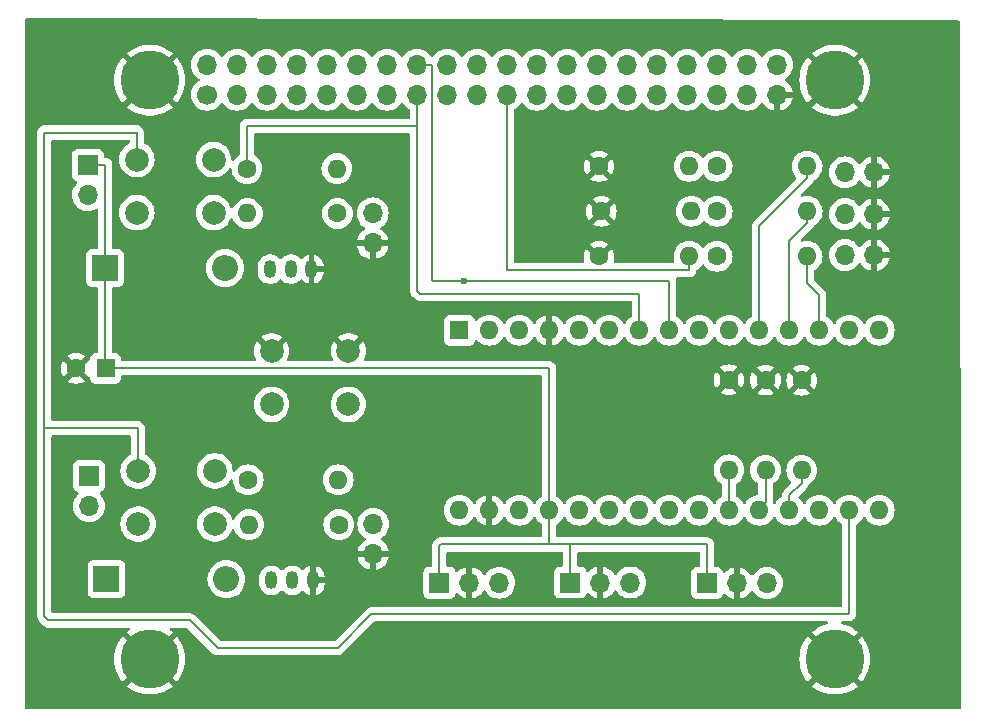
<source format=gbl>
G04 #@! TF.GenerationSoftware,KiCad,Pcbnew,8.0.8*
G04 #@! TF.CreationDate,2025-05-09T16:42:09+03:00*
G04 #@! TF.ProjectId,Lick_Valves_final,4c69636b-5f56-4616-9c76-65735f66696e,rev?*
G04 #@! TF.SameCoordinates,Original*
G04 #@! TF.FileFunction,Copper,L4,Bot*
G04 #@! TF.FilePolarity,Positive*
%FSLAX46Y46*%
G04 Gerber Fmt 4.6, Leading zero omitted, Abs format (unit mm)*
G04 Created by KiCad (PCBNEW 8.0.8) date 2025-05-09 16:42:09*
%MOMM*%
%LPD*%
G01*
G04 APERTURE LIST*
G04 #@! TA.AperFunction,ComponentPad*
%ADD10O,1.700000X1.700000*%
G04 #@! TD*
G04 #@! TA.AperFunction,ComponentPad*
%ADD11C,1.600000*%
G04 #@! TD*
G04 #@! TA.AperFunction,ComponentPad*
%ADD12O,1.600000X1.600000*%
G04 #@! TD*
G04 #@! TA.AperFunction,ComponentPad*
%ADD13R,1.700000X1.700000*%
G04 #@! TD*
G04 #@! TA.AperFunction,ComponentPad*
%ADD14C,2.000000*%
G04 #@! TD*
G04 #@! TA.AperFunction,ComponentPad*
%ADD15R,1.600000X1.600000*%
G04 #@! TD*
G04 #@! TA.AperFunction,ComponentPad*
%ADD16R,2.200000X2.200000*%
G04 #@! TD*
G04 #@! TA.AperFunction,ComponentPad*
%ADD17O,2.200000X2.200000*%
G04 #@! TD*
G04 #@! TA.AperFunction,ComponentPad*
%ADD18O,1.050000X1.500000*%
G04 #@! TD*
G04 #@! TA.AperFunction,ComponentPad*
%ADD19C,1.700000*%
G04 #@! TD*
G04 #@! TA.AperFunction,ComponentPad*
%ADD20C,5.000000*%
G04 #@! TD*
G04 #@! TA.AperFunction,ViaPad*
%ADD21C,0.600000*%
G04 #@! TD*
G04 #@! TA.AperFunction,Conductor*
%ADD22C,0.200000*%
G04 #@! TD*
G04 #@! TA.AperFunction,Conductor*
%ADD23C,0.127000*%
G04 #@! TD*
G04 APERTURE END LIST*
D10*
X60027500Y-125635000D03*
X60027500Y-123095000D03*
D11*
X56995000Y-96800000D03*
D12*
X49375000Y-96800000D03*
D13*
X35855000Y-92690000D03*
D10*
X35855000Y-95230000D03*
D13*
X35970000Y-119040000D03*
D10*
X35970000Y-121580000D03*
D11*
X49440000Y-119350000D03*
D12*
X57060000Y-119350000D03*
D14*
X40120000Y-118590000D03*
X46620000Y-118590000D03*
X40120000Y-123090000D03*
X46620000Y-123090000D03*
D15*
X37370000Y-109910000D03*
D11*
X34870000Y-109910000D03*
D13*
X65625000Y-128060000D03*
D10*
X68165000Y-128060000D03*
X70705000Y-128060000D03*
D14*
X51420000Y-108460000D03*
X57920000Y-108460000D03*
X51420000Y-112960000D03*
X57920000Y-112960000D03*
D16*
X37320000Y-101420000D03*
D17*
X47480000Y-101420000D03*
D14*
X40005000Y-92240000D03*
X46505000Y-92240000D03*
X40005000Y-96740000D03*
X46505000Y-96740000D03*
D11*
X90140000Y-110890000D03*
D12*
X90140000Y-118510000D03*
D11*
X57110000Y-123150000D03*
D12*
X49490000Y-123150000D03*
D11*
X49325000Y-93000000D03*
D12*
X56945000Y-93000000D03*
D11*
X89140000Y-96620000D03*
D12*
X96760000Y-96620000D03*
D18*
X51295000Y-101520000D03*
X53065000Y-101520000D03*
X54795000Y-101520000D03*
D13*
X76715000Y-128050000D03*
D10*
X79255000Y-128050000D03*
X81795000Y-128050000D03*
D11*
X79140000Y-92810000D03*
D12*
X86760000Y-92810000D03*
D10*
X59980000Y-99340000D03*
X59980000Y-96800000D03*
D11*
X79140000Y-100430000D03*
D12*
X86760000Y-100430000D03*
D11*
X89140000Y-100430000D03*
D12*
X96760000Y-100430000D03*
D18*
X51410000Y-127870000D03*
X53180000Y-127870000D03*
X54910000Y-127870000D03*
D13*
X88280000Y-128090000D03*
D10*
X90820000Y-128090000D03*
X93360000Y-128090000D03*
X99960000Y-93320000D03*
X99960000Y-96860000D03*
X99960000Y-100320000D03*
D11*
X89140000Y-92810000D03*
D12*
X96760000Y-92810000D03*
D16*
X37435000Y-127770000D03*
D17*
X47595000Y-127770000D03*
D10*
X102440000Y-93310000D03*
X102440000Y-96850000D03*
X102440000Y-100310000D03*
D11*
X96300000Y-110930000D03*
D12*
X96300000Y-118550000D03*
D11*
X93240000Y-110910000D03*
D12*
X93240000Y-118530000D03*
D11*
X79330000Y-96620000D03*
D12*
X86950000Y-96620000D03*
D19*
X45960000Y-86750000D03*
D10*
X45960000Y-84210000D03*
X48500000Y-86750000D03*
X48500000Y-84210000D03*
X51040000Y-86750000D03*
X51040000Y-84210000D03*
X53580000Y-86750000D03*
X53580000Y-84210000D03*
X56120000Y-86750000D03*
X56120000Y-84210000D03*
X58660000Y-86750000D03*
X58660000Y-84210000D03*
X61200000Y-86750000D03*
X61200000Y-84210000D03*
X63740000Y-86750000D03*
X63740000Y-84210000D03*
X66280000Y-86750000D03*
X66280000Y-84210000D03*
X68820000Y-86750000D03*
X68820000Y-84210000D03*
X71360000Y-86750000D03*
X71360000Y-84210000D03*
X73900000Y-86750000D03*
X73900000Y-84210000D03*
X76440000Y-86750000D03*
X76440000Y-84210000D03*
X78980000Y-86750000D03*
X78980000Y-84210000D03*
X81520000Y-86750000D03*
X81520000Y-84210000D03*
X84060000Y-86750000D03*
X84060000Y-84210000D03*
X86600000Y-86750000D03*
X86600000Y-84210000D03*
X89140000Y-86750000D03*
X89140000Y-84210000D03*
X91680000Y-86750000D03*
X91680000Y-84210000D03*
X94220000Y-86750000D03*
X94220000Y-84210000D03*
D15*
X67310000Y-106690000D03*
D12*
X69850000Y-106690000D03*
X72390000Y-106690000D03*
X74930000Y-106690000D03*
X77470000Y-106690000D03*
X80010000Y-106690000D03*
X82550000Y-106690000D03*
X85090000Y-106690000D03*
X87630000Y-106690000D03*
X90170000Y-106690000D03*
X92710000Y-106690000D03*
X95250000Y-106690000D03*
X97790000Y-106690000D03*
X100330000Y-106690000D03*
X102870000Y-106690000D03*
X102870000Y-121930000D03*
X100330000Y-121930000D03*
X97790000Y-121930000D03*
X95250000Y-121930000D03*
X92710000Y-121930000D03*
X90170000Y-121930000D03*
X87630000Y-121930000D03*
X85090000Y-121930000D03*
X82550000Y-121930000D03*
X80010000Y-121930000D03*
X77470000Y-121930000D03*
X74930000Y-121930000D03*
X72390000Y-121930000D03*
X69850000Y-121930000D03*
X67310000Y-121930000D03*
D20*
X41100000Y-85530000D03*
X99100000Y-85530000D03*
X41100000Y-134530000D03*
X99100000Y-134530000D03*
D21*
X67750000Y-102500000D03*
D22*
X74900000Y-109910000D02*
X74930000Y-109940000D01*
X37370000Y-109910000D02*
X74900000Y-109910000D01*
X85090000Y-102500000D02*
X85090000Y-106690000D01*
X67750000Y-102500000D02*
X85090000Y-102500000D01*
X82525000Y-103600000D02*
X82550000Y-103625000D01*
X63740000Y-103340000D02*
X64000000Y-103600000D01*
X63740000Y-86750000D02*
X63740000Y-103340000D01*
X64000000Y-103600000D02*
X82525000Y-103600000D01*
X63740000Y-84210000D02*
X64885000Y-84210000D01*
X65075000Y-102500000D02*
X67750000Y-102500000D01*
X65025000Y-84350000D02*
X65025000Y-102450000D01*
X65025000Y-102450000D02*
X65075000Y-102500000D01*
X64885000Y-84210000D02*
X65025000Y-84350000D01*
X63700000Y-89400000D02*
X63740000Y-89360000D01*
X49325000Y-93000000D02*
X49325000Y-89400000D01*
X82550000Y-103625000D02*
X82550000Y-106690000D01*
X49325000Y-89400000D02*
X63700000Y-89400000D01*
X97790000Y-106690000D02*
X97790000Y-103740000D01*
X97790000Y-103740000D02*
X96760000Y-102710000D01*
X96760000Y-102710000D02*
X96760000Y-100430000D01*
X76715000Y-128050000D02*
X76715000Y-124860000D01*
X37320000Y-101420000D02*
X37320000Y-109860000D01*
X74930000Y-109940000D02*
X74930000Y-121930000D01*
X65720000Y-124830000D02*
X75020000Y-124830000D01*
X37170000Y-92690000D02*
X35855000Y-92690000D01*
X37320000Y-92680000D02*
X37180000Y-92680000D01*
X88260000Y-124830000D02*
X88280000Y-124850000D01*
X37320000Y-101420000D02*
X37320000Y-92680000D01*
X65625000Y-128060000D02*
X65625000Y-124925000D01*
X65625000Y-124925000D02*
X65720000Y-124830000D01*
X74930000Y-121930000D02*
X74930000Y-124740000D01*
X74930000Y-124740000D02*
X75020000Y-124830000D01*
X37180000Y-92680000D02*
X37170000Y-92690000D01*
X37320000Y-109860000D02*
X37370000Y-109910000D01*
X88280000Y-124850000D02*
X88280000Y-128090000D01*
X75020000Y-124830000D02*
X88260000Y-124830000D01*
X92710000Y-121930000D02*
X92710000Y-121800000D01*
X93240000Y-121270000D02*
X93240000Y-118530000D01*
X92710000Y-121800000D02*
X93240000Y-121270000D01*
X32175000Y-89950000D02*
X40000000Y-89950000D01*
X32200000Y-114975000D02*
X32175000Y-114950000D01*
X40015000Y-114975000D02*
X32200000Y-114975000D01*
X40000000Y-89950000D02*
X40005000Y-89945000D01*
X44510000Y-131260000D02*
X32510000Y-131260000D01*
X57000000Y-133600000D02*
X46850000Y-133600000D01*
X46850000Y-133600000D02*
X44510000Y-131260000D01*
X100230000Y-130750000D02*
X59850000Y-130750000D01*
X40120000Y-115080000D02*
X40015000Y-114975000D01*
X40005000Y-89945000D02*
X40005000Y-92240000D01*
X40120000Y-118590000D02*
X40120000Y-115080000D01*
X100330000Y-130650000D02*
X100330000Y-121930000D01*
X59850000Y-130750000D02*
X57000000Y-133600000D01*
X32175000Y-114950000D02*
X32175000Y-89950000D01*
X32175000Y-130925000D02*
X32175000Y-114950000D01*
X100230000Y-130750000D02*
X100330000Y-130650000D01*
X32510000Y-131260000D02*
X32175000Y-130925000D01*
X95250000Y-99122200D02*
X96760000Y-97612200D01*
X96760000Y-96620000D02*
X96760000Y-97612200D01*
X95250000Y-106690000D02*
X95250000Y-99122200D01*
X96300000Y-119600000D02*
X96300000Y-118550000D01*
X95250000Y-121930000D02*
X95250000Y-120650000D01*
X95250000Y-120650000D02*
X96300000Y-119600000D01*
X92710000Y-97852200D02*
X96760000Y-93802200D01*
X92710000Y-106690000D02*
X92710000Y-97852200D01*
X96760000Y-92810000D02*
X96760000Y-93802200D01*
X90170000Y-118540000D02*
X90140000Y-118510000D01*
X90170000Y-121930000D02*
X90170000Y-118540000D01*
D23*
X90100000Y-118640000D02*
X90170000Y-118710000D01*
D22*
X71360000Y-101600000D02*
X86760000Y-101600000D01*
X86760000Y-101600000D02*
X86760000Y-100430000D01*
X71360000Y-86750000D02*
X71360000Y-101600000D01*
G04 #@! TA.AperFunction,Conductor*
G36*
X109566377Y-80449255D02*
G01*
X109633376Y-80469074D01*
X109679026Y-80521969D01*
X109690129Y-80573130D01*
X109748867Y-138675063D01*
X109729250Y-138742122D01*
X109676492Y-138787930D01*
X109624805Y-138799188D01*
X30634438Y-138759810D01*
X30567409Y-138740092D01*
X30521680Y-138687265D01*
X30510500Y-138635810D01*
X30510500Y-131004054D01*
X31574498Y-131004054D01*
X31615423Y-131156786D01*
X31629369Y-131180939D01*
X31629370Y-131180944D01*
X31629372Y-131180944D01*
X31694480Y-131293716D01*
X31806284Y-131405520D01*
X31806285Y-131405521D01*
X32141284Y-131740520D01*
X32141286Y-131740521D01*
X32141290Y-131740524D01*
X32278209Y-131819573D01*
X32278216Y-131819577D01*
X32430943Y-131860501D01*
X32430945Y-131860501D01*
X32596654Y-131860501D01*
X32596670Y-131860500D01*
X39285169Y-131860500D01*
X39352208Y-131880185D01*
X39397963Y-131932989D01*
X39407907Y-132002147D01*
X39378882Y-132065703D01*
X39353308Y-132088101D01*
X39305485Y-132119554D01*
X39162817Y-132239264D01*
X40409874Y-133486320D01*
X40285680Y-133576554D01*
X40146554Y-133715680D01*
X40056320Y-133839873D01*
X38806148Y-132589701D01*
X38806146Y-132589701D01*
X38797973Y-132598366D01*
X38589289Y-132878677D01*
X38414561Y-133181316D01*
X38414555Y-133181329D01*
X38276145Y-133502199D01*
X38175916Y-133836988D01*
X38175914Y-133836997D01*
X38115236Y-134181119D01*
X38115235Y-134181130D01*
X38094916Y-134529996D01*
X38094916Y-134530003D01*
X38115235Y-134878869D01*
X38115236Y-134878880D01*
X38175914Y-135223002D01*
X38175916Y-135223011D01*
X38276145Y-135557800D01*
X38414555Y-135878670D01*
X38414561Y-135878683D01*
X38589289Y-136181322D01*
X38797972Y-136461631D01*
X38797976Y-136461636D01*
X38806147Y-136470297D01*
X38806148Y-136470298D01*
X40056320Y-135220125D01*
X40146554Y-135344320D01*
X40285680Y-135483446D01*
X40409873Y-135573678D01*
X39162817Y-136820733D01*
X39162818Y-136820734D01*
X39305480Y-136940442D01*
X39597461Y-137132480D01*
X39909739Y-137289314D01*
X39909745Y-137289316D01*
X40238130Y-137408838D01*
X40238133Y-137408839D01*
X40578171Y-137489429D01*
X40925276Y-137529999D01*
X40925277Y-137530000D01*
X41274723Y-137530000D01*
X41274723Y-137529999D01*
X41621827Y-137489429D01*
X41621829Y-137489429D01*
X41961866Y-137408839D01*
X41961869Y-137408838D01*
X42290254Y-137289316D01*
X42290260Y-137289314D01*
X42602538Y-137132480D01*
X42894515Y-136940445D01*
X43037180Y-136820734D01*
X43037181Y-136820733D01*
X41790126Y-135573678D01*
X41914320Y-135483446D01*
X42053446Y-135344320D01*
X42143679Y-135220126D01*
X43393850Y-136470297D01*
X43402032Y-136461625D01*
X43610710Y-136181322D01*
X43785438Y-135878683D01*
X43785444Y-135878670D01*
X43923854Y-135557800D01*
X44024083Y-135223011D01*
X44024085Y-135223002D01*
X44084763Y-134878880D01*
X44084764Y-134878869D01*
X44105084Y-134530003D01*
X44105084Y-134529996D01*
X44084764Y-134181130D01*
X44084763Y-134181119D01*
X44024085Y-133836997D01*
X44024083Y-133836988D01*
X43923854Y-133502199D01*
X43785444Y-133181329D01*
X43785438Y-133181316D01*
X43610710Y-132878677D01*
X43402029Y-132598371D01*
X43393850Y-132589701D01*
X43393850Y-132589700D01*
X42143678Y-133839872D01*
X42053446Y-133715680D01*
X41914320Y-133576554D01*
X41790125Y-133486320D01*
X43037181Y-132239265D01*
X43037180Y-132239264D01*
X42894519Y-132119557D01*
X42846692Y-132088101D01*
X42801498Y-132034816D01*
X42792287Y-131965556D01*
X42821982Y-131902311D01*
X42881157Y-131865160D01*
X42914831Y-131860500D01*
X44209903Y-131860500D01*
X44276942Y-131880185D01*
X44297583Y-131896818D01*
X46481284Y-134080520D01*
X46481286Y-134080521D01*
X46481290Y-134080524D01*
X46618209Y-134159573D01*
X46618216Y-134159577D01*
X46770943Y-134200501D01*
X46770945Y-134200501D01*
X46936654Y-134200501D01*
X46936670Y-134200500D01*
X56913331Y-134200500D01*
X56913347Y-134200501D01*
X56920943Y-134200501D01*
X57079054Y-134200501D01*
X57079057Y-134200501D01*
X57231785Y-134159577D01*
X57281904Y-134130639D01*
X57368716Y-134080520D01*
X57480520Y-133968716D01*
X57480520Y-133968714D01*
X57490728Y-133958507D01*
X57490729Y-133958504D01*
X60062417Y-131386819D01*
X60123740Y-131353334D01*
X60150098Y-131350500D01*
X98445831Y-131350500D01*
X98512870Y-131370185D01*
X98558625Y-131422989D01*
X98568569Y-131492147D01*
X98539544Y-131555703D01*
X98480766Y-131593477D01*
X98474427Y-131595158D01*
X98238133Y-131651160D01*
X98238130Y-131651161D01*
X97909745Y-131770683D01*
X97909739Y-131770685D01*
X97597461Y-131927519D01*
X97305485Y-132119554D01*
X97162817Y-132239264D01*
X98409874Y-133486320D01*
X98285680Y-133576554D01*
X98146554Y-133715680D01*
X98056320Y-133839873D01*
X96806148Y-132589701D01*
X96806146Y-132589701D01*
X96797973Y-132598366D01*
X96589289Y-132878677D01*
X96414561Y-133181316D01*
X96414555Y-133181329D01*
X96276145Y-133502199D01*
X96175916Y-133836988D01*
X96175914Y-133836997D01*
X96115236Y-134181119D01*
X96115235Y-134181130D01*
X96094916Y-134529996D01*
X96094916Y-134530003D01*
X96115235Y-134878869D01*
X96115236Y-134878880D01*
X96175914Y-135223002D01*
X96175916Y-135223011D01*
X96276145Y-135557800D01*
X96414555Y-135878670D01*
X96414561Y-135878683D01*
X96589289Y-136181322D01*
X96797972Y-136461631D01*
X96797976Y-136461636D01*
X96806147Y-136470297D01*
X96806148Y-136470298D01*
X98056320Y-135220125D01*
X98146554Y-135344320D01*
X98285680Y-135483446D01*
X98409873Y-135573678D01*
X97162817Y-136820733D01*
X97162818Y-136820734D01*
X97305480Y-136940442D01*
X97597461Y-137132480D01*
X97909739Y-137289314D01*
X97909745Y-137289316D01*
X98238130Y-137408838D01*
X98238133Y-137408839D01*
X98578171Y-137489429D01*
X98925276Y-137529999D01*
X98925277Y-137530000D01*
X99274723Y-137530000D01*
X99274723Y-137529999D01*
X99621827Y-137489429D01*
X99621829Y-137489429D01*
X99961866Y-137408839D01*
X99961869Y-137408838D01*
X100290254Y-137289316D01*
X100290260Y-137289314D01*
X100602538Y-137132480D01*
X100894515Y-136940445D01*
X101037180Y-136820734D01*
X101037181Y-136820733D01*
X99790126Y-135573678D01*
X99914320Y-135483446D01*
X100053446Y-135344320D01*
X100143679Y-135220126D01*
X101393850Y-136470297D01*
X101402032Y-136461625D01*
X101610710Y-136181322D01*
X101785438Y-135878683D01*
X101785444Y-135878670D01*
X101923854Y-135557800D01*
X102024083Y-135223011D01*
X102024085Y-135223002D01*
X102084763Y-134878880D01*
X102084764Y-134878869D01*
X102105084Y-134530003D01*
X102105084Y-134529996D01*
X102084764Y-134181130D01*
X102084763Y-134181119D01*
X102024085Y-133836997D01*
X102024083Y-133836988D01*
X101923854Y-133502199D01*
X101785444Y-133181329D01*
X101785438Y-133181316D01*
X101610710Y-132878677D01*
X101402029Y-132598371D01*
X101393850Y-132589701D01*
X101393850Y-132589700D01*
X100143678Y-133839872D01*
X100053446Y-133715680D01*
X99914320Y-133576554D01*
X99790125Y-133486320D01*
X101037181Y-132239265D01*
X101037180Y-132239264D01*
X100894519Y-132119557D01*
X100602538Y-131927519D01*
X100290260Y-131770685D01*
X100290254Y-131770683D01*
X99961869Y-131651161D01*
X99961866Y-131651160D01*
X99725573Y-131595158D01*
X99664880Y-131560543D01*
X99632536Y-131498611D01*
X99638809Y-131429023D01*
X99681709Y-131373874D01*
X99747614Y-131350673D01*
X99754169Y-131350500D01*
X100143331Y-131350500D01*
X100143347Y-131350501D01*
X100150943Y-131350501D01*
X100309054Y-131350501D01*
X100309057Y-131350501D01*
X100461785Y-131309577D01*
X100511904Y-131280639D01*
X100598716Y-131230520D01*
X100710520Y-131118716D01*
X100810520Y-131018716D01*
X100889577Y-130881784D01*
X100930500Y-130729057D01*
X100930500Y-123161692D01*
X100950185Y-123094653D01*
X100983374Y-123060119D01*
X101169139Y-122930047D01*
X101330047Y-122769139D01*
X101460568Y-122582734D01*
X101487618Y-122524724D01*
X101533790Y-122472285D01*
X101600983Y-122453133D01*
X101667865Y-122473348D01*
X101712382Y-122524725D01*
X101739429Y-122582728D01*
X101739432Y-122582734D01*
X101869954Y-122769141D01*
X102030858Y-122930045D01*
X102030861Y-122930047D01*
X102217266Y-123060568D01*
X102423504Y-123156739D01*
X102643308Y-123215635D01*
X102805230Y-123229801D01*
X102869998Y-123235468D01*
X102870000Y-123235468D01*
X102870002Y-123235468D01*
X102926673Y-123230509D01*
X103096692Y-123215635D01*
X103316496Y-123156739D01*
X103522734Y-123060568D01*
X103709139Y-122930047D01*
X103870047Y-122769139D01*
X104000568Y-122582734D01*
X104096739Y-122376496D01*
X104155635Y-122156692D01*
X104175468Y-121930000D01*
X104174878Y-121923261D01*
X104169709Y-121864174D01*
X104155635Y-121703308D01*
X104096739Y-121483504D01*
X104000568Y-121277266D01*
X103870047Y-121090861D01*
X103870045Y-121090858D01*
X103709141Y-120929954D01*
X103522734Y-120799432D01*
X103522732Y-120799431D01*
X103316497Y-120703261D01*
X103316488Y-120703258D01*
X103096697Y-120644366D01*
X103096693Y-120644365D01*
X103096692Y-120644365D01*
X103096691Y-120644364D01*
X103096686Y-120644364D01*
X102870002Y-120624532D01*
X102869998Y-120624532D01*
X102643313Y-120644364D01*
X102643302Y-120644366D01*
X102423511Y-120703258D01*
X102423502Y-120703261D01*
X102217267Y-120799431D01*
X102217265Y-120799432D01*
X102030858Y-120929954D01*
X101869954Y-121090858D01*
X101739432Y-121277265D01*
X101739431Y-121277267D01*
X101712382Y-121335275D01*
X101666209Y-121387714D01*
X101599016Y-121406866D01*
X101532135Y-121386650D01*
X101487618Y-121335275D01*
X101460686Y-121277520D01*
X101460568Y-121277266D01*
X101330047Y-121090861D01*
X101330045Y-121090858D01*
X101169141Y-120929954D01*
X100982734Y-120799432D01*
X100982732Y-120799431D01*
X100776497Y-120703261D01*
X100776488Y-120703258D01*
X100556697Y-120644366D01*
X100556693Y-120644365D01*
X100556692Y-120644365D01*
X100556691Y-120644364D01*
X100556686Y-120644364D01*
X100330002Y-120624532D01*
X100329998Y-120624532D01*
X100103313Y-120644364D01*
X100103302Y-120644366D01*
X99883511Y-120703258D01*
X99883502Y-120703261D01*
X99677267Y-120799431D01*
X99677265Y-120799432D01*
X99490858Y-120929954D01*
X99329954Y-121090858D01*
X99199432Y-121277265D01*
X99199431Y-121277267D01*
X99172382Y-121335275D01*
X99126209Y-121387714D01*
X99059016Y-121406866D01*
X98992135Y-121386650D01*
X98947618Y-121335275D01*
X98920686Y-121277520D01*
X98920568Y-121277266D01*
X98790047Y-121090861D01*
X98790045Y-121090858D01*
X98629141Y-120929954D01*
X98442734Y-120799432D01*
X98442732Y-120799431D01*
X98236497Y-120703261D01*
X98236488Y-120703258D01*
X98016697Y-120644366D01*
X98016693Y-120644365D01*
X98016692Y-120644365D01*
X98016691Y-120644364D01*
X98016686Y-120644364D01*
X97790002Y-120624532D01*
X97789998Y-120624532D01*
X97563313Y-120644364D01*
X97563302Y-120644366D01*
X97343511Y-120703258D01*
X97343502Y-120703261D01*
X97137267Y-120799431D01*
X97137265Y-120799432D01*
X96950858Y-120929954D01*
X96789954Y-121090858D01*
X96659432Y-121277265D01*
X96659431Y-121277267D01*
X96632382Y-121335275D01*
X96586209Y-121387714D01*
X96519016Y-121406866D01*
X96452135Y-121386650D01*
X96407618Y-121335275D01*
X96380686Y-121277520D01*
X96380568Y-121277266D01*
X96250047Y-121090861D01*
X96250045Y-121090858D01*
X96089141Y-120929954D01*
X96051470Y-120903577D01*
X96007845Y-120849001D01*
X96000651Y-120779503D01*
X96032173Y-120717148D01*
X96034880Y-120714353D01*
X96658506Y-120090728D01*
X96658511Y-120090724D01*
X96668714Y-120080520D01*
X96668716Y-120080520D01*
X96780520Y-119968716D01*
X96845903Y-119855468D01*
X96859577Y-119831785D01*
X96877613Y-119764469D01*
X96913978Y-119704810D01*
X96944988Y-119684180D01*
X96952732Y-119680569D01*
X96952737Y-119680566D01*
X96985456Y-119657656D01*
X97139139Y-119550047D01*
X97300047Y-119389139D01*
X97430568Y-119202734D01*
X97526739Y-118996496D01*
X97585635Y-118776692D01*
X97605468Y-118550000D01*
X97601968Y-118510000D01*
X97587966Y-118349953D01*
X97585635Y-118323308D01*
X97537090Y-118142135D01*
X97526741Y-118103511D01*
X97526738Y-118103502D01*
X97517412Y-118083502D01*
X97430568Y-117897266D01*
X97300047Y-117710861D01*
X97300045Y-117710858D01*
X97139141Y-117549954D01*
X96952734Y-117419432D01*
X96952732Y-117419431D01*
X96746497Y-117323261D01*
X96746488Y-117323258D01*
X96526697Y-117264366D01*
X96526693Y-117264365D01*
X96526692Y-117264365D01*
X96526691Y-117264364D01*
X96526686Y-117264364D01*
X96300002Y-117244532D01*
X96299998Y-117244532D01*
X96073313Y-117264364D01*
X96073302Y-117264366D01*
X95853511Y-117323258D01*
X95853502Y-117323261D01*
X95647267Y-117419431D01*
X95647265Y-117419432D01*
X95460858Y-117549954D01*
X95299954Y-117710858D01*
X95169432Y-117897265D01*
X95169431Y-117897267D01*
X95073261Y-118103502D01*
X95073258Y-118103511D01*
X95014366Y-118323302D01*
X95014364Y-118323313D01*
X94994532Y-118549998D01*
X94994532Y-118550001D01*
X95014364Y-118776686D01*
X95014366Y-118776697D01*
X95073258Y-118996488D01*
X95073261Y-118996497D01*
X95169431Y-119202732D01*
X95169432Y-119202734D01*
X95299954Y-119389141D01*
X95393107Y-119482294D01*
X95426592Y-119543617D01*
X95421608Y-119613309D01*
X95393107Y-119657656D01*
X94881286Y-120169478D01*
X94769481Y-120281282D01*
X94769480Y-120281284D01*
X94729780Y-120350047D01*
X94690423Y-120418215D01*
X94649499Y-120570943D01*
X94649499Y-120570945D01*
X94649499Y-120698307D01*
X94629814Y-120765346D01*
X94596622Y-120799882D01*
X94410859Y-120929953D01*
X94249954Y-121090858D01*
X94119433Y-121277264D01*
X94119432Y-121277266D01*
X94119315Y-121277518D01*
X94092382Y-121335275D01*
X94046209Y-121387714D01*
X93979015Y-121406865D01*
X93912134Y-121386649D01*
X93867618Y-121335273D01*
X93852118Y-121302033D01*
X93840500Y-121249629D01*
X93840500Y-119761692D01*
X93860185Y-119694653D01*
X93893374Y-119660119D01*
X94079139Y-119530047D01*
X94240047Y-119369139D01*
X94370568Y-119182734D01*
X94466739Y-118976496D01*
X94525635Y-118756692D01*
X94545468Y-118530000D01*
X94525635Y-118303308D01*
X94466739Y-118083504D01*
X94370568Y-117877266D01*
X94240047Y-117690861D01*
X94240045Y-117690858D01*
X94079141Y-117529954D01*
X93892734Y-117399432D01*
X93892732Y-117399431D01*
X93686497Y-117303261D01*
X93686488Y-117303258D01*
X93466697Y-117244366D01*
X93466693Y-117244365D01*
X93466692Y-117244365D01*
X93466691Y-117244364D01*
X93466686Y-117244364D01*
X93240002Y-117224532D01*
X93239998Y-117224532D01*
X93013313Y-117244364D01*
X93013302Y-117244366D01*
X92793511Y-117303258D01*
X92793502Y-117303261D01*
X92587267Y-117399431D01*
X92587265Y-117399432D01*
X92400858Y-117529954D01*
X92239954Y-117690858D01*
X92109432Y-117877265D01*
X92109431Y-117877267D01*
X92013261Y-118083502D01*
X92013258Y-118083511D01*
X91954366Y-118303302D01*
X91954364Y-118303313D01*
X91934532Y-118529998D01*
X91934532Y-118530001D01*
X91954364Y-118756686D01*
X91954366Y-118756697D01*
X92013258Y-118976488D01*
X92013261Y-118976497D01*
X92109431Y-119182732D01*
X92109432Y-119182734D01*
X92239954Y-119369141D01*
X92400858Y-119530045D01*
X92400861Y-119530047D01*
X92586624Y-119660118D01*
X92630248Y-119714693D01*
X92639500Y-119761692D01*
X92639500Y-120517074D01*
X92619815Y-120584113D01*
X92567011Y-120629868D01*
X92526310Y-120640602D01*
X92483311Y-120644364D01*
X92483302Y-120644366D01*
X92263511Y-120703258D01*
X92263502Y-120703261D01*
X92057267Y-120799431D01*
X92057265Y-120799432D01*
X91870858Y-120929954D01*
X91709954Y-121090858D01*
X91579432Y-121277265D01*
X91579431Y-121277267D01*
X91552382Y-121335275D01*
X91506209Y-121387714D01*
X91439016Y-121406866D01*
X91372135Y-121386650D01*
X91327618Y-121335275D01*
X91300686Y-121277520D01*
X91300568Y-121277266D01*
X91170047Y-121090861D01*
X91170045Y-121090858D01*
X91009140Y-120929953D01*
X90823377Y-120799881D01*
X90779752Y-120745304D01*
X90770500Y-120698306D01*
X90770500Y-119720686D01*
X90790185Y-119653647D01*
X90823374Y-119619113D01*
X90979139Y-119510047D01*
X91140047Y-119349139D01*
X91270568Y-119162734D01*
X91366739Y-118956496D01*
X91425635Y-118736692D01*
X91445468Y-118510000D01*
X91425635Y-118283308D01*
X91372097Y-118083502D01*
X91366741Y-118063511D01*
X91366738Y-118063502D01*
X91312724Y-117947669D01*
X91270568Y-117857266D01*
X91140047Y-117670861D01*
X91140045Y-117670858D01*
X90979141Y-117509954D01*
X90792734Y-117379432D01*
X90792732Y-117379431D01*
X90586497Y-117283261D01*
X90586488Y-117283258D01*
X90366697Y-117224366D01*
X90366693Y-117224365D01*
X90366692Y-117224365D01*
X90366691Y-117224364D01*
X90366686Y-117224364D01*
X90140002Y-117204532D01*
X90139998Y-117204532D01*
X89913313Y-117224364D01*
X89913302Y-117224366D01*
X89693511Y-117283258D01*
X89693502Y-117283261D01*
X89487267Y-117379431D01*
X89487265Y-117379432D01*
X89300858Y-117509954D01*
X89139954Y-117670858D01*
X89009432Y-117857265D01*
X89009431Y-117857267D01*
X88913261Y-118063502D01*
X88913258Y-118063511D01*
X88854366Y-118283302D01*
X88854364Y-118283313D01*
X88834532Y-118509998D01*
X88834532Y-118510001D01*
X88854364Y-118736686D01*
X88854366Y-118736697D01*
X88913258Y-118956488D01*
X88913261Y-118956497D01*
X89009431Y-119162732D01*
X89009432Y-119162734D01*
X89139954Y-119349141D01*
X89300858Y-119510045D01*
X89300861Y-119510047D01*
X89487266Y-119640568D01*
X89497901Y-119645527D01*
X89550341Y-119691696D01*
X89569500Y-119757910D01*
X89569500Y-120698306D01*
X89549815Y-120765345D01*
X89516623Y-120799881D01*
X89330859Y-120929953D01*
X89169954Y-121090858D01*
X89039432Y-121277265D01*
X89039431Y-121277267D01*
X89012382Y-121335275D01*
X88966209Y-121387714D01*
X88899016Y-121406866D01*
X88832135Y-121386650D01*
X88787618Y-121335275D01*
X88760686Y-121277520D01*
X88760568Y-121277266D01*
X88630047Y-121090861D01*
X88630045Y-121090858D01*
X88469141Y-120929954D01*
X88282734Y-120799432D01*
X88282732Y-120799431D01*
X88076497Y-120703261D01*
X88076488Y-120703258D01*
X87856697Y-120644366D01*
X87856693Y-120644365D01*
X87856692Y-120644365D01*
X87856691Y-120644364D01*
X87856686Y-120644364D01*
X87630002Y-120624532D01*
X87629998Y-120624532D01*
X87403313Y-120644364D01*
X87403302Y-120644366D01*
X87183511Y-120703258D01*
X87183502Y-120703261D01*
X86977267Y-120799431D01*
X86977265Y-120799432D01*
X86790858Y-120929954D01*
X86629954Y-121090858D01*
X86499432Y-121277265D01*
X86499431Y-121277267D01*
X86472382Y-121335275D01*
X86426209Y-121387714D01*
X86359016Y-121406866D01*
X86292135Y-121386650D01*
X86247618Y-121335275D01*
X86220686Y-121277520D01*
X86220568Y-121277266D01*
X86090047Y-121090861D01*
X86090045Y-121090858D01*
X85929141Y-120929954D01*
X85742734Y-120799432D01*
X85742732Y-120799431D01*
X85536497Y-120703261D01*
X85536488Y-120703258D01*
X85316697Y-120644366D01*
X85316693Y-120644365D01*
X85316692Y-120644365D01*
X85316691Y-120644364D01*
X85316686Y-120644364D01*
X85090002Y-120624532D01*
X85089998Y-120624532D01*
X84863313Y-120644364D01*
X84863302Y-120644366D01*
X84643511Y-120703258D01*
X84643502Y-120703261D01*
X84437267Y-120799431D01*
X84437265Y-120799432D01*
X84250858Y-120929954D01*
X84089954Y-121090858D01*
X83959432Y-121277265D01*
X83959431Y-121277267D01*
X83932382Y-121335275D01*
X83886209Y-121387714D01*
X83819016Y-121406866D01*
X83752135Y-121386650D01*
X83707618Y-121335275D01*
X83680686Y-121277520D01*
X83680568Y-121277266D01*
X83550047Y-121090861D01*
X83550045Y-121090858D01*
X83389141Y-120929954D01*
X83202734Y-120799432D01*
X83202732Y-120799431D01*
X82996497Y-120703261D01*
X82996488Y-120703258D01*
X82776697Y-120644366D01*
X82776693Y-120644365D01*
X82776692Y-120644365D01*
X82776691Y-120644364D01*
X82776686Y-120644364D01*
X82550002Y-120624532D01*
X82549998Y-120624532D01*
X82323313Y-120644364D01*
X82323302Y-120644366D01*
X82103511Y-120703258D01*
X82103502Y-120703261D01*
X81897267Y-120799431D01*
X81897265Y-120799432D01*
X81710858Y-120929954D01*
X81549954Y-121090858D01*
X81419432Y-121277265D01*
X81419431Y-121277267D01*
X81392382Y-121335275D01*
X81346209Y-121387714D01*
X81279016Y-121406866D01*
X81212135Y-121386650D01*
X81167618Y-121335275D01*
X81140686Y-121277520D01*
X81140568Y-121277266D01*
X81010047Y-121090861D01*
X81010045Y-121090858D01*
X80849141Y-120929954D01*
X80662734Y-120799432D01*
X80662732Y-120799431D01*
X80456497Y-120703261D01*
X80456488Y-120703258D01*
X80236697Y-120644366D01*
X80236693Y-120644365D01*
X80236692Y-120644365D01*
X80236691Y-120644364D01*
X80236686Y-120644364D01*
X80010002Y-120624532D01*
X80009998Y-120624532D01*
X79783313Y-120644364D01*
X79783302Y-120644366D01*
X79563511Y-120703258D01*
X79563502Y-120703261D01*
X79357267Y-120799431D01*
X79357265Y-120799432D01*
X79170858Y-120929954D01*
X79009954Y-121090858D01*
X78879432Y-121277265D01*
X78879431Y-121277267D01*
X78852382Y-121335275D01*
X78806209Y-121387714D01*
X78739016Y-121406866D01*
X78672135Y-121386650D01*
X78627618Y-121335275D01*
X78600686Y-121277520D01*
X78600568Y-121277266D01*
X78470047Y-121090861D01*
X78470045Y-121090858D01*
X78309141Y-120929954D01*
X78122734Y-120799432D01*
X78122732Y-120799431D01*
X77916497Y-120703261D01*
X77916488Y-120703258D01*
X77696697Y-120644366D01*
X77696693Y-120644365D01*
X77696692Y-120644365D01*
X77696691Y-120644364D01*
X77696686Y-120644364D01*
X77470002Y-120624532D01*
X77469998Y-120624532D01*
X77243313Y-120644364D01*
X77243302Y-120644366D01*
X77023511Y-120703258D01*
X77023502Y-120703261D01*
X76817267Y-120799431D01*
X76817265Y-120799432D01*
X76630858Y-120929954D01*
X76469954Y-121090858D01*
X76339432Y-121277265D01*
X76339431Y-121277267D01*
X76312382Y-121335275D01*
X76266209Y-121387714D01*
X76199016Y-121406866D01*
X76132135Y-121386650D01*
X76087618Y-121335275D01*
X76060686Y-121277520D01*
X76060568Y-121277266D01*
X75930047Y-121090861D01*
X75930045Y-121090858D01*
X75769140Y-120929953D01*
X75583377Y-120799881D01*
X75539752Y-120745304D01*
X75530500Y-120698306D01*
X75530500Y-110889997D01*
X88835034Y-110889997D01*
X88835034Y-110890002D01*
X88854858Y-111116599D01*
X88854860Y-111116610D01*
X88913730Y-111336317D01*
X88913735Y-111336331D01*
X89009863Y-111542478D01*
X89060974Y-111615472D01*
X89740000Y-110936446D01*
X89740000Y-110942661D01*
X89767259Y-111044394D01*
X89819920Y-111135606D01*
X89894394Y-111210080D01*
X89985606Y-111262741D01*
X90087339Y-111290000D01*
X90093553Y-111290000D01*
X89414526Y-111969025D01*
X89487513Y-112020132D01*
X89487521Y-112020136D01*
X89693668Y-112116264D01*
X89693682Y-112116269D01*
X89913389Y-112175139D01*
X89913400Y-112175141D01*
X90139998Y-112194966D01*
X90140002Y-112194966D01*
X90366599Y-112175141D01*
X90366610Y-112175139D01*
X90586317Y-112116269D01*
X90586331Y-112116264D01*
X90792478Y-112020136D01*
X90865471Y-111969024D01*
X90186447Y-111290000D01*
X90192661Y-111290000D01*
X90294394Y-111262741D01*
X90385606Y-111210080D01*
X90460080Y-111135606D01*
X90512741Y-111044394D01*
X90540000Y-110942661D01*
X90540000Y-110936447D01*
X91219024Y-111615471D01*
X91270136Y-111542478D01*
X91366264Y-111336331D01*
X91366269Y-111336317D01*
X91425139Y-111116610D01*
X91425141Y-111116599D01*
X91443217Y-110909997D01*
X91935034Y-110909997D01*
X91935034Y-110910002D01*
X91954858Y-111136599D01*
X91954860Y-111136610D01*
X92013730Y-111356317D01*
X92013735Y-111356331D01*
X92109863Y-111562478D01*
X92160974Y-111635472D01*
X92840000Y-110956446D01*
X92840000Y-110962661D01*
X92867259Y-111064394D01*
X92919920Y-111155606D01*
X92994394Y-111230080D01*
X93085606Y-111282741D01*
X93187339Y-111310000D01*
X93193553Y-111310000D01*
X92514526Y-111989025D01*
X92587513Y-112040132D01*
X92587521Y-112040136D01*
X92793668Y-112136264D01*
X92793682Y-112136269D01*
X93013389Y-112195139D01*
X93013400Y-112195141D01*
X93239998Y-112214966D01*
X93240002Y-112214966D01*
X93466599Y-112195141D01*
X93466610Y-112195139D01*
X93686317Y-112136269D01*
X93686331Y-112136264D01*
X93892478Y-112040136D01*
X93965471Y-111989024D01*
X93286447Y-111310000D01*
X93292661Y-111310000D01*
X93394394Y-111282741D01*
X93485606Y-111230080D01*
X93560080Y-111155606D01*
X93612741Y-111064394D01*
X93640000Y-110962661D01*
X93640000Y-110956447D01*
X94319024Y-111635471D01*
X94370136Y-111562478D01*
X94466264Y-111356331D01*
X94466269Y-111356317D01*
X94525139Y-111136610D01*
X94525141Y-111136599D01*
X94543217Y-110929997D01*
X94995034Y-110929997D01*
X94995034Y-110930002D01*
X95014858Y-111156599D01*
X95014860Y-111156610D01*
X95073730Y-111376317D01*
X95073735Y-111376331D01*
X95169863Y-111582478D01*
X95220974Y-111655472D01*
X95900000Y-110976446D01*
X95900000Y-110982661D01*
X95927259Y-111084394D01*
X95979920Y-111175606D01*
X96054394Y-111250080D01*
X96145606Y-111302741D01*
X96247339Y-111330000D01*
X96253553Y-111330000D01*
X95574526Y-112009025D01*
X95647513Y-112060132D01*
X95647521Y-112060136D01*
X95853668Y-112156264D01*
X95853682Y-112156269D01*
X96073389Y-112215139D01*
X96073400Y-112215141D01*
X96299998Y-112234966D01*
X96300002Y-112234966D01*
X96526599Y-112215141D01*
X96526610Y-112215139D01*
X96746317Y-112156269D01*
X96746331Y-112156264D01*
X96952478Y-112060136D01*
X97025471Y-112009024D01*
X96346447Y-111330000D01*
X96352661Y-111330000D01*
X96454394Y-111302741D01*
X96545606Y-111250080D01*
X96620080Y-111175606D01*
X96672741Y-111084394D01*
X96700000Y-110982661D01*
X96700000Y-110976447D01*
X97379024Y-111655471D01*
X97430136Y-111582478D01*
X97526264Y-111376331D01*
X97526269Y-111376317D01*
X97585139Y-111156610D01*
X97585141Y-111156599D01*
X97604966Y-110930002D01*
X97604966Y-110929997D01*
X97585141Y-110703400D01*
X97585139Y-110703389D01*
X97526269Y-110483682D01*
X97526264Y-110483668D01*
X97430136Y-110277521D01*
X97430132Y-110277513D01*
X97379025Y-110204526D01*
X96700000Y-110883551D01*
X96700000Y-110877339D01*
X96672741Y-110775606D01*
X96620080Y-110684394D01*
X96545606Y-110609920D01*
X96454394Y-110557259D01*
X96352661Y-110530000D01*
X96346445Y-110530000D01*
X97025472Y-109850974D01*
X96952478Y-109799863D01*
X96746331Y-109703735D01*
X96746317Y-109703730D01*
X96526610Y-109644860D01*
X96526599Y-109644858D01*
X96300002Y-109625034D01*
X96299998Y-109625034D01*
X96073400Y-109644858D01*
X96073389Y-109644860D01*
X95853682Y-109703730D01*
X95853673Y-109703734D01*
X95647516Y-109799866D01*
X95647512Y-109799868D01*
X95574526Y-109850973D01*
X95574526Y-109850974D01*
X96253553Y-110530000D01*
X96247339Y-110530000D01*
X96145606Y-110557259D01*
X96054394Y-110609920D01*
X95979920Y-110684394D01*
X95927259Y-110775606D01*
X95900000Y-110877339D01*
X95900000Y-110883552D01*
X95220974Y-110204526D01*
X95220973Y-110204526D01*
X95169868Y-110277512D01*
X95169866Y-110277516D01*
X95073734Y-110483673D01*
X95073730Y-110483682D01*
X95014860Y-110703389D01*
X95014858Y-110703400D01*
X94995034Y-110929997D01*
X94543217Y-110929997D01*
X94544966Y-110910002D01*
X94544966Y-110909997D01*
X94525141Y-110683400D01*
X94525139Y-110683389D01*
X94466269Y-110463682D01*
X94466264Y-110463668D01*
X94370136Y-110257521D01*
X94370132Y-110257513D01*
X94319025Y-110184526D01*
X93640000Y-110863551D01*
X93640000Y-110857339D01*
X93612741Y-110755606D01*
X93560080Y-110664394D01*
X93485606Y-110589920D01*
X93394394Y-110537259D01*
X93292661Y-110510000D01*
X93286445Y-110510000D01*
X93965472Y-109830974D01*
X93892478Y-109779863D01*
X93686331Y-109683735D01*
X93686317Y-109683730D01*
X93466610Y-109624860D01*
X93466599Y-109624858D01*
X93240002Y-109605034D01*
X93239998Y-109605034D01*
X93013400Y-109624858D01*
X93013389Y-109624860D01*
X92793682Y-109683730D01*
X92793673Y-109683734D01*
X92587516Y-109779866D01*
X92587512Y-109779868D01*
X92514526Y-109830973D01*
X92514526Y-109830974D01*
X93193553Y-110510000D01*
X93187339Y-110510000D01*
X93085606Y-110537259D01*
X92994394Y-110589920D01*
X92919920Y-110664394D01*
X92867259Y-110755606D01*
X92840000Y-110857339D01*
X92840000Y-110863552D01*
X92160974Y-110184526D01*
X92160973Y-110184526D01*
X92109868Y-110257512D01*
X92109866Y-110257516D01*
X92013734Y-110463673D01*
X92013730Y-110463682D01*
X91954860Y-110683389D01*
X91954858Y-110683400D01*
X91935034Y-110909997D01*
X91443217Y-110909997D01*
X91444966Y-110890002D01*
X91444966Y-110889997D01*
X91425141Y-110663400D01*
X91425139Y-110663389D01*
X91366269Y-110443682D01*
X91366264Y-110443668D01*
X91270136Y-110237521D01*
X91270132Y-110237513D01*
X91219025Y-110164526D01*
X90540000Y-110843551D01*
X90540000Y-110837339D01*
X90512741Y-110735606D01*
X90460080Y-110644394D01*
X90385606Y-110569920D01*
X90294394Y-110517259D01*
X90192661Y-110490000D01*
X90186445Y-110490000D01*
X90865472Y-109810974D01*
X90792478Y-109759863D01*
X90586331Y-109663735D01*
X90586317Y-109663730D01*
X90366610Y-109604860D01*
X90366599Y-109604858D01*
X90140002Y-109585034D01*
X90139998Y-109585034D01*
X89913400Y-109604858D01*
X89913389Y-109604860D01*
X89693682Y-109663730D01*
X89693673Y-109663734D01*
X89487516Y-109759866D01*
X89487512Y-109759868D01*
X89414526Y-109810973D01*
X89414526Y-109810974D01*
X90093553Y-110490000D01*
X90087339Y-110490000D01*
X89985606Y-110517259D01*
X89894394Y-110569920D01*
X89819920Y-110644394D01*
X89767259Y-110735606D01*
X89740000Y-110837339D01*
X89740000Y-110843552D01*
X89060974Y-110164526D01*
X89060973Y-110164526D01*
X89009868Y-110237512D01*
X89009866Y-110237516D01*
X88913734Y-110443673D01*
X88913730Y-110443682D01*
X88854860Y-110663389D01*
X88854858Y-110663400D01*
X88835034Y-110889997D01*
X75530500Y-110889997D01*
X75530500Y-109860945D01*
X75530500Y-109860943D01*
X75489577Y-109708216D01*
X75475443Y-109683735D01*
X75410524Y-109571290D01*
X75410518Y-109571282D01*
X75268717Y-109429481D01*
X75268716Y-109429480D01*
X75181904Y-109379360D01*
X75181904Y-109379359D01*
X75181900Y-109379358D01*
X75131785Y-109350423D01*
X74979057Y-109309499D01*
X74820943Y-109309499D01*
X74813347Y-109309499D01*
X74813331Y-109309500D01*
X59375131Y-109309500D01*
X59308092Y-109289815D01*
X59262337Y-109237011D01*
X59252393Y-109167853D01*
X59261575Y-109135690D01*
X59343588Y-108948717D01*
X59404612Y-108707738D01*
X59404614Y-108707729D01*
X59425141Y-108460000D01*
X59425141Y-108459994D01*
X59404614Y-108212270D01*
X59404612Y-108212261D01*
X59343587Y-107971282D01*
X59243732Y-107743632D01*
X59143435Y-107590116D01*
X58443787Y-108289764D01*
X58432518Y-108247708D01*
X58360110Y-108122292D01*
X58257708Y-108019890D01*
X58132292Y-107947482D01*
X58090233Y-107936212D01*
X58790055Y-107236389D01*
X58790055Y-107236388D01*
X58743236Y-107199947D01*
X58743231Y-107199944D01*
X58524614Y-107081635D01*
X58524603Y-107081630D01*
X58289493Y-107000916D01*
X58044293Y-106960000D01*
X57795707Y-106960000D01*
X57550506Y-107000916D01*
X57315396Y-107081630D01*
X57315385Y-107081635D01*
X57096770Y-107199943D01*
X57049943Y-107236389D01*
X57749766Y-107936212D01*
X57707708Y-107947482D01*
X57582292Y-108019890D01*
X57479890Y-108122292D01*
X57407482Y-108247708D01*
X57396212Y-108289766D01*
X56696563Y-107590117D01*
X56596267Y-107743633D01*
X56596265Y-107743637D01*
X56496412Y-107971282D01*
X56435387Y-108212261D01*
X56435385Y-108212270D01*
X56414859Y-108459994D01*
X56414859Y-108460000D01*
X56435385Y-108707729D01*
X56435387Y-108707738D01*
X56496411Y-108948717D01*
X56578425Y-109135690D01*
X56587328Y-109204990D01*
X56557351Y-109268102D01*
X56498011Y-109304989D01*
X56464869Y-109309500D01*
X52875131Y-109309500D01*
X52808092Y-109289815D01*
X52762337Y-109237011D01*
X52752393Y-109167853D01*
X52761575Y-109135690D01*
X52843588Y-108948717D01*
X52904612Y-108707738D01*
X52904614Y-108707729D01*
X52925141Y-108460000D01*
X52925141Y-108459994D01*
X52904614Y-108212270D01*
X52904612Y-108212261D01*
X52843587Y-107971282D01*
X52743732Y-107743632D01*
X52643435Y-107590116D01*
X51943787Y-108289764D01*
X51932518Y-108247708D01*
X51860110Y-108122292D01*
X51757708Y-108019890D01*
X51632292Y-107947482D01*
X51590233Y-107936212D01*
X52290055Y-107236389D01*
X52290055Y-107236388D01*
X52243236Y-107199947D01*
X52243231Y-107199944D01*
X52024614Y-107081635D01*
X52024603Y-107081630D01*
X51789493Y-107000916D01*
X51544293Y-106960000D01*
X51295707Y-106960000D01*
X51050506Y-107000916D01*
X50815396Y-107081630D01*
X50815385Y-107081635D01*
X50596770Y-107199943D01*
X50549943Y-107236389D01*
X51249766Y-107936212D01*
X51207708Y-107947482D01*
X51082292Y-108019890D01*
X50979890Y-108122292D01*
X50907482Y-108247708D01*
X50896212Y-108289766D01*
X50196563Y-107590117D01*
X50096267Y-107743633D01*
X50096265Y-107743637D01*
X49996412Y-107971282D01*
X49935387Y-108212261D01*
X49935385Y-108212270D01*
X49914859Y-108459994D01*
X49914859Y-108460000D01*
X49935385Y-108707729D01*
X49935387Y-108707738D01*
X49996411Y-108948717D01*
X50078425Y-109135690D01*
X50087328Y-109204990D01*
X50057351Y-109268102D01*
X49998011Y-109304989D01*
X49964869Y-109309500D01*
X38794499Y-109309500D01*
X38727460Y-109289815D01*
X38681705Y-109237011D01*
X38670499Y-109185500D01*
X38670499Y-109062129D01*
X38670498Y-109062123D01*
X38670497Y-109062116D01*
X38664091Y-109002517D01*
X38613796Y-108867669D01*
X38613795Y-108867668D01*
X38613793Y-108867664D01*
X38527547Y-108752455D01*
X38527544Y-108752452D01*
X38412335Y-108666206D01*
X38412328Y-108666202D01*
X38277482Y-108615908D01*
X38277483Y-108615908D01*
X38217883Y-108609501D01*
X38217881Y-108609500D01*
X38217873Y-108609500D01*
X38217865Y-108609500D01*
X38044500Y-108609500D01*
X37977461Y-108589815D01*
X37931706Y-108537011D01*
X37920500Y-108485500D01*
X37920500Y-103144499D01*
X37940185Y-103077460D01*
X37992989Y-103031705D01*
X38044500Y-103020499D01*
X38467871Y-103020499D01*
X38467872Y-103020499D01*
X38527483Y-103014091D01*
X38662331Y-102963796D01*
X38777546Y-102877546D01*
X38863796Y-102762331D01*
X38914091Y-102627483D01*
X38920500Y-102567873D01*
X38920499Y-101420000D01*
X45874551Y-101420000D01*
X45894317Y-101671151D01*
X45953126Y-101916110D01*
X46049533Y-102148859D01*
X46181160Y-102363653D01*
X46181161Y-102363656D01*
X46187385Y-102370943D01*
X46344776Y-102555224D01*
X46492960Y-102681785D01*
X46536343Y-102718838D01*
X46536346Y-102718839D01*
X46751140Y-102850466D01*
X46944409Y-102930520D01*
X46983889Y-102946873D01*
X47228852Y-103005683D01*
X47480000Y-103025449D01*
X47731148Y-103005683D01*
X47976111Y-102946873D01*
X48208859Y-102850466D01*
X48423659Y-102718836D01*
X48615224Y-102555224D01*
X48778836Y-102363659D01*
X48910466Y-102148859D01*
X49006873Y-101916111D01*
X49065683Y-101671148D01*
X49085449Y-101420000D01*
X49067662Y-101193992D01*
X50269500Y-101193992D01*
X50269500Y-101846007D01*
X50308907Y-102044119D01*
X50308909Y-102044127D01*
X50386212Y-102230752D01*
X50386217Y-102230762D01*
X50498441Y-102398718D01*
X50641281Y-102541558D01*
X50809237Y-102653782D01*
X50809241Y-102653784D01*
X50809244Y-102653786D01*
X50995873Y-102731091D01*
X51193992Y-102770499D01*
X51193996Y-102770500D01*
X51193997Y-102770500D01*
X51396004Y-102770500D01*
X51396005Y-102770499D01*
X51594127Y-102731091D01*
X51780756Y-102653786D01*
X51781424Y-102653340D01*
X51948718Y-102541558D01*
X51948721Y-102541555D01*
X52092319Y-102397958D01*
X52153642Y-102364473D01*
X52223334Y-102369457D01*
X52267681Y-102397958D01*
X52411281Y-102541558D01*
X52579237Y-102653782D01*
X52579241Y-102653784D01*
X52579244Y-102653786D01*
X52765873Y-102731091D01*
X52963992Y-102770499D01*
X52963996Y-102770500D01*
X52963997Y-102770500D01*
X53166004Y-102770500D01*
X53166005Y-102770499D01*
X53364127Y-102731091D01*
X53550756Y-102653786D01*
X53551424Y-102653340D01*
X53596337Y-102623330D01*
X53718718Y-102541558D01*
X53842674Y-102417601D01*
X53903993Y-102384119D01*
X53973685Y-102389103D01*
X54018033Y-102417604D01*
X54141596Y-102541167D01*
X54141600Y-102541170D01*
X54309473Y-102653340D01*
X54309486Y-102653347D01*
X54496016Y-102730609D01*
X54496025Y-102730612D01*
X54545000Y-102740353D01*
X54545000Y-101800330D01*
X54564745Y-101820075D01*
X54650255Y-101869444D01*
X54745630Y-101895000D01*
X54844370Y-101895000D01*
X54939745Y-101869444D01*
X55025255Y-101820075D01*
X55045000Y-101800330D01*
X55045000Y-102740352D01*
X55093974Y-102730612D01*
X55093983Y-102730609D01*
X55280513Y-102653347D01*
X55280526Y-102653340D01*
X55448399Y-102541170D01*
X55448403Y-102541167D01*
X55591167Y-102398403D01*
X55591170Y-102398399D01*
X55703340Y-102230526D01*
X55703347Y-102230513D01*
X55780609Y-102043983D01*
X55780612Y-102043974D01*
X55819999Y-101845958D01*
X55820000Y-101845955D01*
X55820000Y-101770000D01*
X55075330Y-101770000D01*
X55095075Y-101750255D01*
X55144444Y-101664745D01*
X55170000Y-101569370D01*
X55170000Y-101470630D01*
X55144444Y-101375255D01*
X55095075Y-101289745D01*
X55075330Y-101270000D01*
X55820000Y-101270000D01*
X55820000Y-101194045D01*
X55819999Y-101194041D01*
X55780612Y-100996025D01*
X55780609Y-100996016D01*
X55703347Y-100809486D01*
X55703340Y-100809473D01*
X55591170Y-100641600D01*
X55591167Y-100641596D01*
X55448403Y-100498832D01*
X55448399Y-100498829D01*
X55280526Y-100386659D01*
X55280513Y-100386652D01*
X55093984Y-100309390D01*
X55093977Y-100309388D01*
X55045000Y-100299645D01*
X55045000Y-101239670D01*
X55025255Y-101219925D01*
X54939745Y-101170556D01*
X54844370Y-101145000D01*
X54745630Y-101145000D01*
X54650255Y-101170556D01*
X54564745Y-101219925D01*
X54545000Y-101239670D01*
X54545000Y-100299646D01*
X54544999Y-100299645D01*
X54496022Y-100309388D01*
X54496015Y-100309390D01*
X54309486Y-100386652D01*
X54309473Y-100386659D01*
X54141600Y-100498829D01*
X54141596Y-100498832D01*
X54018034Y-100622395D01*
X53956711Y-100655880D01*
X53887019Y-100650896D01*
X53842672Y-100622395D01*
X53718718Y-100498441D01*
X53550762Y-100386217D01*
X53550752Y-100386212D01*
X53364127Y-100308909D01*
X53364119Y-100308907D01*
X53166007Y-100269500D01*
X53166003Y-100269500D01*
X52963997Y-100269500D01*
X52963992Y-100269500D01*
X52765880Y-100308907D01*
X52765872Y-100308909D01*
X52579247Y-100386212D01*
X52579237Y-100386217D01*
X52411281Y-100498441D01*
X52411278Y-100498444D01*
X52267681Y-100642042D01*
X52206358Y-100675527D01*
X52136666Y-100670543D01*
X52092319Y-100642042D01*
X51948718Y-100498441D01*
X51780762Y-100386217D01*
X51780752Y-100386212D01*
X51594127Y-100308909D01*
X51594119Y-100308907D01*
X51396007Y-100269500D01*
X51396003Y-100269500D01*
X51193997Y-100269500D01*
X51193992Y-100269500D01*
X50995880Y-100308907D01*
X50995872Y-100308909D01*
X50809247Y-100386212D01*
X50809237Y-100386217D01*
X50641281Y-100498441D01*
X50498441Y-100641281D01*
X50386217Y-100809237D01*
X50386212Y-100809247D01*
X50308909Y-100995872D01*
X50308907Y-100995880D01*
X50269500Y-101193992D01*
X49067662Y-101193992D01*
X49065683Y-101168852D01*
X49006873Y-100923889D01*
X48979520Y-100857853D01*
X48910466Y-100691140D01*
X48778839Y-100476346D01*
X48778838Y-100476343D01*
X48701860Y-100386214D01*
X48615224Y-100284776D01*
X48488571Y-100176604D01*
X48423656Y-100121161D01*
X48423653Y-100121160D01*
X48208859Y-99989533D01*
X47976110Y-99893126D01*
X47731151Y-99834317D01*
X47480000Y-99814551D01*
X47228848Y-99834317D01*
X46983889Y-99893126D01*
X46751140Y-99989533D01*
X46536346Y-100121160D01*
X46536343Y-100121161D01*
X46344776Y-100284776D01*
X46181161Y-100476343D01*
X46181160Y-100476346D01*
X46049533Y-100691140D01*
X45953126Y-100923889D01*
X45894317Y-101168848D01*
X45874551Y-101420000D01*
X38920499Y-101420000D01*
X38920499Y-100272128D01*
X38914091Y-100212517D01*
X38910686Y-100203389D01*
X38863797Y-100077671D01*
X38863793Y-100077664D01*
X38777547Y-99962455D01*
X38777544Y-99962452D01*
X38662335Y-99876206D01*
X38662328Y-99876202D01*
X38527482Y-99825908D01*
X38527483Y-99825908D01*
X38467883Y-99819501D01*
X38467881Y-99819500D01*
X38467873Y-99819500D01*
X38467865Y-99819500D01*
X38044500Y-99819500D01*
X37977461Y-99799815D01*
X37931706Y-99747011D01*
X37920500Y-99695500D01*
X37920500Y-96739994D01*
X38499357Y-96739994D01*
X38499357Y-96740005D01*
X38519890Y-96987812D01*
X38519892Y-96987824D01*
X38580936Y-97228881D01*
X38680826Y-97456606D01*
X38816833Y-97664782D01*
X38816836Y-97664785D01*
X38985256Y-97847738D01*
X39181491Y-98000474D01*
X39400190Y-98118828D01*
X39635386Y-98199571D01*
X39880665Y-98240500D01*
X40129335Y-98240500D01*
X40374614Y-98199571D01*
X40609810Y-98118828D01*
X40828509Y-98000474D01*
X41024744Y-97847738D01*
X41193164Y-97664785D01*
X41329173Y-97456607D01*
X41429063Y-97228881D01*
X41490108Y-96987821D01*
X41490109Y-96987812D01*
X41510643Y-96740005D01*
X41510643Y-96739994D01*
X44999357Y-96739994D01*
X44999357Y-96740005D01*
X45019890Y-96987812D01*
X45019892Y-96987824D01*
X45080936Y-97228881D01*
X45180826Y-97456606D01*
X45316833Y-97664782D01*
X45316836Y-97664785D01*
X45485256Y-97847738D01*
X45681491Y-98000474D01*
X45900190Y-98118828D01*
X46135386Y-98199571D01*
X46380665Y-98240500D01*
X46629335Y-98240500D01*
X46874614Y-98199571D01*
X47109810Y-98118828D01*
X47328509Y-98000474D01*
X47524744Y-97847738D01*
X47693164Y-97664785D01*
X47829173Y-97456607D01*
X47921228Y-97246740D01*
X47966184Y-97193256D01*
X48032920Y-97172566D01*
X48100248Y-97191241D01*
X48146791Y-97243351D01*
X48147166Y-97244147D01*
X48148260Y-97246494D01*
X48148261Y-97246496D01*
X48184183Y-97323530D01*
X48244431Y-97452732D01*
X48244432Y-97452734D01*
X48374954Y-97639141D01*
X48535858Y-97800045D01*
X48535861Y-97800047D01*
X48722266Y-97930568D01*
X48928504Y-98026739D01*
X49148308Y-98085635D01*
X49310230Y-98099801D01*
X49374998Y-98105468D01*
X49375000Y-98105468D01*
X49375002Y-98105468D01*
X49431673Y-98100509D01*
X49601692Y-98085635D01*
X49821496Y-98026739D01*
X50027734Y-97930568D01*
X50214139Y-97800047D01*
X50375047Y-97639139D01*
X50505568Y-97452734D01*
X50601739Y-97246496D01*
X50660635Y-97026692D01*
X50680468Y-96800000D01*
X50680468Y-96799998D01*
X55689532Y-96799998D01*
X55689532Y-96800001D01*
X55709364Y-97026686D01*
X55709366Y-97026697D01*
X55768258Y-97246488D01*
X55768261Y-97246497D01*
X55864431Y-97452732D01*
X55864432Y-97452734D01*
X55994954Y-97639141D01*
X56155858Y-97800045D01*
X56155861Y-97800047D01*
X56342266Y-97930568D01*
X56548504Y-98026739D01*
X56768308Y-98085635D01*
X56930230Y-98099801D01*
X56994998Y-98105468D01*
X56995000Y-98105468D01*
X56995002Y-98105468D01*
X57051673Y-98100509D01*
X57221692Y-98085635D01*
X57441496Y-98026739D01*
X57647734Y-97930568D01*
X57834139Y-97800047D01*
X57995047Y-97639139D01*
X58125568Y-97452734D01*
X58221739Y-97246496D01*
X58280635Y-97026692D01*
X58300468Y-96800000D01*
X58300468Y-96799999D01*
X58624341Y-96799999D01*
X58624341Y-96800000D01*
X58644936Y-97035403D01*
X58644938Y-97035413D01*
X58706094Y-97263655D01*
X58706096Y-97263659D01*
X58706097Y-97263663D01*
X58778704Y-97419368D01*
X58805965Y-97477830D01*
X58805967Y-97477834D01*
X58905803Y-97620413D01*
X58936872Y-97664785D01*
X58941501Y-97671395D01*
X58941506Y-97671402D01*
X59108597Y-97838493D01*
X59108603Y-97838498D01*
X59120375Y-97846741D01*
X59255342Y-97941246D01*
X59294594Y-97968730D01*
X59338219Y-98023307D01*
X59345413Y-98092805D01*
X59313890Y-98155160D01*
X59294595Y-98171880D01*
X59108922Y-98301890D01*
X59108920Y-98301891D01*
X58941891Y-98468920D01*
X58941886Y-98468926D01*
X58806400Y-98662420D01*
X58806399Y-98662422D01*
X58706570Y-98876507D01*
X58706567Y-98876513D01*
X58649364Y-99089999D01*
X58649364Y-99090000D01*
X59546988Y-99090000D01*
X59514075Y-99147007D01*
X59480000Y-99274174D01*
X59480000Y-99405826D01*
X59514075Y-99532993D01*
X59546988Y-99590000D01*
X58649364Y-99590000D01*
X58706567Y-99803486D01*
X58706570Y-99803492D01*
X58806399Y-100017578D01*
X58941894Y-100211082D01*
X59108917Y-100378105D01*
X59302421Y-100513600D01*
X59516507Y-100613429D01*
X59516516Y-100613433D01*
X59730000Y-100670634D01*
X59730000Y-99773012D01*
X59787007Y-99805925D01*
X59914174Y-99840000D01*
X60045826Y-99840000D01*
X60172993Y-99805925D01*
X60230000Y-99773012D01*
X60230000Y-100670633D01*
X60443483Y-100613433D01*
X60443492Y-100613429D01*
X60657578Y-100513600D01*
X60851082Y-100378105D01*
X61018105Y-100211082D01*
X61153600Y-100017578D01*
X61253429Y-99803492D01*
X61253432Y-99803486D01*
X61310636Y-99590000D01*
X60413012Y-99590000D01*
X60445925Y-99532993D01*
X60480000Y-99405826D01*
X60480000Y-99274174D01*
X60445925Y-99147007D01*
X60413012Y-99090000D01*
X61310636Y-99090000D01*
X61310635Y-99089999D01*
X61253432Y-98876513D01*
X61253429Y-98876507D01*
X61153600Y-98662422D01*
X61153599Y-98662420D01*
X61018113Y-98468926D01*
X61018108Y-98468920D01*
X60851078Y-98301890D01*
X60665405Y-98171879D01*
X60621780Y-98117302D01*
X60614588Y-98047804D01*
X60646110Y-97985449D01*
X60665406Y-97968730D01*
X60704639Y-97941259D01*
X60851401Y-97838495D01*
X61018495Y-97671401D01*
X61154035Y-97477830D01*
X61253903Y-97263663D01*
X61315063Y-97035408D01*
X61335659Y-96800000D01*
X61315063Y-96564592D01*
X61253903Y-96336337D01*
X61154035Y-96122171D01*
X61145987Y-96110676D01*
X61018494Y-95928597D01*
X60851402Y-95761506D01*
X60851395Y-95761501D01*
X60657834Y-95625967D01*
X60657830Y-95625965D01*
X60572333Y-95586097D01*
X60443663Y-95526097D01*
X60443659Y-95526096D01*
X60443655Y-95526094D01*
X60215413Y-95464938D01*
X60215403Y-95464936D01*
X59980001Y-95444341D01*
X59979999Y-95444341D01*
X59744596Y-95464936D01*
X59744586Y-95464938D01*
X59516344Y-95526094D01*
X59516335Y-95526098D01*
X59302171Y-95625964D01*
X59302169Y-95625965D01*
X59108597Y-95761505D01*
X58941505Y-95928597D01*
X58805965Y-96122169D01*
X58805964Y-96122171D01*
X58706098Y-96336335D01*
X58706094Y-96336344D01*
X58644938Y-96564586D01*
X58644936Y-96564596D01*
X58624341Y-96799999D01*
X58300468Y-96799999D01*
X58299083Y-96784174D01*
X58285122Y-96624596D01*
X58280635Y-96573308D01*
X58228352Y-96378183D01*
X58221741Y-96353511D01*
X58221738Y-96353502D01*
X58189620Y-96284626D01*
X58125568Y-96147266D01*
X57999704Y-95967512D01*
X57995045Y-95960858D01*
X57834141Y-95799954D01*
X57647734Y-95669432D01*
X57647732Y-95669431D01*
X57441497Y-95573261D01*
X57441488Y-95573258D01*
X57221697Y-95514366D01*
X57221693Y-95514365D01*
X57221692Y-95514365D01*
X57221691Y-95514364D01*
X57221686Y-95514364D01*
X56995002Y-95494532D01*
X56994998Y-95494532D01*
X56768313Y-95514364D01*
X56768302Y-95514366D01*
X56548511Y-95573258D01*
X56548502Y-95573261D01*
X56342267Y-95669431D01*
X56342265Y-95669432D01*
X56155858Y-95799954D01*
X55994954Y-95960858D01*
X55864432Y-96147265D01*
X55864431Y-96147267D01*
X55768261Y-96353502D01*
X55768258Y-96353511D01*
X55709366Y-96573302D01*
X55709364Y-96573313D01*
X55689532Y-96799998D01*
X50680468Y-96799998D01*
X50679083Y-96784174D01*
X50665122Y-96624596D01*
X50660635Y-96573308D01*
X50608352Y-96378183D01*
X50601741Y-96353511D01*
X50601738Y-96353502D01*
X50569620Y-96284626D01*
X50505568Y-96147266D01*
X50379704Y-95967512D01*
X50375045Y-95960858D01*
X50214141Y-95799954D01*
X50027734Y-95669432D01*
X50027732Y-95669431D01*
X49821497Y-95573261D01*
X49821488Y-95573258D01*
X49601697Y-95514366D01*
X49601693Y-95514365D01*
X49601692Y-95514365D01*
X49601691Y-95514364D01*
X49601686Y-95514364D01*
X49375002Y-95494532D01*
X49374998Y-95494532D01*
X49148313Y-95514364D01*
X49148302Y-95514366D01*
X48928511Y-95573258D01*
X48928502Y-95573261D01*
X48722267Y-95669431D01*
X48722265Y-95669432D01*
X48535858Y-95799954D01*
X48374954Y-95960858D01*
X48244432Y-96147265D01*
X48244431Y-96147267D01*
X48170136Y-96306592D01*
X48123963Y-96359031D01*
X48056769Y-96378183D01*
X47989888Y-96357967D01*
X47944554Y-96304801D01*
X47937548Y-96284626D01*
X47929063Y-96251119D01*
X47829173Y-96023393D01*
X47693166Y-95815217D01*
X47581268Y-95693664D01*
X47524744Y-95632262D01*
X47328509Y-95479526D01*
X47328507Y-95479525D01*
X47328506Y-95479524D01*
X47109811Y-95361172D01*
X47109802Y-95361169D01*
X46874616Y-95280429D01*
X46629335Y-95239500D01*
X46380665Y-95239500D01*
X46135383Y-95280429D01*
X45900197Y-95361169D01*
X45900188Y-95361172D01*
X45681493Y-95479524D01*
X45485257Y-95632261D01*
X45316833Y-95815217D01*
X45180826Y-96023393D01*
X45080936Y-96251118D01*
X45019892Y-96492175D01*
X45019890Y-96492187D01*
X44999357Y-96739994D01*
X41510643Y-96739994D01*
X41490109Y-96492187D01*
X41490107Y-96492175D01*
X41429063Y-96251118D01*
X41329173Y-96023393D01*
X41193166Y-95815217D01*
X41081268Y-95693664D01*
X41024744Y-95632262D01*
X40828509Y-95479526D01*
X40828507Y-95479525D01*
X40828506Y-95479524D01*
X40609811Y-95361172D01*
X40609802Y-95361169D01*
X40374616Y-95280429D01*
X40129335Y-95239500D01*
X39880665Y-95239500D01*
X39635383Y-95280429D01*
X39400197Y-95361169D01*
X39400188Y-95361172D01*
X39181493Y-95479524D01*
X38985257Y-95632261D01*
X38816833Y-95815217D01*
X38680826Y-96023393D01*
X38580936Y-96251118D01*
X38519892Y-96492175D01*
X38519890Y-96492187D01*
X38499357Y-96739994D01*
X37920500Y-96739994D01*
X37920500Y-92600945D01*
X37920500Y-92600943D01*
X37879577Y-92448216D01*
X37879573Y-92448209D01*
X37800524Y-92311290D01*
X37800518Y-92311282D01*
X37688717Y-92199481D01*
X37688709Y-92199475D01*
X37551790Y-92120426D01*
X37551786Y-92120424D01*
X37551784Y-92120423D01*
X37399057Y-92079500D01*
X37399056Y-92079500D01*
X37329499Y-92079500D01*
X37262460Y-92059815D01*
X37216705Y-92007011D01*
X37205499Y-91955500D01*
X37205499Y-91792129D01*
X37205498Y-91792123D01*
X37205497Y-91792116D01*
X37199091Y-91732517D01*
X37198515Y-91730974D01*
X37148797Y-91597671D01*
X37148793Y-91597664D01*
X37062547Y-91482455D01*
X37062544Y-91482452D01*
X36947335Y-91396206D01*
X36947328Y-91396202D01*
X36812482Y-91345908D01*
X36812483Y-91345908D01*
X36752883Y-91339501D01*
X36752881Y-91339500D01*
X36752873Y-91339500D01*
X36752864Y-91339500D01*
X34957129Y-91339500D01*
X34957123Y-91339501D01*
X34897516Y-91345908D01*
X34762671Y-91396202D01*
X34762664Y-91396206D01*
X34647455Y-91482452D01*
X34647452Y-91482455D01*
X34561206Y-91597664D01*
X34561202Y-91597671D01*
X34510908Y-91732517D01*
X34506528Y-91773261D01*
X34504501Y-91792123D01*
X34504500Y-91792135D01*
X34504500Y-93587870D01*
X34504501Y-93587876D01*
X34510908Y-93647483D01*
X34561202Y-93782328D01*
X34561206Y-93782335D01*
X34647452Y-93897544D01*
X34647455Y-93897547D01*
X34762664Y-93983793D01*
X34762671Y-93983797D01*
X34894081Y-94032810D01*
X34950015Y-94074681D01*
X34974432Y-94140145D01*
X34959580Y-94208418D01*
X34938430Y-94236673D01*
X34816503Y-94358600D01*
X34680965Y-94552169D01*
X34680964Y-94552171D01*
X34581098Y-94766335D01*
X34581094Y-94766344D01*
X34519938Y-94994586D01*
X34519936Y-94994596D01*
X34499341Y-95229999D01*
X34499341Y-95230000D01*
X34519936Y-95465403D01*
X34519938Y-95465413D01*
X34581094Y-95693655D01*
X34581096Y-95693659D01*
X34581097Y-95693663D01*
X34674761Y-95894526D01*
X34680965Y-95907830D01*
X34680967Y-95907834D01*
X34737520Y-95988599D01*
X34816505Y-96101401D01*
X34983599Y-96268495D01*
X35038007Y-96306592D01*
X35177165Y-96404032D01*
X35177167Y-96404033D01*
X35177170Y-96404035D01*
X35391337Y-96503903D01*
X35619592Y-96565063D01*
X35807918Y-96581539D01*
X35854999Y-96585659D01*
X35855000Y-96585659D01*
X35855001Y-96585659D01*
X35894234Y-96582226D01*
X36090408Y-96565063D01*
X36318663Y-96503903D01*
X36532830Y-96404035D01*
X36532838Y-96404029D01*
X36533500Y-96403648D01*
X36533832Y-96403567D01*
X36537736Y-96401747D01*
X36538101Y-96402531D01*
X36601401Y-96387175D01*
X36667427Y-96410028D01*
X36710618Y-96464949D01*
X36719500Y-96511035D01*
X36719500Y-99695500D01*
X36699815Y-99762539D01*
X36647011Y-99808294D01*
X36595500Y-99819500D01*
X36172129Y-99819500D01*
X36172123Y-99819501D01*
X36112516Y-99825908D01*
X35977671Y-99876202D01*
X35977664Y-99876206D01*
X35862455Y-99962452D01*
X35862452Y-99962455D01*
X35776206Y-100077664D01*
X35776202Y-100077671D01*
X35725908Y-100212517D01*
X35722505Y-100244174D01*
X35719501Y-100272123D01*
X35719500Y-100272135D01*
X35719500Y-102567870D01*
X35719501Y-102567876D01*
X35725908Y-102627483D01*
X35776202Y-102762328D01*
X35776206Y-102762335D01*
X35862452Y-102877544D01*
X35862455Y-102877547D01*
X35977664Y-102963793D01*
X35977671Y-102963797D01*
X36022506Y-102980519D01*
X36112517Y-103014091D01*
X36172127Y-103020500D01*
X36595500Y-103020499D01*
X36662539Y-103040183D01*
X36708294Y-103092987D01*
X36719500Y-103144499D01*
X36719500Y-108485500D01*
X36699815Y-108552539D01*
X36647011Y-108598294D01*
X36595502Y-108609500D01*
X36522130Y-108609500D01*
X36522123Y-108609501D01*
X36462516Y-108615908D01*
X36327671Y-108666202D01*
X36327664Y-108666206D01*
X36212455Y-108752452D01*
X36212452Y-108752455D01*
X36126206Y-108867664D01*
X36126202Y-108867671D01*
X36075908Y-109002517D01*
X36075104Y-109010000D01*
X36069501Y-109062123D01*
X36069322Y-109065452D01*
X36067847Y-109065372D01*
X36049815Y-109126784D01*
X35997011Y-109172539D01*
X35953522Y-109180029D01*
X35270000Y-109863551D01*
X35270000Y-109857339D01*
X35242741Y-109755606D01*
X35190080Y-109664394D01*
X35115606Y-109589920D01*
X35024394Y-109537259D01*
X34922661Y-109510000D01*
X34916445Y-109510000D01*
X35595472Y-108830974D01*
X35522478Y-108779863D01*
X35316331Y-108683735D01*
X35316317Y-108683730D01*
X35096610Y-108624860D01*
X35096599Y-108624858D01*
X34870002Y-108605034D01*
X34869998Y-108605034D01*
X34643400Y-108624858D01*
X34643389Y-108624860D01*
X34423682Y-108683730D01*
X34423673Y-108683734D01*
X34217516Y-108779866D01*
X34217512Y-108779868D01*
X34144526Y-108830973D01*
X34144526Y-108830974D01*
X34823553Y-109510000D01*
X34817339Y-109510000D01*
X34715606Y-109537259D01*
X34624394Y-109589920D01*
X34549920Y-109664394D01*
X34497259Y-109755606D01*
X34470000Y-109857339D01*
X34470000Y-109863552D01*
X33790974Y-109184526D01*
X33790973Y-109184526D01*
X33739868Y-109257512D01*
X33739866Y-109257516D01*
X33643734Y-109463673D01*
X33643730Y-109463682D01*
X33584860Y-109683389D01*
X33584858Y-109683400D01*
X33565034Y-109909997D01*
X33565034Y-109910002D01*
X33584858Y-110136599D01*
X33584860Y-110136610D01*
X33643730Y-110356317D01*
X33643735Y-110356331D01*
X33739863Y-110562478D01*
X33790974Y-110635472D01*
X34470000Y-109956446D01*
X34470000Y-109962661D01*
X34497259Y-110064394D01*
X34549920Y-110155606D01*
X34624394Y-110230080D01*
X34715606Y-110282741D01*
X34817339Y-110310000D01*
X34823553Y-110310000D01*
X34144526Y-110989025D01*
X34217513Y-111040132D01*
X34217521Y-111040136D01*
X34423668Y-111136264D01*
X34423682Y-111136269D01*
X34643389Y-111195139D01*
X34643400Y-111195141D01*
X34869998Y-111214966D01*
X34870002Y-111214966D01*
X35096599Y-111195141D01*
X35096610Y-111195139D01*
X35316317Y-111136269D01*
X35316331Y-111136264D01*
X35522478Y-111040136D01*
X35595471Y-110989024D01*
X34916447Y-110310000D01*
X34922661Y-110310000D01*
X35024394Y-110282741D01*
X35115606Y-110230080D01*
X35190080Y-110155606D01*
X35242741Y-110064394D01*
X35270000Y-109962661D01*
X35270000Y-109956447D01*
X35954197Y-110640644D01*
X36003192Y-110650491D01*
X36053375Y-110699106D01*
X36068049Y-110754632D01*
X36069099Y-110754576D01*
X36069146Y-110754571D01*
X36069146Y-110754573D01*
X36069324Y-110754564D01*
X36069501Y-110757876D01*
X36075908Y-110817483D01*
X36126202Y-110952328D01*
X36126206Y-110952335D01*
X36212452Y-111067544D01*
X36212455Y-111067547D01*
X36327664Y-111153793D01*
X36327671Y-111153797D01*
X36462517Y-111204091D01*
X36462516Y-111204091D01*
X36469444Y-111204835D01*
X36522127Y-111210500D01*
X38217872Y-111210499D01*
X38277483Y-111204091D01*
X38412331Y-111153796D01*
X38527546Y-111067546D01*
X38613796Y-110952331D01*
X38664091Y-110817483D01*
X38670500Y-110757873D01*
X38670500Y-110634500D01*
X38690185Y-110567461D01*
X38742989Y-110521706D01*
X38794500Y-110510500D01*
X74205500Y-110510500D01*
X74272539Y-110530185D01*
X74318294Y-110582989D01*
X74329500Y-110634500D01*
X74329500Y-120698306D01*
X74309815Y-120765345D01*
X74276623Y-120799881D01*
X74090859Y-120929953D01*
X73929954Y-121090858D01*
X73799432Y-121277265D01*
X73799431Y-121277267D01*
X73772382Y-121335275D01*
X73726209Y-121387714D01*
X73659016Y-121406866D01*
X73592135Y-121386650D01*
X73547618Y-121335275D01*
X73520686Y-121277520D01*
X73520568Y-121277266D01*
X73390047Y-121090861D01*
X73390045Y-121090858D01*
X73229141Y-120929954D01*
X73042734Y-120799432D01*
X73042732Y-120799431D01*
X72836497Y-120703261D01*
X72836488Y-120703258D01*
X72616697Y-120644366D01*
X72616693Y-120644365D01*
X72616692Y-120644365D01*
X72616691Y-120644364D01*
X72616686Y-120644364D01*
X72390002Y-120624532D01*
X72389998Y-120624532D01*
X72163313Y-120644364D01*
X72163302Y-120644366D01*
X71943511Y-120703258D01*
X71943502Y-120703261D01*
X71737267Y-120799431D01*
X71737265Y-120799432D01*
X71550858Y-120929954D01*
X71389954Y-121090858D01*
X71259433Y-121277264D01*
X71259432Y-121277266D01*
X71259315Y-121277518D01*
X71232106Y-121335867D01*
X71185933Y-121388306D01*
X71118739Y-121407457D01*
X71051858Y-121387241D01*
X71007342Y-121335865D01*
X70980135Y-121277520D01*
X70980134Y-121277518D01*
X70849657Y-121091179D01*
X70688820Y-120930342D01*
X70502482Y-120799865D01*
X70296328Y-120703734D01*
X70100000Y-120651127D01*
X70100000Y-121496988D01*
X70042993Y-121464075D01*
X69915826Y-121430000D01*
X69784174Y-121430000D01*
X69657007Y-121464075D01*
X69600000Y-121496988D01*
X69600000Y-120651127D01*
X69403671Y-120703734D01*
X69197517Y-120799865D01*
X69011179Y-120930342D01*
X68850342Y-121091179D01*
X68719867Y-121277515D01*
X68692657Y-121335867D01*
X68646484Y-121388306D01*
X68579290Y-121407457D01*
X68512409Y-121387241D01*
X68467893Y-121335865D01*
X68440685Y-121277518D01*
X68440568Y-121277266D01*
X68310047Y-121090861D01*
X68310045Y-121090858D01*
X68149141Y-120929954D01*
X67962734Y-120799432D01*
X67962732Y-120799431D01*
X67756497Y-120703261D01*
X67756488Y-120703258D01*
X67536697Y-120644366D01*
X67536693Y-120644365D01*
X67536692Y-120644365D01*
X67536691Y-120644364D01*
X67536686Y-120644364D01*
X67310002Y-120624532D01*
X67309998Y-120624532D01*
X67083313Y-120644364D01*
X67083302Y-120644366D01*
X66863511Y-120703258D01*
X66863502Y-120703261D01*
X66657267Y-120799431D01*
X66657265Y-120799432D01*
X66470858Y-120929954D01*
X66309954Y-121090858D01*
X66179432Y-121277265D01*
X66179431Y-121277267D01*
X66083261Y-121483502D01*
X66083258Y-121483511D01*
X66024366Y-121703302D01*
X66024364Y-121703313D01*
X66004532Y-121929998D01*
X66004532Y-121930001D01*
X66024364Y-122156686D01*
X66024366Y-122156697D01*
X66083258Y-122376488D01*
X66083261Y-122376497D01*
X66179431Y-122582732D01*
X66179432Y-122582734D01*
X66309954Y-122769141D01*
X66470858Y-122930045D01*
X66470861Y-122930047D01*
X66657266Y-123060568D01*
X66863504Y-123156739D01*
X67083308Y-123215635D01*
X67245230Y-123229801D01*
X67309998Y-123235468D01*
X67310000Y-123235468D01*
X67310002Y-123235468D01*
X67366673Y-123230509D01*
X67536692Y-123215635D01*
X67756496Y-123156739D01*
X67962734Y-123060568D01*
X68149139Y-122930047D01*
X68310047Y-122769139D01*
X68440568Y-122582734D01*
X68467895Y-122524129D01*
X68514064Y-122471695D01*
X68581257Y-122452542D01*
X68648139Y-122472757D01*
X68692657Y-122524133D01*
X68719865Y-122582482D01*
X68850342Y-122768820D01*
X69011179Y-122929657D01*
X69197517Y-123060134D01*
X69403673Y-123156265D01*
X69403682Y-123156269D01*
X69599999Y-123208872D01*
X69600000Y-123208871D01*
X69600000Y-122363012D01*
X69657007Y-122395925D01*
X69784174Y-122430000D01*
X69915826Y-122430000D01*
X70042993Y-122395925D01*
X70100000Y-122363012D01*
X70100000Y-123208872D01*
X70296317Y-123156269D01*
X70296326Y-123156265D01*
X70502482Y-123060134D01*
X70688820Y-122929657D01*
X70849657Y-122768820D01*
X70980132Y-122582484D01*
X71007341Y-122524134D01*
X71053513Y-122471695D01*
X71120707Y-122452542D01*
X71187588Y-122472757D01*
X71232106Y-122524133D01*
X71259431Y-122582732D01*
X71259432Y-122582734D01*
X71389954Y-122769141D01*
X71550858Y-122930045D01*
X71550861Y-122930047D01*
X71737266Y-123060568D01*
X71943504Y-123156739D01*
X72163308Y-123215635D01*
X72325230Y-123229801D01*
X72389998Y-123235468D01*
X72390000Y-123235468D01*
X72390002Y-123235468D01*
X72446673Y-123230509D01*
X72616692Y-123215635D01*
X72836496Y-123156739D01*
X73042734Y-123060568D01*
X73229139Y-122930047D01*
X73390047Y-122769139D01*
X73520568Y-122582734D01*
X73547618Y-122524724D01*
X73593790Y-122472285D01*
X73660983Y-122453133D01*
X73727865Y-122473348D01*
X73772382Y-122524725D01*
X73799429Y-122582728D01*
X73799432Y-122582734D01*
X73929954Y-122769141D01*
X74090858Y-122930045D01*
X74090861Y-122930047D01*
X74276624Y-123060118D01*
X74320248Y-123114693D01*
X74329500Y-123161692D01*
X74329500Y-124105500D01*
X74309815Y-124172539D01*
X74257011Y-124218294D01*
X74205500Y-124229500D01*
X65799057Y-124229500D01*
X65640942Y-124229500D01*
X65488215Y-124270423D01*
X65488214Y-124270423D01*
X65488212Y-124270424D01*
X65488209Y-124270425D01*
X65438096Y-124299359D01*
X65438095Y-124299360D01*
X65405278Y-124318307D01*
X65351285Y-124349479D01*
X65351282Y-124349481D01*
X65144481Y-124556282D01*
X65144479Y-124556285D01*
X65121036Y-124596890D01*
X65102951Y-124628216D01*
X65094361Y-124643094D01*
X65094359Y-124643096D01*
X65065425Y-124693209D01*
X65065424Y-124693210D01*
X65065423Y-124693215D01*
X65024499Y-124845943D01*
X65024499Y-124845945D01*
X65024499Y-125014046D01*
X65024500Y-125014059D01*
X65024500Y-126585500D01*
X65004815Y-126652539D01*
X64952011Y-126698294D01*
X64900501Y-126709500D01*
X64727130Y-126709500D01*
X64727123Y-126709501D01*
X64667516Y-126715908D01*
X64532671Y-126766202D01*
X64532664Y-126766206D01*
X64417455Y-126852452D01*
X64417452Y-126852455D01*
X64331206Y-126967664D01*
X64331202Y-126967671D01*
X64280908Y-127102517D01*
X64274501Y-127162116D01*
X64274500Y-127162135D01*
X64274500Y-128957870D01*
X64274501Y-128957876D01*
X64280908Y-129017483D01*
X64331202Y-129152328D01*
X64331206Y-129152335D01*
X64417452Y-129267544D01*
X64417455Y-129267547D01*
X64532664Y-129353793D01*
X64532671Y-129353797D01*
X64667517Y-129404091D01*
X64667516Y-129404091D01*
X64674444Y-129404835D01*
X64727127Y-129410500D01*
X66522872Y-129410499D01*
X66582483Y-129404091D01*
X66717331Y-129353796D01*
X66832546Y-129267546D01*
X66918796Y-129152331D01*
X66968002Y-129020401D01*
X67009872Y-128964468D01*
X67075337Y-128940050D01*
X67143610Y-128954901D01*
X67171865Y-128976053D01*
X67293917Y-129098105D01*
X67487421Y-129233600D01*
X67701507Y-129333429D01*
X67701516Y-129333433D01*
X67915000Y-129390634D01*
X67915000Y-128493012D01*
X67972007Y-128525925D01*
X68099174Y-128560000D01*
X68230826Y-128560000D01*
X68357993Y-128525925D01*
X68415000Y-128493012D01*
X68415000Y-129390633D01*
X68628483Y-129333433D01*
X68628492Y-129333429D01*
X68842578Y-129233600D01*
X69036082Y-129098105D01*
X69203105Y-128931082D01*
X69333119Y-128745405D01*
X69387696Y-128701781D01*
X69457195Y-128694588D01*
X69519549Y-128726110D01*
X69536269Y-128745405D01*
X69538368Y-128748403D01*
X69666505Y-128931401D01*
X69833599Y-129098495D01*
X69930384Y-129166265D01*
X70027165Y-129234032D01*
X70027167Y-129234033D01*
X70027170Y-129234035D01*
X70241337Y-129333903D01*
X70241343Y-129333904D01*
X70241344Y-129333905D01*
X70278262Y-129343797D01*
X70469592Y-129395063D01*
X70646034Y-129410500D01*
X70704999Y-129415659D01*
X70705000Y-129415659D01*
X70705001Y-129415659D01*
X70763966Y-129410500D01*
X70940408Y-129395063D01*
X71168663Y-129333903D01*
X71382830Y-129234035D01*
X71576401Y-129098495D01*
X71743495Y-128931401D01*
X71879035Y-128737830D01*
X71978903Y-128523663D01*
X72040063Y-128295408D01*
X72060659Y-128060000D01*
X72040063Y-127824592D01*
X71978903Y-127596337D01*
X71879035Y-127382171D01*
X71873731Y-127374595D01*
X71743494Y-127188597D01*
X71576402Y-127021506D01*
X71576395Y-127021501D01*
X71562663Y-127011886D01*
X71499518Y-126967671D01*
X71382834Y-126885967D01*
X71382830Y-126885965D01*
X71361383Y-126875964D01*
X71168663Y-126786097D01*
X71168659Y-126786096D01*
X71168655Y-126786094D01*
X70940413Y-126724938D01*
X70940403Y-126724936D01*
X70705001Y-126704341D01*
X70704999Y-126704341D01*
X70469596Y-126724936D01*
X70469586Y-126724938D01*
X70241344Y-126786094D01*
X70241335Y-126786098D01*
X70027171Y-126885964D01*
X70027169Y-126885965D01*
X69833597Y-127021505D01*
X69666508Y-127188594D01*
X69536269Y-127374595D01*
X69481692Y-127418219D01*
X69412193Y-127425412D01*
X69349839Y-127393890D01*
X69333119Y-127374594D01*
X69203113Y-127188926D01*
X69203108Y-127188920D01*
X69036082Y-127021894D01*
X68842578Y-126886399D01*
X68628492Y-126786570D01*
X68628486Y-126786567D01*
X68415000Y-126729364D01*
X68415000Y-127626988D01*
X68357993Y-127594075D01*
X68230826Y-127560000D01*
X68099174Y-127560000D01*
X67972007Y-127594075D01*
X67915000Y-127626988D01*
X67915000Y-126729364D01*
X67914999Y-126729364D01*
X67701513Y-126786567D01*
X67701507Y-126786570D01*
X67487422Y-126886399D01*
X67487420Y-126886400D01*
X67293926Y-127021886D01*
X67171865Y-127143947D01*
X67110542Y-127177431D01*
X67040850Y-127172447D01*
X66984917Y-127130575D01*
X66968002Y-127099598D01*
X66964272Y-127089598D01*
X66929985Y-126997669D01*
X66918797Y-126967671D01*
X66918793Y-126967664D01*
X66832547Y-126852455D01*
X66832544Y-126852452D01*
X66717335Y-126766206D01*
X66717328Y-126766202D01*
X66582482Y-126715908D01*
X66582483Y-126715908D01*
X66522883Y-126709501D01*
X66522881Y-126709500D01*
X66522873Y-126709500D01*
X66522865Y-126709500D01*
X66349500Y-126709500D01*
X66282461Y-126689815D01*
X66236706Y-126637011D01*
X66225500Y-126585500D01*
X66225500Y-125554500D01*
X66245185Y-125487461D01*
X66297989Y-125441706D01*
X66349500Y-125430500D01*
X74940942Y-125430500D01*
X74940943Y-125430500D01*
X75990500Y-125430500D01*
X76057539Y-125450185D01*
X76103294Y-125502989D01*
X76114500Y-125554500D01*
X76114500Y-126575500D01*
X76094815Y-126642539D01*
X76042011Y-126688294D01*
X75990501Y-126699500D01*
X75817130Y-126699500D01*
X75817123Y-126699501D01*
X75757516Y-126705908D01*
X75622671Y-126756202D01*
X75622664Y-126756206D01*
X75507455Y-126842452D01*
X75507452Y-126842455D01*
X75421206Y-126957664D01*
X75421202Y-126957671D01*
X75370908Y-127092517D01*
X75364501Y-127152116D01*
X75364500Y-127152135D01*
X75364500Y-128947870D01*
X75364501Y-128947876D01*
X75370908Y-129007483D01*
X75421202Y-129142328D01*
X75421206Y-129142335D01*
X75507452Y-129257544D01*
X75507455Y-129257547D01*
X75622664Y-129343793D01*
X75622671Y-129343797D01*
X75757517Y-129394091D01*
X75757516Y-129394091D01*
X75764444Y-129394835D01*
X75817127Y-129400500D01*
X77612872Y-129400499D01*
X77672483Y-129394091D01*
X77807331Y-129343796D01*
X77922546Y-129257546D01*
X78008796Y-129142331D01*
X78013957Y-129128495D01*
X78025291Y-129098105D01*
X78058002Y-129010401D01*
X78099872Y-128954468D01*
X78165337Y-128930050D01*
X78233610Y-128944901D01*
X78261865Y-128966053D01*
X78383917Y-129088105D01*
X78577421Y-129223600D01*
X78791507Y-129323429D01*
X78791516Y-129323433D01*
X79005000Y-129380634D01*
X79005000Y-128483012D01*
X79062007Y-128515925D01*
X79189174Y-128550000D01*
X79320826Y-128550000D01*
X79447993Y-128515925D01*
X79505000Y-128483012D01*
X79505000Y-129380633D01*
X79718483Y-129323433D01*
X79718492Y-129323429D01*
X79932578Y-129223600D01*
X80126082Y-129088105D01*
X80293105Y-128921082D01*
X80423119Y-128735405D01*
X80477696Y-128691781D01*
X80547195Y-128684588D01*
X80609549Y-128716110D01*
X80626269Y-128735405D01*
X80756505Y-128921401D01*
X80923599Y-129088495D01*
X81014759Y-129152326D01*
X81117165Y-129224032D01*
X81117167Y-129224033D01*
X81117170Y-129224035D01*
X81331337Y-129323903D01*
X81559592Y-129385063D01*
X81736034Y-129400500D01*
X81794999Y-129405659D01*
X81795000Y-129405659D01*
X81795001Y-129405659D01*
X81853966Y-129400500D01*
X82030408Y-129385063D01*
X82258663Y-129323903D01*
X82472830Y-129224035D01*
X82666401Y-129088495D01*
X82833495Y-128921401D01*
X82969035Y-128727830D01*
X83068903Y-128513663D01*
X83130063Y-128285408D01*
X83150659Y-128050000D01*
X83148399Y-128024174D01*
X83139230Y-127919370D01*
X83130063Y-127814592D01*
X83071584Y-127596344D01*
X83068905Y-127586344D01*
X83068904Y-127586343D01*
X83068903Y-127586337D01*
X82969035Y-127372171D01*
X82963731Y-127364595D01*
X82833494Y-127178597D01*
X82666402Y-127011506D01*
X82666395Y-127011501D01*
X82658367Y-127005880D01*
X82603790Y-126967664D01*
X82472834Y-126875967D01*
X82472830Y-126875965D01*
X82422413Y-126852455D01*
X82258663Y-126776097D01*
X82258659Y-126776096D01*
X82258655Y-126776094D01*
X82030413Y-126714938D01*
X82030403Y-126714936D01*
X81795001Y-126694341D01*
X81794999Y-126694341D01*
X81559596Y-126714936D01*
X81559586Y-126714938D01*
X81331344Y-126776094D01*
X81331335Y-126776098D01*
X81117171Y-126875964D01*
X81117169Y-126875965D01*
X80923597Y-127011505D01*
X80756508Y-127178594D01*
X80626269Y-127364595D01*
X80571692Y-127408219D01*
X80502193Y-127415412D01*
X80439839Y-127383890D01*
X80423119Y-127364594D01*
X80293113Y-127178926D01*
X80293108Y-127178920D01*
X80126082Y-127011894D01*
X79932578Y-126876399D01*
X79718492Y-126776570D01*
X79718486Y-126776567D01*
X79505000Y-126719364D01*
X79505000Y-127616988D01*
X79447993Y-127584075D01*
X79320826Y-127550000D01*
X79189174Y-127550000D01*
X79062007Y-127584075D01*
X79005000Y-127616988D01*
X79005000Y-126719364D01*
X79004999Y-126719364D01*
X78791513Y-126776567D01*
X78791507Y-126776570D01*
X78577422Y-126876399D01*
X78577420Y-126876400D01*
X78383926Y-127011886D01*
X78261865Y-127133947D01*
X78200542Y-127167431D01*
X78130850Y-127162447D01*
X78074917Y-127120575D01*
X78058002Y-127089598D01*
X78043939Y-127051894D01*
X78021616Y-126992042D01*
X78008797Y-126957671D01*
X78008793Y-126957664D01*
X77922547Y-126842455D01*
X77922544Y-126842452D01*
X77807335Y-126756206D01*
X77807328Y-126756202D01*
X77672482Y-126705908D01*
X77672483Y-126705908D01*
X77612883Y-126699501D01*
X77612881Y-126699500D01*
X77612873Y-126699500D01*
X77612865Y-126699500D01*
X77439500Y-126699500D01*
X77372461Y-126679815D01*
X77326706Y-126627011D01*
X77315500Y-126575500D01*
X77315500Y-125554500D01*
X77335185Y-125487461D01*
X77387989Y-125441706D01*
X77439500Y-125430500D01*
X87555500Y-125430500D01*
X87622539Y-125450185D01*
X87668294Y-125502989D01*
X87679500Y-125554500D01*
X87679500Y-126615500D01*
X87659815Y-126682539D01*
X87607011Y-126728294D01*
X87555501Y-126739500D01*
X87382130Y-126739500D01*
X87382123Y-126739501D01*
X87322516Y-126745908D01*
X87187671Y-126796202D01*
X87187664Y-126796206D01*
X87072455Y-126882452D01*
X87072452Y-126882455D01*
X86986206Y-126997664D01*
X86986202Y-126997671D01*
X86935908Y-127132517D01*
X86929501Y-127192116D01*
X86929500Y-127192135D01*
X86929500Y-128987870D01*
X86929501Y-128987876D01*
X86935908Y-129047483D01*
X86986202Y-129182328D01*
X86986206Y-129182335D01*
X87072452Y-129297544D01*
X87072455Y-129297547D01*
X87187664Y-129383793D01*
X87187671Y-129383797D01*
X87322517Y-129434091D01*
X87322516Y-129434091D01*
X87329444Y-129434835D01*
X87382127Y-129440500D01*
X89177872Y-129440499D01*
X89237483Y-129434091D01*
X89372331Y-129383796D01*
X89487546Y-129297546D01*
X89573796Y-129182331D01*
X89623002Y-129050401D01*
X89664872Y-128994468D01*
X89730337Y-128970050D01*
X89798610Y-128984901D01*
X89826865Y-129006053D01*
X89948917Y-129128105D01*
X90142421Y-129263600D01*
X90356507Y-129363429D01*
X90356516Y-129363433D01*
X90570000Y-129420634D01*
X90570000Y-128523012D01*
X90627007Y-128555925D01*
X90754174Y-128590000D01*
X90885826Y-128590000D01*
X91012993Y-128555925D01*
X91070000Y-128523012D01*
X91070000Y-129420633D01*
X91283483Y-129363433D01*
X91283492Y-129363429D01*
X91497578Y-129263600D01*
X91691082Y-129128105D01*
X91858105Y-128961082D01*
X91988119Y-128775405D01*
X92042696Y-128731781D01*
X92112195Y-128724588D01*
X92174549Y-128756110D01*
X92191269Y-128775405D01*
X92321505Y-128961401D01*
X92488599Y-129128495D01*
X92585384Y-129196265D01*
X92682165Y-129264032D01*
X92682167Y-129264033D01*
X92682170Y-129264035D01*
X92896337Y-129363903D01*
X92896343Y-129363904D01*
X92896344Y-129363905D01*
X92939424Y-129375448D01*
X93124592Y-129425063D01*
X93301034Y-129440500D01*
X93359999Y-129445659D01*
X93360000Y-129445659D01*
X93360001Y-129445659D01*
X93418966Y-129440500D01*
X93595408Y-129425063D01*
X93823663Y-129363903D01*
X94037830Y-129264035D01*
X94231401Y-129128495D01*
X94398495Y-128961401D01*
X94534035Y-128767830D01*
X94633903Y-128553663D01*
X94695063Y-128325408D01*
X94715659Y-128090000D01*
X94695063Y-127854592D01*
X94633903Y-127626337D01*
X94534035Y-127412171D01*
X94528731Y-127404595D01*
X94398494Y-127218597D01*
X94231402Y-127051506D01*
X94231395Y-127051501D01*
X94037834Y-126915967D01*
X94037830Y-126915965D01*
X94021669Y-126908429D01*
X93823663Y-126816097D01*
X93823659Y-126816096D01*
X93823655Y-126816094D01*
X93595413Y-126754938D01*
X93595403Y-126754936D01*
X93360001Y-126734341D01*
X93359999Y-126734341D01*
X93124596Y-126754936D01*
X93124586Y-126754938D01*
X92896344Y-126816094D01*
X92896335Y-126816098D01*
X92682171Y-126915964D01*
X92682169Y-126915965D01*
X92488597Y-127051505D01*
X92321508Y-127218594D01*
X92191269Y-127404595D01*
X92136692Y-127448219D01*
X92067193Y-127455412D01*
X92004839Y-127423890D01*
X91988119Y-127404594D01*
X91858113Y-127218926D01*
X91858108Y-127218920D01*
X91691082Y-127051894D01*
X91497578Y-126916399D01*
X91283492Y-126816570D01*
X91283486Y-126816567D01*
X91070000Y-126759364D01*
X91070000Y-127656988D01*
X91012993Y-127624075D01*
X90885826Y-127590000D01*
X90754174Y-127590000D01*
X90627007Y-127624075D01*
X90570000Y-127656988D01*
X90570000Y-126759364D01*
X90569999Y-126759364D01*
X90356513Y-126816567D01*
X90356507Y-126816570D01*
X90142422Y-126916399D01*
X90142420Y-126916400D01*
X89948926Y-127051886D01*
X89826865Y-127173947D01*
X89765542Y-127207431D01*
X89695850Y-127202447D01*
X89639917Y-127160575D01*
X89623002Y-127129598D01*
X89573797Y-126997671D01*
X89573793Y-126997664D01*
X89487547Y-126882455D01*
X89487544Y-126882452D01*
X89372335Y-126796206D01*
X89372328Y-126796202D01*
X89237482Y-126745908D01*
X89237483Y-126745908D01*
X89177883Y-126739501D01*
X89177881Y-126739500D01*
X89177873Y-126739500D01*
X89177865Y-126739500D01*
X89004500Y-126739500D01*
X88937461Y-126719815D01*
X88891706Y-126667011D01*
X88880500Y-126615500D01*
X88880500Y-124770945D01*
X88880499Y-124770941D01*
X88878619Y-124763926D01*
X88846244Y-124643095D01*
X88842258Y-124628218D01*
X88839578Y-124618217D01*
X88827265Y-124596891D01*
X88766293Y-124491284D01*
X88760520Y-124481284D01*
X88648716Y-124369480D01*
X88628716Y-124349480D01*
X88541904Y-124299360D01*
X88541904Y-124299359D01*
X88541900Y-124299358D01*
X88491785Y-124270423D01*
X88339057Y-124229499D01*
X88180943Y-124229499D01*
X88173347Y-124229499D01*
X88173331Y-124229500D01*
X75654500Y-124229500D01*
X75587461Y-124209815D01*
X75541706Y-124157011D01*
X75530500Y-124105500D01*
X75530500Y-123161692D01*
X75550185Y-123094653D01*
X75583374Y-123060119D01*
X75769139Y-122930047D01*
X75930047Y-122769139D01*
X76060568Y-122582734D01*
X76087618Y-122524724D01*
X76133790Y-122472285D01*
X76200983Y-122453133D01*
X76267865Y-122473348D01*
X76312382Y-122524725D01*
X76339429Y-122582728D01*
X76339432Y-122582734D01*
X76469954Y-122769141D01*
X76630858Y-122930045D01*
X76630861Y-122930047D01*
X76817266Y-123060568D01*
X77023504Y-123156739D01*
X77243308Y-123215635D01*
X77405230Y-123229801D01*
X77469998Y-123235468D01*
X77470000Y-123235468D01*
X77470002Y-123235468D01*
X77526673Y-123230509D01*
X77696692Y-123215635D01*
X77916496Y-123156739D01*
X78122734Y-123060568D01*
X78309139Y-122930047D01*
X78470047Y-122769139D01*
X78600568Y-122582734D01*
X78627618Y-122524724D01*
X78673790Y-122472285D01*
X78740983Y-122453133D01*
X78807865Y-122473348D01*
X78852382Y-122524725D01*
X78879429Y-122582728D01*
X78879432Y-122582734D01*
X79009954Y-122769141D01*
X79170858Y-122930045D01*
X79170861Y-122930047D01*
X79357266Y-123060568D01*
X79563504Y-123156739D01*
X79783308Y-123215635D01*
X79945230Y-123229801D01*
X80009998Y-123235468D01*
X80010000Y-123235468D01*
X80010002Y-123235468D01*
X80066673Y-123230509D01*
X80236692Y-123215635D01*
X80456496Y-123156739D01*
X80662734Y-123060568D01*
X80849139Y-122930047D01*
X81010047Y-122769139D01*
X81140568Y-122582734D01*
X81167618Y-122524724D01*
X81213790Y-122472285D01*
X81280983Y-122453133D01*
X81347865Y-122473348D01*
X81392382Y-122524725D01*
X81419429Y-122582728D01*
X81419432Y-122582734D01*
X81549954Y-122769141D01*
X81710858Y-122930045D01*
X81710861Y-122930047D01*
X81897266Y-123060568D01*
X82103504Y-123156739D01*
X82323308Y-123215635D01*
X82485230Y-123229801D01*
X82549998Y-123235468D01*
X82550000Y-123235468D01*
X82550002Y-123235468D01*
X82606673Y-123230509D01*
X82776692Y-123215635D01*
X82996496Y-123156739D01*
X83202734Y-123060568D01*
X83389139Y-122930047D01*
X83550047Y-122769139D01*
X83680568Y-122582734D01*
X83707618Y-122524724D01*
X83753790Y-122472285D01*
X83820983Y-122453133D01*
X83887865Y-122473348D01*
X83932382Y-122524725D01*
X83959429Y-122582728D01*
X83959432Y-122582734D01*
X84089954Y-122769141D01*
X84250858Y-122930045D01*
X84250861Y-122930047D01*
X84437266Y-123060568D01*
X84643504Y-123156739D01*
X84863308Y-123215635D01*
X85025230Y-123229801D01*
X85089998Y-123235468D01*
X85090000Y-123235468D01*
X85090002Y-123235468D01*
X85146673Y-123230509D01*
X85316692Y-123215635D01*
X85536496Y-123156739D01*
X85742734Y-123060568D01*
X85929139Y-122930047D01*
X86090047Y-122769139D01*
X86220568Y-122582734D01*
X86247618Y-122524724D01*
X86293790Y-122472285D01*
X86360983Y-122453133D01*
X86427865Y-122473348D01*
X86472382Y-122524725D01*
X86499429Y-122582728D01*
X86499432Y-122582734D01*
X86629954Y-122769141D01*
X86790858Y-122930045D01*
X86790861Y-122930047D01*
X86977266Y-123060568D01*
X87183504Y-123156739D01*
X87403308Y-123215635D01*
X87565230Y-123229801D01*
X87629998Y-123235468D01*
X87630000Y-123235468D01*
X87630002Y-123235468D01*
X87686673Y-123230509D01*
X87856692Y-123215635D01*
X88076496Y-123156739D01*
X88282734Y-123060568D01*
X88469139Y-122930047D01*
X88630047Y-122769139D01*
X88760568Y-122582734D01*
X88787618Y-122524724D01*
X88833790Y-122472285D01*
X88900983Y-122453133D01*
X88967865Y-122473348D01*
X89012382Y-122524725D01*
X89039429Y-122582728D01*
X89039432Y-122582734D01*
X89169954Y-122769141D01*
X89330858Y-122930045D01*
X89330861Y-122930047D01*
X89517266Y-123060568D01*
X89723504Y-123156739D01*
X89943308Y-123215635D01*
X90105230Y-123229801D01*
X90169998Y-123235468D01*
X90170000Y-123235468D01*
X90170002Y-123235468D01*
X90226673Y-123230509D01*
X90396692Y-123215635D01*
X90616496Y-123156739D01*
X90822734Y-123060568D01*
X91009139Y-122930047D01*
X91170047Y-122769139D01*
X91300568Y-122582734D01*
X91327618Y-122524724D01*
X91373790Y-122472285D01*
X91440983Y-122453133D01*
X91507865Y-122473348D01*
X91552382Y-122524725D01*
X91579429Y-122582728D01*
X91579432Y-122582734D01*
X91709954Y-122769141D01*
X91870858Y-122930045D01*
X91870861Y-122930047D01*
X92057266Y-123060568D01*
X92263504Y-123156739D01*
X92483308Y-123215635D01*
X92645230Y-123229801D01*
X92709998Y-123235468D01*
X92710000Y-123235468D01*
X92710002Y-123235468D01*
X92766673Y-123230509D01*
X92936692Y-123215635D01*
X93156496Y-123156739D01*
X93362734Y-123060568D01*
X93549139Y-122930047D01*
X93710047Y-122769139D01*
X93840568Y-122582734D01*
X93867618Y-122524724D01*
X93913790Y-122472285D01*
X93980983Y-122453133D01*
X94047865Y-122473348D01*
X94092382Y-122524725D01*
X94119429Y-122582728D01*
X94119432Y-122582734D01*
X94249954Y-122769141D01*
X94410858Y-122930045D01*
X94410861Y-122930047D01*
X94597266Y-123060568D01*
X94803504Y-123156739D01*
X95023308Y-123215635D01*
X95185230Y-123229801D01*
X95249998Y-123235468D01*
X95250000Y-123235468D01*
X95250002Y-123235468D01*
X95306673Y-123230509D01*
X95476692Y-123215635D01*
X95696496Y-123156739D01*
X95902734Y-123060568D01*
X96089139Y-122930047D01*
X96250047Y-122769139D01*
X96380568Y-122582734D01*
X96407618Y-122524724D01*
X96453790Y-122472285D01*
X96520983Y-122453133D01*
X96587865Y-122473348D01*
X96632382Y-122524725D01*
X96659429Y-122582728D01*
X96659432Y-122582734D01*
X96789954Y-122769141D01*
X96950858Y-122930045D01*
X96950861Y-122930047D01*
X97137266Y-123060568D01*
X97343504Y-123156739D01*
X97563308Y-123215635D01*
X97725230Y-123229801D01*
X97789998Y-123235468D01*
X97790000Y-123235468D01*
X97790002Y-123235468D01*
X97846673Y-123230509D01*
X98016692Y-123215635D01*
X98236496Y-123156739D01*
X98442734Y-123060568D01*
X98629139Y-122930047D01*
X98790047Y-122769139D01*
X98920568Y-122582734D01*
X98947618Y-122524724D01*
X98993790Y-122472285D01*
X99060983Y-122453133D01*
X99127865Y-122473348D01*
X99172382Y-122524725D01*
X99199429Y-122582728D01*
X99199432Y-122582734D01*
X99329954Y-122769141D01*
X99490858Y-122930045D01*
X99490861Y-122930047D01*
X99676624Y-123060118D01*
X99720248Y-123114693D01*
X99729500Y-123161692D01*
X99729500Y-130025500D01*
X99709815Y-130092539D01*
X99657011Y-130138294D01*
X99605500Y-130149500D01*
X59936670Y-130149500D01*
X59936654Y-130149499D01*
X59929058Y-130149499D01*
X59770943Y-130149499D01*
X59694579Y-130169961D01*
X59618214Y-130190423D01*
X59618209Y-130190426D01*
X59481290Y-130269475D01*
X59481282Y-130269481D01*
X56787584Y-132963181D01*
X56726261Y-132996666D01*
X56699903Y-132999500D01*
X47150098Y-132999500D01*
X47083059Y-132979815D01*
X47062417Y-132963181D01*
X44997590Y-130898355D01*
X44997588Y-130898352D01*
X44878717Y-130779481D01*
X44878716Y-130779480D01*
X44791380Y-130729057D01*
X44791378Y-130729055D01*
X44741788Y-130700424D01*
X44741787Y-130700423D01*
X44680693Y-130684053D01*
X44589057Y-130659499D01*
X44430943Y-130659499D01*
X44423347Y-130659499D01*
X44423331Y-130659500D01*
X32899500Y-130659500D01*
X32832461Y-130639815D01*
X32786706Y-130587011D01*
X32775500Y-130535500D01*
X32775500Y-126622135D01*
X35834500Y-126622135D01*
X35834500Y-128917870D01*
X35834501Y-128917876D01*
X35840908Y-128977483D01*
X35891202Y-129112328D01*
X35891206Y-129112335D01*
X35977452Y-129227544D01*
X35977455Y-129227547D01*
X36092664Y-129313793D01*
X36092671Y-129313797D01*
X36227517Y-129364091D01*
X36227516Y-129364091D01*
X36234444Y-129364835D01*
X36287127Y-129370500D01*
X38582872Y-129370499D01*
X38642483Y-129364091D01*
X38777331Y-129313796D01*
X38892546Y-129227546D01*
X38978796Y-129112331D01*
X39029091Y-128977483D01*
X39035500Y-128917873D01*
X39035499Y-127770000D01*
X45989551Y-127770000D01*
X46009317Y-128021151D01*
X46068126Y-128266110D01*
X46164533Y-128498859D01*
X46296160Y-128713653D01*
X46296161Y-128713656D01*
X46342237Y-128767604D01*
X46459776Y-128905224D01*
X46594632Y-129020402D01*
X46651343Y-129068838D01*
X46651346Y-129068839D01*
X46866140Y-129200466D01*
X47028082Y-129267544D01*
X47098889Y-129296873D01*
X47343852Y-129355683D01*
X47595000Y-129375449D01*
X47846148Y-129355683D01*
X48091111Y-129296873D01*
X48323859Y-129200466D01*
X48538659Y-129068836D01*
X48730224Y-128905224D01*
X48893836Y-128713659D01*
X49025466Y-128498859D01*
X49121873Y-128266111D01*
X49180683Y-128021148D01*
X49200449Y-127770000D01*
X49182662Y-127543992D01*
X50384500Y-127543992D01*
X50384500Y-128196007D01*
X50423907Y-128394119D01*
X50423909Y-128394127D01*
X50501212Y-128580752D01*
X50501217Y-128580762D01*
X50613441Y-128748718D01*
X50756281Y-128891558D01*
X50924237Y-129003782D01*
X50924241Y-129003784D01*
X50924244Y-129003786D01*
X51110873Y-129081091D01*
X51308992Y-129120499D01*
X51308996Y-129120500D01*
X51308997Y-129120500D01*
X51511004Y-129120500D01*
X51511005Y-129120499D01*
X51709127Y-129081091D01*
X51895756Y-129003786D01*
X51896424Y-129003340D01*
X52063718Y-128891558D01*
X52063721Y-128891555D01*
X52207319Y-128747958D01*
X52268642Y-128714473D01*
X52338334Y-128719457D01*
X52382681Y-128747958D01*
X52526281Y-128891558D01*
X52694237Y-129003782D01*
X52694241Y-129003784D01*
X52694244Y-129003786D01*
X52880873Y-129081091D01*
X53078992Y-129120499D01*
X53078996Y-129120500D01*
X53078997Y-129120500D01*
X53281004Y-129120500D01*
X53281005Y-129120499D01*
X53479127Y-129081091D01*
X53665756Y-129003786D01*
X53666424Y-129003340D01*
X53689576Y-128987870D01*
X53833718Y-128891558D01*
X53957674Y-128767601D01*
X54018993Y-128734119D01*
X54088685Y-128739103D01*
X54133033Y-128767604D01*
X54256596Y-128891167D01*
X54256600Y-128891170D01*
X54424473Y-129003340D01*
X54424486Y-129003347D01*
X54611016Y-129080609D01*
X54611025Y-129080612D01*
X54660000Y-129090353D01*
X54660000Y-128150330D01*
X54679745Y-128170075D01*
X54765255Y-128219444D01*
X54860630Y-128245000D01*
X54959370Y-128245000D01*
X55054745Y-128219444D01*
X55140255Y-128170075D01*
X55160000Y-128150330D01*
X55160000Y-129090352D01*
X55208974Y-129080612D01*
X55208983Y-129080609D01*
X55395513Y-129003347D01*
X55395526Y-129003340D01*
X55563399Y-128891170D01*
X55563403Y-128891167D01*
X55706167Y-128748403D01*
X55706170Y-128748399D01*
X55818340Y-128580526D01*
X55818347Y-128580513D01*
X55895609Y-128393983D01*
X55895612Y-128393974D01*
X55934999Y-128195958D01*
X55935000Y-128195955D01*
X55935000Y-128120000D01*
X55190330Y-128120000D01*
X55210075Y-128100255D01*
X55259444Y-128014745D01*
X55285000Y-127919370D01*
X55285000Y-127820630D01*
X55259444Y-127725255D01*
X55210075Y-127639745D01*
X55190330Y-127620000D01*
X55935000Y-127620000D01*
X55935000Y-127544045D01*
X55934999Y-127544041D01*
X55895612Y-127346025D01*
X55895609Y-127346016D01*
X55818347Y-127159486D01*
X55818340Y-127159473D01*
X55706170Y-126991600D01*
X55706167Y-126991596D01*
X55563403Y-126848832D01*
X55563399Y-126848829D01*
X55395526Y-126736659D01*
X55395513Y-126736652D01*
X55208984Y-126659390D01*
X55208977Y-126659388D01*
X55160000Y-126649645D01*
X55160000Y-127589670D01*
X55140255Y-127569925D01*
X55054745Y-127520556D01*
X54959370Y-127495000D01*
X54860630Y-127495000D01*
X54765255Y-127520556D01*
X54679745Y-127569925D01*
X54660000Y-127589670D01*
X54660000Y-126649646D01*
X54659999Y-126649645D01*
X54611022Y-126659388D01*
X54611015Y-126659390D01*
X54424486Y-126736652D01*
X54424473Y-126736659D01*
X54256600Y-126848829D01*
X54256596Y-126848832D01*
X54133034Y-126972395D01*
X54071711Y-127005880D01*
X54002019Y-127000896D01*
X53957672Y-126972395D01*
X53833718Y-126848441D01*
X53665762Y-126736217D01*
X53665752Y-126736212D01*
X53479127Y-126658909D01*
X53479119Y-126658907D01*
X53281007Y-126619500D01*
X53281003Y-126619500D01*
X53078997Y-126619500D01*
X53078992Y-126619500D01*
X52880880Y-126658907D01*
X52880872Y-126658909D01*
X52694247Y-126736212D01*
X52694237Y-126736217D01*
X52526281Y-126848441D01*
X52526278Y-126848444D01*
X52382681Y-126992042D01*
X52321358Y-127025527D01*
X52251666Y-127020543D01*
X52207319Y-126992042D01*
X52063718Y-126848441D01*
X51895762Y-126736217D01*
X51895752Y-126736212D01*
X51709127Y-126658909D01*
X51709119Y-126658907D01*
X51511007Y-126619500D01*
X51511003Y-126619500D01*
X51308997Y-126619500D01*
X51308992Y-126619500D01*
X51110880Y-126658907D01*
X51110872Y-126658909D01*
X50924247Y-126736212D01*
X50924237Y-126736217D01*
X50756281Y-126848441D01*
X50613441Y-126991281D01*
X50501217Y-127159237D01*
X50501212Y-127159247D01*
X50423909Y-127345872D01*
X50423907Y-127345880D01*
X50384500Y-127543992D01*
X49182662Y-127543992D01*
X49180683Y-127518852D01*
X49121873Y-127273889D01*
X49077777Y-127167431D01*
X49025466Y-127041140D01*
X48893839Y-126826346D01*
X48893838Y-126826343D01*
X48856875Y-126783066D01*
X48730224Y-126634776D01*
X48579543Y-126506082D01*
X48538656Y-126471161D01*
X48538653Y-126471160D01*
X48323859Y-126339533D01*
X48091110Y-126243126D01*
X47846151Y-126184317D01*
X47595000Y-126164551D01*
X47343848Y-126184317D01*
X47098889Y-126243126D01*
X46866140Y-126339533D01*
X46651346Y-126471160D01*
X46651343Y-126471161D01*
X46459776Y-126634776D01*
X46296161Y-126826343D01*
X46296160Y-126826346D01*
X46164533Y-127041140D01*
X46068126Y-127273889D01*
X46009317Y-127518848D01*
X45989551Y-127770000D01*
X39035499Y-127770000D01*
X39035499Y-126622128D01*
X39029091Y-126562517D01*
X38995017Y-126471161D01*
X38978797Y-126427671D01*
X38978793Y-126427664D01*
X38892547Y-126312455D01*
X38892544Y-126312452D01*
X38777335Y-126226206D01*
X38777328Y-126226202D01*
X38642482Y-126175908D01*
X38642483Y-126175908D01*
X38582883Y-126169501D01*
X38582881Y-126169500D01*
X38582873Y-126169500D01*
X38582864Y-126169500D01*
X36287129Y-126169500D01*
X36287123Y-126169501D01*
X36227516Y-126175908D01*
X36092671Y-126226202D01*
X36092664Y-126226206D01*
X35977455Y-126312452D01*
X35977452Y-126312455D01*
X35891206Y-126427664D01*
X35891202Y-126427671D01*
X35840908Y-126562517D01*
X35834782Y-126619500D01*
X35834501Y-126622123D01*
X35834500Y-126622135D01*
X32775500Y-126622135D01*
X32775500Y-123089994D01*
X38614357Y-123089994D01*
X38614357Y-123090005D01*
X38634890Y-123337812D01*
X38634892Y-123337824D01*
X38695936Y-123578881D01*
X38795826Y-123806606D01*
X38931833Y-124014782D01*
X38931836Y-124014785D01*
X39100256Y-124197738D01*
X39296491Y-124350474D01*
X39345028Y-124376741D01*
X39511588Y-124466879D01*
X39515190Y-124468828D01*
X39750386Y-124549571D01*
X39995665Y-124590500D01*
X40244335Y-124590500D01*
X40489614Y-124549571D01*
X40724810Y-124468828D01*
X40943509Y-124350474D01*
X41139744Y-124197738D01*
X41308164Y-124014785D01*
X41444173Y-123806607D01*
X41544063Y-123578881D01*
X41605108Y-123337821D01*
X41605722Y-123330413D01*
X41625643Y-123090005D01*
X41625643Y-123089994D01*
X45114357Y-123089994D01*
X45114357Y-123090005D01*
X45134890Y-123337812D01*
X45134892Y-123337824D01*
X45195936Y-123578881D01*
X45295826Y-123806606D01*
X45431833Y-124014782D01*
X45431836Y-124014785D01*
X45600256Y-124197738D01*
X45796491Y-124350474D01*
X45845028Y-124376741D01*
X46011588Y-124466879D01*
X46015190Y-124468828D01*
X46250386Y-124549571D01*
X46495665Y-124590500D01*
X46744335Y-124590500D01*
X46989614Y-124549571D01*
X47224810Y-124468828D01*
X47443509Y-124350474D01*
X47639744Y-124197738D01*
X47808164Y-124014785D01*
X47944173Y-123806607D01*
X48036228Y-123596740D01*
X48081184Y-123543256D01*
X48147920Y-123522566D01*
X48215248Y-123541241D01*
X48261791Y-123593351D01*
X48262166Y-123594147D01*
X48263260Y-123596494D01*
X48263261Y-123596496D01*
X48263376Y-123596742D01*
X48359431Y-123802732D01*
X48359432Y-123802734D01*
X48489954Y-123989141D01*
X48650858Y-124150045D01*
X48650861Y-124150047D01*
X48837266Y-124280568D01*
X49043504Y-124376739D01*
X49263308Y-124435635D01*
X49425230Y-124449801D01*
X49489998Y-124455468D01*
X49490000Y-124455468D01*
X49490002Y-124455468D01*
X49550671Y-124450160D01*
X49716692Y-124435635D01*
X49936496Y-124376739D01*
X50142734Y-124280568D01*
X50329139Y-124150047D01*
X50490047Y-123989139D01*
X50620568Y-123802734D01*
X50716739Y-123596496D01*
X50775635Y-123376692D01*
X50795468Y-123150000D01*
X50795468Y-123149998D01*
X55804532Y-123149998D01*
X55804532Y-123150001D01*
X55824364Y-123376686D01*
X55824366Y-123376697D01*
X55883258Y-123596488D01*
X55883261Y-123596497D01*
X55979431Y-123802732D01*
X55979432Y-123802734D01*
X56109954Y-123989141D01*
X56270858Y-124150045D01*
X56270861Y-124150047D01*
X56457266Y-124280568D01*
X56663504Y-124376739D01*
X56883308Y-124435635D01*
X57045230Y-124449801D01*
X57109998Y-124455468D01*
X57110000Y-124455468D01*
X57110002Y-124455468D01*
X57170671Y-124450160D01*
X57336692Y-124435635D01*
X57556496Y-124376739D01*
X57762734Y-124280568D01*
X57949139Y-124150047D01*
X58110047Y-123989139D01*
X58240568Y-123802734D01*
X58336739Y-123596496D01*
X58395635Y-123376692D01*
X58415468Y-123150000D01*
X58410656Y-123094999D01*
X58671841Y-123094999D01*
X58671841Y-123095000D01*
X58692436Y-123330403D01*
X58692438Y-123330413D01*
X58753594Y-123558655D01*
X58753596Y-123558659D01*
X58753597Y-123558663D01*
X58771354Y-123596742D01*
X58853465Y-123772830D01*
X58853467Y-123772834D01*
X58989001Y-123966395D01*
X58989006Y-123966402D01*
X59156097Y-124133493D01*
X59156103Y-124133498D01*
X59243903Y-124194976D01*
X59277204Y-124218294D01*
X59342094Y-124263730D01*
X59385719Y-124318307D01*
X59392913Y-124387805D01*
X59361390Y-124450160D01*
X59342095Y-124466880D01*
X59156422Y-124596890D01*
X59156420Y-124596891D01*
X58989391Y-124763920D01*
X58989386Y-124763926D01*
X58853900Y-124957420D01*
X58853899Y-124957422D01*
X58754070Y-125171507D01*
X58754067Y-125171513D01*
X58696864Y-125384999D01*
X58696864Y-125385000D01*
X59594488Y-125385000D01*
X59561575Y-125442007D01*
X59527500Y-125569174D01*
X59527500Y-125700826D01*
X59561575Y-125827993D01*
X59594488Y-125885000D01*
X58696864Y-125885000D01*
X58754067Y-126098486D01*
X58754070Y-126098492D01*
X58853899Y-126312578D01*
X58989394Y-126506082D01*
X59156417Y-126673105D01*
X59349921Y-126808600D01*
X59564007Y-126908429D01*
X59564016Y-126908433D01*
X59777500Y-126965634D01*
X59777500Y-126068012D01*
X59834507Y-126100925D01*
X59961674Y-126135000D01*
X60093326Y-126135000D01*
X60220493Y-126100925D01*
X60277500Y-126068012D01*
X60277500Y-126965633D01*
X60490983Y-126908433D01*
X60490992Y-126908429D01*
X60705078Y-126808600D01*
X60898582Y-126673105D01*
X61065605Y-126506082D01*
X61201100Y-126312578D01*
X61300929Y-126098492D01*
X61300932Y-126098486D01*
X61358136Y-125885000D01*
X60460512Y-125885000D01*
X60493425Y-125827993D01*
X60527500Y-125700826D01*
X60527500Y-125569174D01*
X60493425Y-125442007D01*
X60460512Y-125385000D01*
X61358136Y-125385000D01*
X61358135Y-125384999D01*
X61300932Y-125171513D01*
X61300929Y-125171507D01*
X61201100Y-124957422D01*
X61201099Y-124957420D01*
X61065613Y-124763926D01*
X61065608Y-124763920D01*
X60898578Y-124596890D01*
X60712905Y-124466879D01*
X60669280Y-124412302D01*
X60662088Y-124342804D01*
X60693610Y-124280449D01*
X60712906Y-124263730D01*
X60898901Y-124133495D01*
X61065995Y-123966401D01*
X61201535Y-123772830D01*
X61301403Y-123558663D01*
X61362563Y-123330408D01*
X61383159Y-123095000D01*
X61362563Y-122859592D01*
X61301403Y-122631337D01*
X61201535Y-122417171D01*
X61186659Y-122395925D01*
X61065994Y-122223597D01*
X60898902Y-122056506D01*
X60898895Y-122056501D01*
X60705334Y-121920967D01*
X60705330Y-121920965D01*
X60583951Y-121864365D01*
X60491163Y-121821097D01*
X60491159Y-121821096D01*
X60491155Y-121821094D01*
X60262913Y-121759938D01*
X60262903Y-121759936D01*
X60027501Y-121739341D01*
X60027499Y-121739341D01*
X59792096Y-121759936D01*
X59792086Y-121759938D01*
X59563844Y-121821094D01*
X59563835Y-121821098D01*
X59349671Y-121920964D01*
X59349669Y-121920965D01*
X59156097Y-122056505D01*
X58989005Y-122223597D01*
X58853465Y-122417169D01*
X58853464Y-122417171D01*
X58753598Y-122631335D01*
X58753594Y-122631344D01*
X58692438Y-122859586D01*
X58692436Y-122859596D01*
X58671841Y-123094999D01*
X58410656Y-123094999D01*
X58395635Y-122923308D01*
X58336739Y-122703504D01*
X58240568Y-122497266D01*
X58142839Y-122357693D01*
X58110045Y-122310858D01*
X57949141Y-122149954D01*
X57762734Y-122019432D01*
X57762732Y-122019431D01*
X57556497Y-121923261D01*
X57556488Y-121923258D01*
X57336697Y-121864366D01*
X57336693Y-121864365D01*
X57336692Y-121864365D01*
X57336691Y-121864364D01*
X57336686Y-121864364D01*
X57110002Y-121844532D01*
X57109998Y-121844532D01*
X56883313Y-121864364D01*
X56883302Y-121864366D01*
X56663511Y-121923258D01*
X56663502Y-121923261D01*
X56457267Y-122019431D01*
X56457265Y-122019432D01*
X56270858Y-122149954D01*
X56109954Y-122310858D01*
X55979432Y-122497265D01*
X55979431Y-122497267D01*
X55883261Y-122703502D01*
X55883258Y-122703511D01*
X55824366Y-122923302D01*
X55824364Y-122923313D01*
X55804532Y-123149998D01*
X50795468Y-123149998D01*
X50775635Y-122923308D01*
X50716739Y-122703504D01*
X50620568Y-122497266D01*
X50522839Y-122357693D01*
X50490045Y-122310858D01*
X50329141Y-122149954D01*
X50142734Y-122019432D01*
X50142732Y-122019431D01*
X49936497Y-121923261D01*
X49936488Y-121923258D01*
X49716697Y-121864366D01*
X49716693Y-121864365D01*
X49716692Y-121864365D01*
X49716691Y-121864364D01*
X49716686Y-121864364D01*
X49490002Y-121844532D01*
X49489998Y-121844532D01*
X49263313Y-121864364D01*
X49263302Y-121864366D01*
X49043511Y-121923258D01*
X49043502Y-121923261D01*
X48837267Y-122019431D01*
X48837265Y-122019432D01*
X48650858Y-122149954D01*
X48489954Y-122310858D01*
X48359432Y-122497265D01*
X48359431Y-122497267D01*
X48285136Y-122656592D01*
X48238963Y-122709031D01*
X48171769Y-122728183D01*
X48104888Y-122707967D01*
X48059554Y-122654801D01*
X48052548Y-122634626D01*
X48044063Y-122601119D01*
X47944173Y-122373393D01*
X47808166Y-122165217D01*
X47708089Y-122056505D01*
X47639744Y-121982262D01*
X47443509Y-121829526D01*
X47443507Y-121829525D01*
X47443506Y-121829524D01*
X47224811Y-121711172D01*
X47224802Y-121711169D01*
X46989616Y-121630429D01*
X46744335Y-121589500D01*
X46495665Y-121589500D01*
X46250383Y-121630429D01*
X46015197Y-121711169D01*
X46015188Y-121711172D01*
X45796493Y-121829524D01*
X45600257Y-121982261D01*
X45431833Y-122165217D01*
X45295826Y-122373393D01*
X45195936Y-122601118D01*
X45134892Y-122842175D01*
X45134890Y-122842187D01*
X45114357Y-123089994D01*
X41625643Y-123089994D01*
X41605109Y-122842187D01*
X41605107Y-122842175D01*
X41544063Y-122601118D01*
X41444173Y-122373393D01*
X41308166Y-122165217D01*
X41208089Y-122056505D01*
X41139744Y-121982262D01*
X40943509Y-121829526D01*
X40943507Y-121829525D01*
X40943506Y-121829524D01*
X40724811Y-121711172D01*
X40724802Y-121711169D01*
X40489616Y-121630429D01*
X40244335Y-121589500D01*
X39995665Y-121589500D01*
X39750383Y-121630429D01*
X39515197Y-121711169D01*
X39515188Y-121711172D01*
X39296493Y-121829524D01*
X39100257Y-121982261D01*
X38931833Y-122165217D01*
X38795826Y-122373393D01*
X38695936Y-122601118D01*
X38634892Y-122842175D01*
X38634890Y-122842187D01*
X38614357Y-123089994D01*
X32775500Y-123089994D01*
X32775500Y-121579999D01*
X34614341Y-121579999D01*
X34614341Y-121580000D01*
X34634936Y-121815403D01*
X34634938Y-121815413D01*
X34696094Y-122043655D01*
X34696096Y-122043659D01*
X34696097Y-122043663D01*
X34748806Y-122156697D01*
X34795965Y-122257830D01*
X34795967Y-122257834D01*
X34892660Y-122395925D01*
X34931505Y-122451401D01*
X35098599Y-122618495D01*
X35153007Y-122656592D01*
X35292165Y-122754032D01*
X35292167Y-122754033D01*
X35292170Y-122754035D01*
X35506337Y-122853903D01*
X35506343Y-122853904D01*
X35506344Y-122853905D01*
X35527569Y-122859592D01*
X35734592Y-122915063D01*
X35905856Y-122930047D01*
X35969999Y-122935659D01*
X35970000Y-122935659D01*
X35970001Y-122935659D01*
X36009234Y-122932226D01*
X36205408Y-122915063D01*
X36433663Y-122853903D01*
X36647830Y-122754035D01*
X36841401Y-122618495D01*
X37008495Y-122451401D01*
X37144035Y-122257830D01*
X37243903Y-122043663D01*
X37305063Y-121815408D01*
X37325659Y-121580000D01*
X37305063Y-121344592D01*
X37243903Y-121116337D01*
X37144035Y-120902171D01*
X37085669Y-120818816D01*
X37008496Y-120708600D01*
X36951023Y-120651127D01*
X36886567Y-120586671D01*
X36853084Y-120525351D01*
X36858068Y-120455659D01*
X36899939Y-120399725D01*
X36930915Y-120382810D01*
X37062331Y-120333796D01*
X37177546Y-120247546D01*
X37263796Y-120132331D01*
X37314091Y-119997483D01*
X37320500Y-119937873D01*
X37320499Y-118142128D01*
X37314091Y-118082517D01*
X37307320Y-118064364D01*
X37263797Y-117947671D01*
X37263793Y-117947664D01*
X37177547Y-117832455D01*
X37177544Y-117832452D01*
X37062335Y-117746206D01*
X37062328Y-117746202D01*
X36927482Y-117695908D01*
X36927483Y-117695908D01*
X36867883Y-117689501D01*
X36867881Y-117689500D01*
X36867873Y-117689500D01*
X36867864Y-117689500D01*
X35072129Y-117689500D01*
X35072123Y-117689501D01*
X35012516Y-117695908D01*
X34877671Y-117746202D01*
X34877664Y-117746206D01*
X34762455Y-117832452D01*
X34762452Y-117832455D01*
X34676206Y-117947664D01*
X34676202Y-117947671D01*
X34625908Y-118082517D01*
X34621528Y-118123261D01*
X34619501Y-118142123D01*
X34619500Y-118142135D01*
X34619500Y-119937870D01*
X34619501Y-119937876D01*
X34625908Y-119997483D01*
X34676202Y-120132328D01*
X34676206Y-120132335D01*
X34762452Y-120247544D01*
X34762455Y-120247547D01*
X34877664Y-120333793D01*
X34877671Y-120333797D01*
X35009081Y-120382810D01*
X35065015Y-120424681D01*
X35089432Y-120490145D01*
X35074580Y-120558418D01*
X35053430Y-120586673D01*
X34931503Y-120708600D01*
X34795965Y-120902169D01*
X34795964Y-120902171D01*
X34696098Y-121116335D01*
X34696094Y-121116344D01*
X34634938Y-121344586D01*
X34634936Y-121344596D01*
X34614341Y-121579999D01*
X32775500Y-121579999D01*
X32775500Y-115699500D01*
X32795185Y-115632461D01*
X32847989Y-115586706D01*
X32899500Y-115575500D01*
X39395500Y-115575500D01*
X39462539Y-115595185D01*
X39508294Y-115647989D01*
X39519500Y-115699500D01*
X39519500Y-117134951D01*
X39499815Y-117201990D01*
X39454518Y-117244006D01*
X39296493Y-117329524D01*
X39100257Y-117482261D01*
X38931833Y-117665217D01*
X38795826Y-117873393D01*
X38695936Y-118101118D01*
X38634892Y-118342175D01*
X38634890Y-118342187D01*
X38614357Y-118589994D01*
X38614357Y-118590005D01*
X38634890Y-118837812D01*
X38634892Y-118837824D01*
X38695936Y-119078881D01*
X38795826Y-119306606D01*
X38931833Y-119514782D01*
X38931836Y-119514785D01*
X39100256Y-119697738D01*
X39296491Y-119850474D01*
X39296493Y-119850475D01*
X39514975Y-119968712D01*
X39515190Y-119968828D01*
X39750386Y-120049571D01*
X39995665Y-120090500D01*
X40244335Y-120090500D01*
X40489614Y-120049571D01*
X40724810Y-119968828D01*
X40943509Y-119850474D01*
X41139744Y-119697738D01*
X41308164Y-119514785D01*
X41311260Y-119510047D01*
X41390252Y-119389139D01*
X41444173Y-119306607D01*
X41544063Y-119078881D01*
X41605108Y-118837821D01*
X41610173Y-118776697D01*
X41625643Y-118590005D01*
X41625643Y-118589994D01*
X45114357Y-118589994D01*
X45114357Y-118590005D01*
X45134890Y-118837812D01*
X45134892Y-118837824D01*
X45195936Y-119078881D01*
X45295826Y-119306606D01*
X45431833Y-119514782D01*
X45431836Y-119514785D01*
X45600256Y-119697738D01*
X45796491Y-119850474D01*
X45796493Y-119850475D01*
X46014975Y-119968712D01*
X46015190Y-119968828D01*
X46250386Y-120049571D01*
X46495665Y-120090500D01*
X46744335Y-120090500D01*
X46989614Y-120049571D01*
X47224810Y-119968828D01*
X47443509Y-119850474D01*
X47639744Y-119697738D01*
X47808164Y-119514785D01*
X47912614Y-119354910D01*
X47965758Y-119309556D01*
X48034989Y-119300132D01*
X48098325Y-119329633D01*
X48135657Y-119388693D01*
X48139949Y-119411926D01*
X48154364Y-119576687D01*
X48154366Y-119576697D01*
X48213258Y-119796488D01*
X48213261Y-119796497D01*
X48309431Y-120002732D01*
X48309432Y-120002734D01*
X48439954Y-120189141D01*
X48600858Y-120350045D01*
X48600861Y-120350047D01*
X48787266Y-120480568D01*
X48993504Y-120576739D01*
X49213308Y-120635635D01*
X49375230Y-120649801D01*
X49439998Y-120655468D01*
X49440000Y-120655468D01*
X49440002Y-120655468D01*
X49496673Y-120650509D01*
X49666692Y-120635635D01*
X49886496Y-120576739D01*
X50092734Y-120480568D01*
X50279139Y-120350047D01*
X50440047Y-120189139D01*
X50570568Y-120002734D01*
X50666739Y-119796496D01*
X50725635Y-119576692D01*
X50745468Y-119350000D01*
X50745468Y-119349998D01*
X55754532Y-119349998D01*
X55754532Y-119350001D01*
X55774364Y-119576686D01*
X55774366Y-119576697D01*
X55833258Y-119796488D01*
X55833261Y-119796497D01*
X55929431Y-120002732D01*
X55929432Y-120002734D01*
X56059954Y-120189141D01*
X56220858Y-120350045D01*
X56220861Y-120350047D01*
X56407266Y-120480568D01*
X56613504Y-120576739D01*
X56833308Y-120635635D01*
X56995230Y-120649801D01*
X57059998Y-120655468D01*
X57060000Y-120655468D01*
X57060002Y-120655468D01*
X57116673Y-120650509D01*
X57286692Y-120635635D01*
X57506496Y-120576739D01*
X57712734Y-120480568D01*
X57899139Y-120350047D01*
X58060047Y-120189139D01*
X58190568Y-120002734D01*
X58286739Y-119796496D01*
X58345635Y-119576692D01*
X58365468Y-119350000D01*
X58345635Y-119123308D01*
X58286739Y-118903504D01*
X58190568Y-118697266D01*
X58060047Y-118510861D01*
X58060045Y-118510858D01*
X57899141Y-118349954D01*
X57712734Y-118219432D01*
X57712732Y-118219431D01*
X57506497Y-118123261D01*
X57506488Y-118123258D01*
X57286697Y-118064366D01*
X57286693Y-118064365D01*
X57286692Y-118064365D01*
X57286691Y-118064364D01*
X57286686Y-118064364D01*
X57060002Y-118044532D01*
X57059998Y-118044532D01*
X56833313Y-118064364D01*
X56833302Y-118064366D01*
X56613511Y-118123258D01*
X56613502Y-118123261D01*
X56407267Y-118219431D01*
X56407265Y-118219432D01*
X56220858Y-118349954D01*
X56059954Y-118510858D01*
X55929432Y-118697265D01*
X55929431Y-118697267D01*
X55833261Y-118903502D01*
X55833258Y-118903511D01*
X55774366Y-119123302D01*
X55774364Y-119123313D01*
X55754532Y-119349998D01*
X50745468Y-119349998D01*
X50725635Y-119123308D01*
X50666739Y-118903504D01*
X50570568Y-118697266D01*
X50440047Y-118510861D01*
X50440045Y-118510858D01*
X50279141Y-118349954D01*
X50092734Y-118219432D01*
X50092732Y-118219431D01*
X49886497Y-118123261D01*
X49886488Y-118123258D01*
X49666697Y-118064366D01*
X49666693Y-118064365D01*
X49666692Y-118064365D01*
X49666691Y-118064364D01*
X49666686Y-118064364D01*
X49440002Y-118044532D01*
X49439998Y-118044532D01*
X49213313Y-118064364D01*
X49213302Y-118064366D01*
X48993511Y-118123258D01*
X48993502Y-118123261D01*
X48787267Y-118219431D01*
X48787265Y-118219432D01*
X48600858Y-118349954D01*
X48439954Y-118510858D01*
X48349854Y-118639536D01*
X48295277Y-118683161D01*
X48225779Y-118690355D01*
X48163424Y-118658832D01*
X48128010Y-118598603D01*
X48124703Y-118578653D01*
X48105109Y-118342186D01*
X48105107Y-118342175D01*
X48044063Y-118101118D01*
X47944173Y-117873393D01*
X47808166Y-117665217D01*
X47786557Y-117641744D01*
X47639744Y-117482262D01*
X47443509Y-117329526D01*
X47443507Y-117329525D01*
X47443506Y-117329524D01*
X47224811Y-117211172D01*
X47224802Y-117211169D01*
X46989616Y-117130429D01*
X46744335Y-117089500D01*
X46495665Y-117089500D01*
X46250383Y-117130429D01*
X46015197Y-117211169D01*
X46015188Y-117211172D01*
X45796493Y-117329524D01*
X45600257Y-117482261D01*
X45431833Y-117665217D01*
X45295826Y-117873393D01*
X45195936Y-118101118D01*
X45134892Y-118342175D01*
X45134890Y-118342187D01*
X45114357Y-118589994D01*
X41625643Y-118589994D01*
X41605109Y-118342187D01*
X41605107Y-118342175D01*
X41544063Y-118101118D01*
X41444173Y-117873393D01*
X41308166Y-117665217D01*
X41286557Y-117641744D01*
X41139744Y-117482262D01*
X40943509Y-117329526D01*
X40943507Y-117329525D01*
X40943506Y-117329524D01*
X40785482Y-117244006D01*
X40735892Y-117194786D01*
X40720500Y-117134951D01*
X40720500Y-115000945D01*
X40720500Y-115000943D01*
X40679577Y-114848216D01*
X40679573Y-114848209D01*
X40600524Y-114711290D01*
X40600518Y-114711282D01*
X40383717Y-114494481D01*
X40383716Y-114494480D01*
X40253969Y-114419571D01*
X40253967Y-114419570D01*
X40252044Y-114418460D01*
X40246785Y-114415423D01*
X40094057Y-114374499D01*
X39935943Y-114374499D01*
X39928347Y-114374499D01*
X39928331Y-114374500D01*
X32899500Y-114374500D01*
X32832461Y-114354815D01*
X32786706Y-114302011D01*
X32775500Y-114250500D01*
X32775500Y-112959994D01*
X49914357Y-112959994D01*
X49914357Y-112960005D01*
X49934890Y-113207812D01*
X49934892Y-113207824D01*
X49995936Y-113448881D01*
X50095826Y-113676606D01*
X50231833Y-113884782D01*
X50231836Y-113884785D01*
X50400256Y-114067738D01*
X50596491Y-114220474D01*
X50815190Y-114338828D01*
X51050386Y-114419571D01*
X51295665Y-114460500D01*
X51544335Y-114460500D01*
X51789614Y-114419571D01*
X52024810Y-114338828D01*
X52243509Y-114220474D01*
X52439744Y-114067738D01*
X52608164Y-113884785D01*
X52744173Y-113676607D01*
X52844063Y-113448881D01*
X52905108Y-113207821D01*
X52925643Y-112960000D01*
X52925643Y-112959994D01*
X56414357Y-112959994D01*
X56414357Y-112960005D01*
X56434890Y-113207812D01*
X56434892Y-113207824D01*
X56495936Y-113448881D01*
X56595826Y-113676606D01*
X56731833Y-113884782D01*
X56731836Y-113884785D01*
X56900256Y-114067738D01*
X57096491Y-114220474D01*
X57315190Y-114338828D01*
X57550386Y-114419571D01*
X57795665Y-114460500D01*
X58044335Y-114460500D01*
X58289614Y-114419571D01*
X58524810Y-114338828D01*
X58743509Y-114220474D01*
X58939744Y-114067738D01*
X59108164Y-113884785D01*
X59244173Y-113676607D01*
X59344063Y-113448881D01*
X59405108Y-113207821D01*
X59425643Y-112960000D01*
X59405108Y-112712179D01*
X59344063Y-112471119D01*
X59244173Y-112243393D01*
X59199581Y-112175139D01*
X59108166Y-112035217D01*
X59084054Y-112009025D01*
X58939744Y-111852262D01*
X58743509Y-111699526D01*
X58743507Y-111699525D01*
X58743506Y-111699524D01*
X58524811Y-111581172D01*
X58524802Y-111581169D01*
X58289616Y-111500429D01*
X58044335Y-111459500D01*
X57795665Y-111459500D01*
X57550383Y-111500429D01*
X57315197Y-111581169D01*
X57315188Y-111581172D01*
X57096493Y-111699524D01*
X56900257Y-111852261D01*
X56731833Y-112035217D01*
X56595826Y-112243393D01*
X56495936Y-112471118D01*
X56434892Y-112712175D01*
X56434890Y-112712187D01*
X56414357Y-112959994D01*
X52925643Y-112959994D01*
X52905108Y-112712179D01*
X52844063Y-112471119D01*
X52744173Y-112243393D01*
X52699581Y-112175139D01*
X52608166Y-112035217D01*
X52584054Y-112009025D01*
X52439744Y-111852262D01*
X52243509Y-111699526D01*
X52243507Y-111699525D01*
X52243506Y-111699524D01*
X52024811Y-111581172D01*
X52024802Y-111581169D01*
X51789616Y-111500429D01*
X51544335Y-111459500D01*
X51295665Y-111459500D01*
X51050383Y-111500429D01*
X50815197Y-111581169D01*
X50815188Y-111581172D01*
X50596493Y-111699524D01*
X50400257Y-111852261D01*
X50231833Y-112035217D01*
X50095826Y-112243393D01*
X49995936Y-112471118D01*
X49934892Y-112712175D01*
X49934890Y-112712187D01*
X49914357Y-112959994D01*
X32775500Y-112959994D01*
X32775500Y-90674500D01*
X32795185Y-90607461D01*
X32847989Y-90561706D01*
X32899500Y-90550500D01*
X39280500Y-90550500D01*
X39347539Y-90570185D01*
X39393294Y-90622989D01*
X39404500Y-90674500D01*
X39404500Y-90784951D01*
X39384815Y-90851990D01*
X39339518Y-90894006D01*
X39181493Y-90979524D01*
X38985257Y-91132261D01*
X38816833Y-91315217D01*
X38680826Y-91523393D01*
X38580936Y-91751118D01*
X38519892Y-91992175D01*
X38519890Y-91992187D01*
X38499357Y-92239994D01*
X38499357Y-92240005D01*
X38519890Y-92487812D01*
X38519892Y-92487824D01*
X38580936Y-92728881D01*
X38680826Y-92956606D01*
X38816833Y-93164782D01*
X38816836Y-93164785D01*
X38985256Y-93347738D01*
X39181491Y-93500474D01*
X39400190Y-93618828D01*
X39635386Y-93699571D01*
X39880665Y-93740500D01*
X40129335Y-93740500D01*
X40374614Y-93699571D01*
X40609810Y-93618828D01*
X40828509Y-93500474D01*
X41024744Y-93347738D01*
X41193164Y-93164785D01*
X41329173Y-92956607D01*
X41429063Y-92728881D01*
X41490108Y-92487821D01*
X41493390Y-92448216D01*
X41510643Y-92240005D01*
X41510643Y-92239994D01*
X41490109Y-91992187D01*
X41490107Y-91992175D01*
X41429063Y-91751118D01*
X41329173Y-91523393D01*
X41193166Y-91315217D01*
X41171557Y-91291744D01*
X41024744Y-91132262D01*
X40828509Y-90979526D01*
X40828507Y-90979525D01*
X40828506Y-90979524D01*
X40670482Y-90894006D01*
X40620892Y-90844786D01*
X40605500Y-90784951D01*
X40605500Y-89865945D01*
X40605500Y-89865943D01*
X40565917Y-89718216D01*
X40564577Y-89713215D01*
X40517563Y-89631785D01*
X40485520Y-89576284D01*
X40373716Y-89464480D01*
X40286904Y-89414360D01*
X40286904Y-89414359D01*
X40286902Y-89414359D01*
X40236785Y-89385423D01*
X40236782Y-89385422D01*
X40102717Y-89349500D01*
X40084057Y-89344500D01*
X39925943Y-89344500D01*
X39923045Y-89345276D01*
X39890958Y-89349500D01*
X32095943Y-89349500D01*
X31943216Y-89390423D01*
X31943209Y-89390426D01*
X31806290Y-89469475D01*
X31806282Y-89469481D01*
X31694481Y-89581282D01*
X31694475Y-89581290D01*
X31615426Y-89718209D01*
X31615423Y-89718216D01*
X31574500Y-89870943D01*
X31574500Y-114863330D01*
X31574499Y-114863348D01*
X31574499Y-115039046D01*
X31574500Y-115039059D01*
X31574500Y-130838330D01*
X31574499Y-130838348D01*
X31574499Y-131004054D01*
X31574498Y-131004054D01*
X30510500Y-131004054D01*
X30510500Y-85529996D01*
X38094916Y-85529996D01*
X38094916Y-85530003D01*
X38115235Y-85878869D01*
X38115236Y-85878880D01*
X38175914Y-86223002D01*
X38175916Y-86223011D01*
X38276145Y-86557800D01*
X38414555Y-86878670D01*
X38414561Y-86878683D01*
X38589289Y-87181322D01*
X38797972Y-87461631D01*
X38797976Y-87461636D01*
X38806147Y-87470297D01*
X38806148Y-87470298D01*
X40056320Y-86220125D01*
X40146554Y-86344320D01*
X40285680Y-86483446D01*
X40409873Y-86573678D01*
X39162817Y-87820733D01*
X39162818Y-87820734D01*
X39305480Y-87940442D01*
X39597461Y-88132480D01*
X39909739Y-88289314D01*
X39909745Y-88289316D01*
X40238130Y-88408838D01*
X40238133Y-88408839D01*
X40578171Y-88489429D01*
X40925276Y-88529999D01*
X40925277Y-88530000D01*
X41274723Y-88530000D01*
X41274723Y-88529999D01*
X41621827Y-88489429D01*
X41621829Y-88489429D01*
X41961866Y-88408839D01*
X41961869Y-88408838D01*
X42290254Y-88289316D01*
X42290260Y-88289314D01*
X42602538Y-88132480D01*
X42894515Y-87940445D01*
X43037180Y-87820734D01*
X43037181Y-87820733D01*
X41790126Y-86573678D01*
X41914320Y-86483446D01*
X42053446Y-86344320D01*
X42143679Y-86220126D01*
X43393850Y-87470297D01*
X43402032Y-87461625D01*
X43610710Y-87181322D01*
X43785438Y-86878683D01*
X43785444Y-86878670D01*
X43923854Y-86557800D01*
X44024083Y-86223011D01*
X44024085Y-86223002D01*
X44084763Y-85878880D01*
X44084764Y-85878869D01*
X44105084Y-85530003D01*
X44105084Y-85529996D01*
X44084764Y-85181130D01*
X44084763Y-85181119D01*
X44024085Y-84836997D01*
X44024083Y-84836988D01*
X43923854Y-84502199D01*
X43797811Y-84209999D01*
X44604341Y-84209999D01*
X44604341Y-84210000D01*
X44624936Y-84445403D01*
X44624938Y-84445413D01*
X44686094Y-84673655D01*
X44686096Y-84673659D01*
X44686097Y-84673663D01*
X44690000Y-84682032D01*
X44785965Y-84887830D01*
X44785967Y-84887834D01*
X44894281Y-85042521D01*
X44921501Y-85081396D01*
X44921506Y-85081402D01*
X45088597Y-85248493D01*
X45088603Y-85248498D01*
X45274158Y-85378425D01*
X45317783Y-85433002D01*
X45324977Y-85502500D01*
X45293454Y-85564855D01*
X45274158Y-85581575D01*
X45088597Y-85711505D01*
X44921505Y-85878597D01*
X44785965Y-86072169D01*
X44785964Y-86072171D01*
X44686098Y-86286335D01*
X44686094Y-86286344D01*
X44624938Y-86514586D01*
X44624936Y-86514596D01*
X44604341Y-86749999D01*
X44604341Y-86750000D01*
X44624936Y-86985403D01*
X44624938Y-86985413D01*
X44686094Y-87213655D01*
X44686096Y-87213659D01*
X44686097Y-87213663D01*
X44766004Y-87385023D01*
X44785965Y-87427830D01*
X44785967Y-87427834D01*
X44815701Y-87470298D01*
X44921505Y-87621401D01*
X45088599Y-87788495D01*
X45134640Y-87820733D01*
X45282165Y-87924032D01*
X45282167Y-87924033D01*
X45282170Y-87924035D01*
X45496337Y-88023903D01*
X45724592Y-88085063D01*
X45912918Y-88101539D01*
X45959999Y-88105659D01*
X45960000Y-88105659D01*
X45960001Y-88105659D01*
X45999234Y-88102226D01*
X46195408Y-88085063D01*
X46423663Y-88023903D01*
X46637830Y-87924035D01*
X46831401Y-87788495D01*
X46998495Y-87621401D01*
X47128425Y-87435842D01*
X47183002Y-87392217D01*
X47252500Y-87385023D01*
X47314855Y-87416546D01*
X47331575Y-87435842D01*
X47461500Y-87621395D01*
X47461505Y-87621401D01*
X47628599Y-87788495D01*
X47674640Y-87820733D01*
X47822165Y-87924032D01*
X47822167Y-87924033D01*
X47822170Y-87924035D01*
X48036337Y-88023903D01*
X48264592Y-88085063D01*
X48452918Y-88101539D01*
X48499999Y-88105659D01*
X48500000Y-88105659D01*
X48500001Y-88105659D01*
X48539234Y-88102226D01*
X48735408Y-88085063D01*
X48963663Y-88023903D01*
X49177830Y-87924035D01*
X49371401Y-87788495D01*
X49538495Y-87621401D01*
X49668425Y-87435842D01*
X49723002Y-87392217D01*
X49792500Y-87385023D01*
X49854855Y-87416546D01*
X49871575Y-87435842D01*
X50001500Y-87621395D01*
X50001505Y-87621401D01*
X50168599Y-87788495D01*
X50214640Y-87820733D01*
X50362165Y-87924032D01*
X50362167Y-87924033D01*
X50362170Y-87924035D01*
X50576337Y-88023903D01*
X50804592Y-88085063D01*
X50992918Y-88101539D01*
X51039999Y-88105659D01*
X51040000Y-88105659D01*
X51040001Y-88105659D01*
X51079234Y-88102226D01*
X51275408Y-88085063D01*
X51503663Y-88023903D01*
X51717830Y-87924035D01*
X51911401Y-87788495D01*
X52078495Y-87621401D01*
X52208425Y-87435842D01*
X52263002Y-87392217D01*
X52332500Y-87385023D01*
X52394855Y-87416546D01*
X52411575Y-87435842D01*
X52541500Y-87621395D01*
X52541505Y-87621401D01*
X52708599Y-87788495D01*
X52754640Y-87820733D01*
X52902165Y-87924032D01*
X52902167Y-87924033D01*
X52902170Y-87924035D01*
X53116337Y-88023903D01*
X53344592Y-88085063D01*
X53532918Y-88101539D01*
X53579999Y-88105659D01*
X53580000Y-88105659D01*
X53580001Y-88105659D01*
X53619234Y-88102226D01*
X53815408Y-88085063D01*
X54043663Y-88023903D01*
X54257830Y-87924035D01*
X54451401Y-87788495D01*
X54618495Y-87621401D01*
X54748425Y-87435842D01*
X54803002Y-87392217D01*
X54872500Y-87385023D01*
X54934855Y-87416546D01*
X54951575Y-87435842D01*
X55081500Y-87621395D01*
X55081505Y-87621401D01*
X55248599Y-87788495D01*
X55294640Y-87820733D01*
X55442165Y-87924032D01*
X55442167Y-87924033D01*
X55442170Y-87924035D01*
X55656337Y-88023903D01*
X55884592Y-88085063D01*
X56072918Y-88101539D01*
X56119999Y-88105659D01*
X56120000Y-88105659D01*
X56120001Y-88105659D01*
X56159234Y-88102226D01*
X56355408Y-88085063D01*
X56583663Y-88023903D01*
X56797830Y-87924035D01*
X56991401Y-87788495D01*
X57158495Y-87621401D01*
X57288425Y-87435842D01*
X57343002Y-87392217D01*
X57412500Y-87385023D01*
X57474855Y-87416546D01*
X57491575Y-87435842D01*
X57621500Y-87621395D01*
X57621505Y-87621401D01*
X57788599Y-87788495D01*
X57834640Y-87820733D01*
X57982165Y-87924032D01*
X57982167Y-87924033D01*
X57982170Y-87924035D01*
X58196337Y-88023903D01*
X58424592Y-88085063D01*
X58612918Y-88101539D01*
X58659999Y-88105659D01*
X58660000Y-88105659D01*
X58660001Y-88105659D01*
X58699234Y-88102226D01*
X58895408Y-88085063D01*
X59123663Y-88023903D01*
X59337830Y-87924035D01*
X59531401Y-87788495D01*
X59698495Y-87621401D01*
X59828425Y-87435842D01*
X59883002Y-87392217D01*
X59952500Y-87385023D01*
X60014855Y-87416546D01*
X60031575Y-87435842D01*
X60161500Y-87621395D01*
X60161505Y-87621401D01*
X60328599Y-87788495D01*
X60374640Y-87820733D01*
X60522165Y-87924032D01*
X60522167Y-87924033D01*
X60522170Y-87924035D01*
X60736337Y-88023903D01*
X60964592Y-88085063D01*
X61152918Y-88101539D01*
X61199999Y-88105659D01*
X61200000Y-88105659D01*
X61200001Y-88105659D01*
X61239234Y-88102226D01*
X61435408Y-88085063D01*
X61663663Y-88023903D01*
X61877830Y-87924035D01*
X62071401Y-87788495D01*
X62238495Y-87621401D01*
X62368425Y-87435842D01*
X62423002Y-87392217D01*
X62492500Y-87385023D01*
X62554855Y-87416546D01*
X62571575Y-87435842D01*
X62701500Y-87621395D01*
X62701505Y-87621401D01*
X62868599Y-87788495D01*
X62914640Y-87820733D01*
X63062165Y-87924032D01*
X63062167Y-87924033D01*
X63062170Y-87924035D01*
X63067898Y-87926706D01*
X63120339Y-87972872D01*
X63139500Y-88039090D01*
X63139500Y-88675500D01*
X63119815Y-88742539D01*
X63067011Y-88788294D01*
X63015500Y-88799500D01*
X49245943Y-88799500D01*
X49093216Y-88840423D01*
X49093209Y-88840426D01*
X48956290Y-88919475D01*
X48956282Y-88919481D01*
X48844481Y-89031282D01*
X48844475Y-89031290D01*
X48765426Y-89168209D01*
X48765423Y-89168216D01*
X48724500Y-89320943D01*
X48724500Y-91768306D01*
X48704815Y-91835345D01*
X48671623Y-91869881D01*
X48485859Y-91999953D01*
X48324954Y-92160858D01*
X48234854Y-92289536D01*
X48180277Y-92333161D01*
X48110779Y-92340355D01*
X48048424Y-92308832D01*
X48013010Y-92248603D01*
X48009703Y-92228653D01*
X47990109Y-91992186D01*
X47990107Y-91992175D01*
X47929063Y-91751118D01*
X47829173Y-91523393D01*
X47693166Y-91315217D01*
X47671557Y-91291744D01*
X47524744Y-91132262D01*
X47328509Y-90979526D01*
X47328507Y-90979525D01*
X47328506Y-90979524D01*
X47109811Y-90861172D01*
X47109802Y-90861169D01*
X46874616Y-90780429D01*
X46629335Y-90739500D01*
X46380665Y-90739500D01*
X46135383Y-90780429D01*
X45900197Y-90861169D01*
X45900188Y-90861172D01*
X45681493Y-90979524D01*
X45485257Y-91132261D01*
X45316833Y-91315217D01*
X45180826Y-91523393D01*
X45080936Y-91751118D01*
X45019892Y-91992175D01*
X45019890Y-91992187D01*
X44999357Y-92239994D01*
X44999357Y-92240005D01*
X45019890Y-92487812D01*
X45019892Y-92487824D01*
X45080936Y-92728881D01*
X45180826Y-92956606D01*
X45316833Y-93164782D01*
X45316836Y-93164785D01*
X45485256Y-93347738D01*
X45681491Y-93500474D01*
X45900190Y-93618828D01*
X46135386Y-93699571D01*
X46380665Y-93740500D01*
X46629335Y-93740500D01*
X46874614Y-93699571D01*
X47109810Y-93618828D01*
X47328509Y-93500474D01*
X47524744Y-93347738D01*
X47693164Y-93164785D01*
X47797614Y-93004910D01*
X47850758Y-92959556D01*
X47919989Y-92950132D01*
X47983325Y-92979633D01*
X48020657Y-93038693D01*
X48024949Y-93061926D01*
X48039364Y-93226687D01*
X48039366Y-93226697D01*
X48098258Y-93446488D01*
X48098261Y-93446497D01*
X48194431Y-93652732D01*
X48194432Y-93652734D01*
X48324954Y-93839141D01*
X48485858Y-94000045D01*
X48485861Y-94000047D01*
X48672266Y-94130568D01*
X48878504Y-94226739D01*
X49098308Y-94285635D01*
X49260230Y-94299801D01*
X49324998Y-94305468D01*
X49325000Y-94305468D01*
X49325002Y-94305468D01*
X49381673Y-94300509D01*
X49551692Y-94285635D01*
X49771496Y-94226739D01*
X49977734Y-94130568D01*
X50164139Y-94000047D01*
X50325047Y-93839139D01*
X50455568Y-93652734D01*
X50551739Y-93446496D01*
X50610635Y-93226692D01*
X50630468Y-93000000D01*
X50630468Y-92999998D01*
X55639532Y-92999998D01*
X55639532Y-93000001D01*
X55659364Y-93226686D01*
X55659366Y-93226697D01*
X55718258Y-93446488D01*
X55718261Y-93446497D01*
X55814431Y-93652732D01*
X55814432Y-93652734D01*
X55944954Y-93839141D01*
X56105858Y-94000045D01*
X56105861Y-94000047D01*
X56292266Y-94130568D01*
X56498504Y-94226739D01*
X56718308Y-94285635D01*
X56880230Y-94299801D01*
X56944998Y-94305468D01*
X56945000Y-94305468D01*
X56945002Y-94305468D01*
X57001673Y-94300509D01*
X57171692Y-94285635D01*
X57391496Y-94226739D01*
X57597734Y-94130568D01*
X57784139Y-94000047D01*
X57945047Y-93839139D01*
X58075568Y-93652734D01*
X58171739Y-93446496D01*
X58230635Y-93226692D01*
X58250468Y-93000000D01*
X58230635Y-92773308D01*
X58184450Y-92600943D01*
X58171741Y-92553511D01*
X58171738Y-92553502D01*
X58126480Y-92456446D01*
X58075568Y-92347266D01*
X57945047Y-92160861D01*
X57945045Y-92160858D01*
X57784141Y-91999954D01*
X57597734Y-91869432D01*
X57597732Y-91869431D01*
X57391497Y-91773261D01*
X57391488Y-91773258D01*
X57171697Y-91714366D01*
X57171693Y-91714365D01*
X57171692Y-91714365D01*
X57171691Y-91714364D01*
X57171686Y-91714364D01*
X56945002Y-91694532D01*
X56944998Y-91694532D01*
X56718313Y-91714364D01*
X56718302Y-91714366D01*
X56498511Y-91773258D01*
X56498502Y-91773261D01*
X56292267Y-91869431D01*
X56292265Y-91869432D01*
X56105858Y-91999954D01*
X55944954Y-92160858D01*
X55814432Y-92347265D01*
X55814431Y-92347267D01*
X55718261Y-92553502D01*
X55718258Y-92553511D01*
X55659366Y-92773302D01*
X55659364Y-92773313D01*
X55639532Y-92999998D01*
X50630468Y-92999998D01*
X50610635Y-92773308D01*
X50564450Y-92600943D01*
X50551741Y-92553511D01*
X50551738Y-92553502D01*
X50506480Y-92456446D01*
X50455568Y-92347266D01*
X50325047Y-92160861D01*
X50325045Y-92160858D01*
X50164140Y-91999953D01*
X49978377Y-91869881D01*
X49934752Y-91815304D01*
X49925500Y-91768306D01*
X49925500Y-90124500D01*
X49945185Y-90057461D01*
X49997989Y-90011706D01*
X50049500Y-90000500D01*
X63015500Y-90000500D01*
X63082539Y-90020185D01*
X63128294Y-90072989D01*
X63139500Y-90124500D01*
X63139500Y-103253330D01*
X63139499Y-103253348D01*
X63139499Y-103419054D01*
X63139498Y-103419054D01*
X63180423Y-103571785D01*
X63209358Y-103621900D01*
X63209359Y-103621904D01*
X63209360Y-103621904D01*
X63259479Y-103708714D01*
X63259481Y-103708717D01*
X63388720Y-103837956D01*
X63388725Y-103837960D01*
X63631284Y-104080520D01*
X63631286Y-104080521D01*
X63631290Y-104080524D01*
X63768209Y-104159573D01*
X63768216Y-104159577D01*
X63920943Y-104200501D01*
X63920945Y-104200501D01*
X64086654Y-104200501D01*
X64086670Y-104200500D01*
X81825500Y-104200500D01*
X81892539Y-104220185D01*
X81938294Y-104272989D01*
X81949500Y-104324500D01*
X81949500Y-105458306D01*
X81929815Y-105525345D01*
X81896623Y-105559881D01*
X81710859Y-105689953D01*
X81549954Y-105850858D01*
X81419432Y-106037265D01*
X81419431Y-106037267D01*
X81392382Y-106095275D01*
X81346209Y-106147714D01*
X81279016Y-106166866D01*
X81212135Y-106146650D01*
X81167618Y-106095275D01*
X81140686Y-106037520D01*
X81140568Y-106037266D01*
X81010047Y-105850861D01*
X81010045Y-105850858D01*
X80849141Y-105689954D01*
X80662734Y-105559432D01*
X80662732Y-105559431D01*
X80456497Y-105463261D01*
X80456488Y-105463258D01*
X80236697Y-105404366D01*
X80236693Y-105404365D01*
X80236692Y-105404365D01*
X80236691Y-105404364D01*
X80236686Y-105404364D01*
X80010002Y-105384532D01*
X80009998Y-105384532D01*
X79783313Y-105404364D01*
X79783302Y-105404366D01*
X79563511Y-105463258D01*
X79563502Y-105463261D01*
X79357267Y-105559431D01*
X79357265Y-105559432D01*
X79170858Y-105689954D01*
X79009954Y-105850858D01*
X78879432Y-106037265D01*
X78879431Y-106037267D01*
X78852382Y-106095275D01*
X78806209Y-106147714D01*
X78739016Y-106166866D01*
X78672135Y-106146650D01*
X78627618Y-106095275D01*
X78600686Y-106037520D01*
X78600568Y-106037266D01*
X78470047Y-105850861D01*
X78470045Y-105850858D01*
X78309141Y-105689954D01*
X78122734Y-105559432D01*
X78122732Y-105559431D01*
X77916497Y-105463261D01*
X77916488Y-105463258D01*
X77696697Y-105404366D01*
X77696693Y-105404365D01*
X77696692Y-105404365D01*
X77696691Y-105404364D01*
X77696686Y-105404364D01*
X77470002Y-105384532D01*
X77469998Y-105384532D01*
X77243313Y-105404364D01*
X77243302Y-105404366D01*
X77023511Y-105463258D01*
X77023502Y-105463261D01*
X76817267Y-105559431D01*
X76817265Y-105559432D01*
X76630858Y-105689954D01*
X76469954Y-105850858D01*
X76339433Y-106037264D01*
X76339432Y-106037266D01*
X76339315Y-106037518D01*
X76312106Y-106095867D01*
X76265933Y-106148306D01*
X76198739Y-106167457D01*
X76131858Y-106147241D01*
X76087342Y-106095865D01*
X76060135Y-106037520D01*
X76060134Y-106037518D01*
X75929657Y-105851179D01*
X75768820Y-105690342D01*
X75582482Y-105559865D01*
X75376328Y-105463734D01*
X75180000Y-105411127D01*
X75180000Y-106256988D01*
X75122993Y-106224075D01*
X74995826Y-106190000D01*
X74864174Y-106190000D01*
X74737007Y-106224075D01*
X74680000Y-106256988D01*
X74680000Y-105411127D01*
X74483671Y-105463734D01*
X74277517Y-105559865D01*
X74091179Y-105690342D01*
X73930342Y-105851179D01*
X73799867Y-106037515D01*
X73772657Y-106095867D01*
X73726484Y-106148306D01*
X73659290Y-106167457D01*
X73592409Y-106147241D01*
X73547893Y-106095865D01*
X73520685Y-106037518D01*
X73520568Y-106037266D01*
X73390047Y-105850861D01*
X73390045Y-105850858D01*
X73229141Y-105689954D01*
X73042734Y-105559432D01*
X73042732Y-105559431D01*
X72836497Y-105463261D01*
X72836488Y-105463258D01*
X72616697Y-105404366D01*
X72616693Y-105404365D01*
X72616692Y-105404365D01*
X72616691Y-105404364D01*
X72616686Y-105404364D01*
X72390002Y-105384532D01*
X72389998Y-105384532D01*
X72163313Y-105404364D01*
X72163302Y-105404366D01*
X71943511Y-105463258D01*
X71943502Y-105463261D01*
X71737267Y-105559431D01*
X71737265Y-105559432D01*
X71550858Y-105689954D01*
X71389954Y-105850858D01*
X71259432Y-106037265D01*
X71259431Y-106037267D01*
X71232382Y-106095275D01*
X71186209Y-106147714D01*
X71119016Y-106166866D01*
X71052135Y-106146650D01*
X71007618Y-106095275D01*
X70980686Y-106037520D01*
X70980568Y-106037266D01*
X70850047Y-105850861D01*
X70850045Y-105850858D01*
X70689141Y-105689954D01*
X70502734Y-105559432D01*
X70502732Y-105559431D01*
X70296497Y-105463261D01*
X70296488Y-105463258D01*
X70076697Y-105404366D01*
X70076693Y-105404365D01*
X70076692Y-105404365D01*
X70076691Y-105404364D01*
X70076686Y-105404364D01*
X69850002Y-105384532D01*
X69849998Y-105384532D01*
X69623313Y-105404364D01*
X69623302Y-105404366D01*
X69403511Y-105463258D01*
X69403502Y-105463261D01*
X69197267Y-105559431D01*
X69197265Y-105559432D01*
X69010858Y-105689954D01*
X68849954Y-105850858D01*
X68832725Y-105875464D01*
X68778147Y-105919088D01*
X68708648Y-105926280D01*
X68646294Y-105894757D01*
X68610882Y-105834526D01*
X68607861Y-105817591D01*
X68604091Y-105782516D01*
X68553797Y-105647671D01*
X68553793Y-105647664D01*
X68467547Y-105532455D01*
X68467544Y-105532452D01*
X68352335Y-105446206D01*
X68352328Y-105446202D01*
X68217482Y-105395908D01*
X68217483Y-105395908D01*
X68157883Y-105389501D01*
X68157881Y-105389500D01*
X68157873Y-105389500D01*
X68157864Y-105389500D01*
X66462129Y-105389500D01*
X66462123Y-105389501D01*
X66402516Y-105395908D01*
X66267671Y-105446202D01*
X66267664Y-105446206D01*
X66152455Y-105532452D01*
X66152452Y-105532455D01*
X66066206Y-105647664D01*
X66066202Y-105647671D01*
X66015908Y-105782517D01*
X66009501Y-105842116D01*
X66009500Y-105842135D01*
X66009500Y-107537870D01*
X66009501Y-107537876D01*
X66015908Y-107597483D01*
X66066202Y-107732328D01*
X66066206Y-107732335D01*
X66152452Y-107847544D01*
X66152455Y-107847547D01*
X66267664Y-107933793D01*
X66267671Y-107933797D01*
X66402517Y-107984091D01*
X66402516Y-107984091D01*
X66409444Y-107984835D01*
X66462127Y-107990500D01*
X68157872Y-107990499D01*
X68217483Y-107984091D01*
X68352331Y-107933796D01*
X68467546Y-107847546D01*
X68553796Y-107732331D01*
X68604091Y-107597483D01*
X68607862Y-107562401D01*
X68634599Y-107497855D01*
X68691990Y-107458006D01*
X68761816Y-107455511D01*
X68821905Y-107491163D01*
X68832726Y-107504536D01*
X68849956Y-107529143D01*
X69010858Y-107690045D01*
X69010861Y-107690047D01*
X69197266Y-107820568D01*
X69403504Y-107916739D01*
X69623308Y-107975635D01*
X69785230Y-107989801D01*
X69849998Y-107995468D01*
X69850000Y-107995468D01*
X69850002Y-107995468D01*
X69906807Y-107990498D01*
X70076692Y-107975635D01*
X70296496Y-107916739D01*
X70502734Y-107820568D01*
X70689139Y-107690047D01*
X70850047Y-107529139D01*
X70980568Y-107342734D01*
X71007618Y-107284724D01*
X71053790Y-107232285D01*
X71120983Y-107213133D01*
X71187865Y-107233348D01*
X71232382Y-107284725D01*
X71259429Y-107342728D01*
X71259432Y-107342734D01*
X71389954Y-107529141D01*
X71550858Y-107690045D01*
X71550861Y-107690047D01*
X71737266Y-107820568D01*
X71943504Y-107916739D01*
X72163308Y-107975635D01*
X72325230Y-107989801D01*
X72389998Y-107995468D01*
X72390000Y-107995468D01*
X72390002Y-107995468D01*
X72446807Y-107990498D01*
X72616692Y-107975635D01*
X72836496Y-107916739D01*
X73042734Y-107820568D01*
X73229139Y-107690047D01*
X73390047Y-107529139D01*
X73520568Y-107342734D01*
X73547895Y-107284129D01*
X73594064Y-107231695D01*
X73661257Y-107212542D01*
X73728139Y-107232757D01*
X73772657Y-107284133D01*
X73799865Y-107342482D01*
X73930342Y-107528820D01*
X74091179Y-107689657D01*
X74277517Y-107820134D01*
X74483673Y-107916265D01*
X74483682Y-107916269D01*
X74679999Y-107968872D01*
X74680000Y-107968871D01*
X74680000Y-107123012D01*
X74737007Y-107155925D01*
X74864174Y-107190000D01*
X74995826Y-107190000D01*
X75122993Y-107155925D01*
X75180000Y-107123012D01*
X75180000Y-107968872D01*
X75376317Y-107916269D01*
X75376326Y-107916265D01*
X75582482Y-107820134D01*
X75768820Y-107689657D01*
X75929657Y-107528820D01*
X76060132Y-107342484D01*
X76087341Y-107284134D01*
X76133513Y-107231695D01*
X76200707Y-107212542D01*
X76267588Y-107232757D01*
X76312106Y-107284133D01*
X76339431Y-107342732D01*
X76339432Y-107342734D01*
X76469954Y-107529141D01*
X76630858Y-107690045D01*
X76630861Y-107690047D01*
X76817266Y-107820568D01*
X77023504Y-107916739D01*
X77243308Y-107975635D01*
X77405230Y-107989801D01*
X77469998Y-107995468D01*
X77470000Y-107995468D01*
X77470002Y-107995468D01*
X77526807Y-107990498D01*
X77696692Y-107975635D01*
X77916496Y-107916739D01*
X78122734Y-107820568D01*
X78309139Y-107690047D01*
X78470047Y-107529139D01*
X78600568Y-107342734D01*
X78627618Y-107284724D01*
X78673790Y-107232285D01*
X78740983Y-107213133D01*
X78807865Y-107233348D01*
X78852382Y-107284725D01*
X78879429Y-107342728D01*
X78879432Y-107342734D01*
X79009954Y-107529141D01*
X79170858Y-107690045D01*
X79170861Y-107690047D01*
X79357266Y-107820568D01*
X79563504Y-107916739D01*
X79783308Y-107975635D01*
X79945230Y-107989801D01*
X80009998Y-107995468D01*
X80010000Y-107995468D01*
X80010002Y-107995468D01*
X80066807Y-107990498D01*
X80236692Y-107975635D01*
X80456496Y-107916739D01*
X80662734Y-107820568D01*
X80849139Y-107690047D01*
X81010047Y-107529139D01*
X81140568Y-107342734D01*
X81167618Y-107284724D01*
X81213790Y-107232285D01*
X81280983Y-107213133D01*
X81347865Y-107233348D01*
X81392382Y-107284725D01*
X81419429Y-107342728D01*
X81419432Y-107342734D01*
X81549954Y-107529141D01*
X81710858Y-107690045D01*
X81710861Y-107690047D01*
X81897266Y-107820568D01*
X82103504Y-107916739D01*
X82323308Y-107975635D01*
X82485230Y-107989801D01*
X82549998Y-107995468D01*
X82550000Y-107995468D01*
X82550002Y-107995468D01*
X82606807Y-107990498D01*
X82776692Y-107975635D01*
X82996496Y-107916739D01*
X83202734Y-107820568D01*
X83389139Y-107690047D01*
X83550047Y-107529139D01*
X83680568Y-107342734D01*
X83707618Y-107284724D01*
X83753790Y-107232285D01*
X83820983Y-107213133D01*
X83887865Y-107233348D01*
X83932382Y-107284725D01*
X83959429Y-107342728D01*
X83959432Y-107342734D01*
X84089954Y-107529141D01*
X84250858Y-107690045D01*
X84250861Y-107690047D01*
X84437266Y-107820568D01*
X84643504Y-107916739D01*
X84863308Y-107975635D01*
X85025230Y-107989801D01*
X85089998Y-107995468D01*
X85090000Y-107995468D01*
X85090002Y-107995468D01*
X85146807Y-107990498D01*
X85316692Y-107975635D01*
X85536496Y-107916739D01*
X85742734Y-107820568D01*
X85929139Y-107690047D01*
X86090047Y-107529139D01*
X86220568Y-107342734D01*
X86247618Y-107284724D01*
X86293790Y-107232285D01*
X86360983Y-107213133D01*
X86427865Y-107233348D01*
X86472382Y-107284725D01*
X86499429Y-107342728D01*
X86499432Y-107342734D01*
X86629954Y-107529141D01*
X86790858Y-107690045D01*
X86790861Y-107690047D01*
X86977266Y-107820568D01*
X87183504Y-107916739D01*
X87403308Y-107975635D01*
X87565230Y-107989801D01*
X87629998Y-107995468D01*
X87630000Y-107995468D01*
X87630002Y-107995468D01*
X87686807Y-107990498D01*
X87856692Y-107975635D01*
X88076496Y-107916739D01*
X88282734Y-107820568D01*
X88469139Y-107690047D01*
X88630047Y-107529139D01*
X88760568Y-107342734D01*
X88787618Y-107284724D01*
X88833790Y-107232285D01*
X88900983Y-107213133D01*
X88967865Y-107233348D01*
X89012382Y-107284725D01*
X89039429Y-107342728D01*
X89039432Y-107342734D01*
X89169954Y-107529141D01*
X89330858Y-107690045D01*
X89330861Y-107690047D01*
X89517266Y-107820568D01*
X89723504Y-107916739D01*
X89943308Y-107975635D01*
X90105230Y-107989801D01*
X90169998Y-107995468D01*
X90170000Y-107995468D01*
X90170002Y-107995468D01*
X90226807Y-107990498D01*
X90396692Y-107975635D01*
X90616496Y-107916739D01*
X90822734Y-107820568D01*
X91009139Y-107690047D01*
X91170047Y-107529139D01*
X91300568Y-107342734D01*
X91327618Y-107284724D01*
X91373790Y-107232285D01*
X91440983Y-107213133D01*
X91507865Y-107233348D01*
X91552382Y-107284725D01*
X91579429Y-107342728D01*
X91579432Y-107342734D01*
X91709954Y-107529141D01*
X91870858Y-107690045D01*
X91870861Y-107690047D01*
X92057266Y-107820568D01*
X92263504Y-107916739D01*
X92483308Y-107975635D01*
X92645230Y-107989801D01*
X92709998Y-107995468D01*
X92710000Y-107995468D01*
X92710002Y-107995468D01*
X92766807Y-107990498D01*
X92936692Y-107975635D01*
X93156496Y-107916739D01*
X93362734Y-107820568D01*
X93549139Y-107690047D01*
X93710047Y-107529139D01*
X93840568Y-107342734D01*
X93867618Y-107284724D01*
X93913790Y-107232285D01*
X93980983Y-107213133D01*
X94047865Y-107233348D01*
X94092382Y-107284725D01*
X94119429Y-107342728D01*
X94119432Y-107342734D01*
X94249954Y-107529141D01*
X94410858Y-107690045D01*
X94410861Y-107690047D01*
X94597266Y-107820568D01*
X94803504Y-107916739D01*
X95023308Y-107975635D01*
X95185230Y-107989801D01*
X95249998Y-107995468D01*
X95250000Y-107995468D01*
X95250002Y-107995468D01*
X95306807Y-107990498D01*
X95476692Y-107975635D01*
X95696496Y-107916739D01*
X95902734Y-107820568D01*
X96089139Y-107690047D01*
X96250047Y-107529139D01*
X96380568Y-107342734D01*
X96407618Y-107284724D01*
X96453790Y-107232285D01*
X96520983Y-107213133D01*
X96587865Y-107233348D01*
X96632382Y-107284725D01*
X96659429Y-107342728D01*
X96659432Y-107342734D01*
X96789954Y-107529141D01*
X96950858Y-107690045D01*
X96950861Y-107690047D01*
X97137266Y-107820568D01*
X97343504Y-107916739D01*
X97563308Y-107975635D01*
X97725230Y-107989801D01*
X97789998Y-107995468D01*
X97790000Y-107995468D01*
X97790002Y-107995468D01*
X97846807Y-107990498D01*
X98016692Y-107975635D01*
X98236496Y-107916739D01*
X98442734Y-107820568D01*
X98629139Y-107690047D01*
X98790047Y-107529139D01*
X98920568Y-107342734D01*
X98947618Y-107284724D01*
X98993790Y-107232285D01*
X99060983Y-107213133D01*
X99127865Y-107233348D01*
X99172382Y-107284725D01*
X99199429Y-107342728D01*
X99199432Y-107342734D01*
X99329954Y-107529141D01*
X99490858Y-107690045D01*
X99490861Y-107690047D01*
X99677266Y-107820568D01*
X99883504Y-107916739D01*
X100103308Y-107975635D01*
X100265230Y-107989801D01*
X100329998Y-107995468D01*
X100330000Y-107995468D01*
X100330002Y-107995468D01*
X100386807Y-107990498D01*
X100556692Y-107975635D01*
X100776496Y-107916739D01*
X100982734Y-107820568D01*
X101169139Y-107690047D01*
X101330047Y-107529139D01*
X101460568Y-107342734D01*
X101487618Y-107284724D01*
X101533790Y-107232285D01*
X101600983Y-107213133D01*
X101667865Y-107233348D01*
X101712382Y-107284725D01*
X101739429Y-107342728D01*
X101739432Y-107342734D01*
X101869954Y-107529141D01*
X102030858Y-107690045D01*
X102030861Y-107690047D01*
X102217266Y-107820568D01*
X102423504Y-107916739D01*
X102643308Y-107975635D01*
X102805230Y-107989801D01*
X102869998Y-107995468D01*
X102870000Y-107995468D01*
X102870002Y-107995468D01*
X102926807Y-107990498D01*
X103096692Y-107975635D01*
X103316496Y-107916739D01*
X103522734Y-107820568D01*
X103709139Y-107690047D01*
X103870047Y-107529139D01*
X104000568Y-107342734D01*
X104096739Y-107136496D01*
X104155635Y-106916692D01*
X104175468Y-106690000D01*
X104155635Y-106463308D01*
X104096739Y-106243504D01*
X104000568Y-106037266D01*
X103870047Y-105850861D01*
X103870045Y-105850858D01*
X103709141Y-105689954D01*
X103522734Y-105559432D01*
X103522732Y-105559431D01*
X103316497Y-105463261D01*
X103316488Y-105463258D01*
X103096697Y-105404366D01*
X103096693Y-105404365D01*
X103096692Y-105404365D01*
X103096691Y-105404364D01*
X103096686Y-105404364D01*
X102870002Y-105384532D01*
X102869998Y-105384532D01*
X102643313Y-105404364D01*
X102643302Y-105404366D01*
X102423511Y-105463258D01*
X102423502Y-105463261D01*
X102217267Y-105559431D01*
X102217265Y-105559432D01*
X102030858Y-105689954D01*
X101869954Y-105850858D01*
X101739432Y-106037265D01*
X101739431Y-106037267D01*
X101712382Y-106095275D01*
X101666209Y-106147714D01*
X101599016Y-106166866D01*
X101532135Y-106146650D01*
X101487618Y-106095275D01*
X101460686Y-106037520D01*
X101460568Y-106037266D01*
X101330047Y-105850861D01*
X101330045Y-105850858D01*
X101169141Y-105689954D01*
X100982734Y-105559432D01*
X100982732Y-105559431D01*
X100776497Y-105463261D01*
X100776488Y-105463258D01*
X100556697Y-105404366D01*
X100556693Y-105404365D01*
X100556692Y-105404365D01*
X100556691Y-105404364D01*
X100556686Y-105404364D01*
X100330002Y-105384532D01*
X100329998Y-105384532D01*
X100103313Y-105404364D01*
X100103302Y-105404366D01*
X99883511Y-105463258D01*
X99883502Y-105463261D01*
X99677267Y-105559431D01*
X99677265Y-105559432D01*
X99490858Y-105689954D01*
X99329954Y-105850858D01*
X99199432Y-106037265D01*
X99199431Y-106037267D01*
X99172382Y-106095275D01*
X99126209Y-106147714D01*
X99059016Y-106166866D01*
X98992135Y-106146650D01*
X98947618Y-106095275D01*
X98920686Y-106037520D01*
X98920568Y-106037266D01*
X98790047Y-105850861D01*
X98790045Y-105850858D01*
X98629140Y-105689953D01*
X98443377Y-105559881D01*
X98399752Y-105505304D01*
X98390500Y-105458306D01*
X98390500Y-103829059D01*
X98390501Y-103829046D01*
X98390501Y-103660945D01*
X98390501Y-103660943D01*
X98349577Y-103508215D01*
X98320639Y-103458095D01*
X98270520Y-103371284D01*
X98158716Y-103259480D01*
X98158715Y-103259479D01*
X98154385Y-103255149D01*
X98154374Y-103255139D01*
X97396819Y-102497584D01*
X97363334Y-102436261D01*
X97360500Y-102409903D01*
X97360500Y-101661692D01*
X97380185Y-101594653D01*
X97413374Y-101560119D01*
X97599139Y-101430047D01*
X97760047Y-101269139D01*
X97890568Y-101082734D01*
X97986739Y-100876496D01*
X98045635Y-100656692D01*
X98065468Y-100430000D01*
X98061637Y-100386217D01*
X98055844Y-100319999D01*
X98604341Y-100319999D01*
X98604341Y-100320000D01*
X98624936Y-100555403D01*
X98624938Y-100555413D01*
X98686094Y-100783655D01*
X98686096Y-100783659D01*
X98686097Y-100783663D01*
X98773509Y-100971119D01*
X98785965Y-100997830D01*
X98785967Y-100997834D01*
X98874046Y-101123623D01*
X98921505Y-101191401D01*
X99088599Y-101358495D01*
X99112535Y-101375255D01*
X99282165Y-101494032D01*
X99282167Y-101494033D01*
X99282170Y-101494035D01*
X99496337Y-101593903D01*
X99724592Y-101655063D01*
X99912918Y-101671539D01*
X99959999Y-101675659D01*
X99960000Y-101675659D01*
X99960001Y-101675659D01*
X99999234Y-101672226D01*
X100195408Y-101655063D01*
X100423663Y-101593903D01*
X100637830Y-101494035D01*
X100831401Y-101358495D01*
X100998495Y-101191401D01*
X101102232Y-101043249D01*
X101156808Y-100999625D01*
X101226306Y-100992431D01*
X101288661Y-101023954D01*
X101305380Y-101043249D01*
X101401890Y-101181078D01*
X101568917Y-101348105D01*
X101762421Y-101483600D01*
X101976507Y-101583429D01*
X101976516Y-101583433D01*
X102190000Y-101640634D01*
X102190000Y-100743012D01*
X102247007Y-100775925D01*
X102374174Y-100810000D01*
X102505826Y-100810000D01*
X102632993Y-100775925D01*
X102690000Y-100743012D01*
X102690000Y-101640633D01*
X102903483Y-101583433D01*
X102903492Y-101583429D01*
X103117578Y-101483600D01*
X103311082Y-101348105D01*
X103478105Y-101181082D01*
X103613600Y-100987578D01*
X103713429Y-100773492D01*
X103713432Y-100773486D01*
X103770636Y-100560000D01*
X102873012Y-100560000D01*
X102905925Y-100502993D01*
X102940000Y-100375826D01*
X102940000Y-100244174D01*
X102905925Y-100117007D01*
X102873012Y-100060000D01*
X103770636Y-100060000D01*
X103770635Y-100059999D01*
X103713432Y-99846513D01*
X103713429Y-99846507D01*
X103613600Y-99632422D01*
X103613599Y-99632420D01*
X103478113Y-99438926D01*
X103478108Y-99438920D01*
X103311082Y-99271894D01*
X103117578Y-99136399D01*
X102903492Y-99036570D01*
X102903486Y-99036567D01*
X102690000Y-98979364D01*
X102690000Y-99876988D01*
X102632993Y-99844075D01*
X102505826Y-99810000D01*
X102374174Y-99810000D01*
X102247007Y-99844075D01*
X102190000Y-99876988D01*
X102190000Y-98979364D01*
X102189999Y-98979364D01*
X101976513Y-99036567D01*
X101976507Y-99036570D01*
X101762422Y-99136399D01*
X101762420Y-99136400D01*
X101568926Y-99271886D01*
X101568920Y-99271891D01*
X101401891Y-99438920D01*
X101401890Y-99438922D01*
X101298379Y-99586751D01*
X101243802Y-99630375D01*
X101174303Y-99637568D01*
X101111949Y-99606046D01*
X101095229Y-99586750D01*
X100998494Y-99448597D01*
X100831402Y-99281506D01*
X100831395Y-99281501D01*
X100817663Y-99271886D01*
X100792521Y-99254281D01*
X100637834Y-99145967D01*
X100637830Y-99145965D01*
X100591867Y-99124532D01*
X100423663Y-99046097D01*
X100423659Y-99046096D01*
X100423655Y-99046094D01*
X100195413Y-98984938D01*
X100195403Y-98984936D01*
X99960001Y-98964341D01*
X99959999Y-98964341D01*
X99724596Y-98984936D01*
X99724586Y-98984938D01*
X99496344Y-99046094D01*
X99496335Y-99046098D01*
X99282171Y-99145964D01*
X99282169Y-99145965D01*
X99088597Y-99281505D01*
X98921505Y-99448597D01*
X98785965Y-99642169D01*
X98785964Y-99642171D01*
X98686098Y-99856335D01*
X98686094Y-99856344D01*
X98624938Y-100084586D01*
X98624936Y-100084596D01*
X98604341Y-100319999D01*
X98055844Y-100319999D01*
X98054063Y-100299645D01*
X98045635Y-100203308D01*
X97988355Y-99989534D01*
X97986741Y-99983511D01*
X97986738Y-99983502D01*
X97927443Y-99856344D01*
X97890568Y-99777266D01*
X97760047Y-99590861D01*
X97760045Y-99590858D01*
X97599141Y-99429954D01*
X97412734Y-99299432D01*
X97412732Y-99299431D01*
X97206497Y-99203261D01*
X97206488Y-99203258D01*
X96986697Y-99144366D01*
X96986693Y-99144365D01*
X96986692Y-99144365D01*
X96986691Y-99144364D01*
X96986686Y-99144364D01*
X96760002Y-99124532D01*
X96759998Y-99124532D01*
X96533313Y-99144364D01*
X96533302Y-99144366D01*
X96357080Y-99191584D01*
X96287230Y-99189921D01*
X96229368Y-99150758D01*
X96201864Y-99086529D01*
X96213451Y-99017627D01*
X96237304Y-98984130D01*
X97118506Y-98102927D01*
X97118511Y-98102924D01*
X97128714Y-98092720D01*
X97128716Y-98092720D01*
X97240520Y-97980916D01*
X97319577Y-97843984D01*
X97319914Y-97842724D01*
X97320488Y-97841783D01*
X97322686Y-97836477D01*
X97323513Y-97836819D01*
X97356276Y-97783065D01*
X97387285Y-97762435D01*
X97412734Y-97750568D01*
X97599139Y-97620047D01*
X97760047Y-97459139D01*
X97890568Y-97272734D01*
X97986739Y-97066496D01*
X98042069Y-96859999D01*
X98604341Y-96859999D01*
X98604341Y-96860000D01*
X98624936Y-97095403D01*
X98624938Y-97095413D01*
X98686094Y-97323655D01*
X98686096Y-97323659D01*
X98686097Y-97323663D01*
X98757988Y-97477834D01*
X98785965Y-97537830D01*
X98785967Y-97537834D01*
X98879493Y-97671402D01*
X98921505Y-97731401D01*
X99088599Y-97898495D01*
X99185384Y-97966265D01*
X99282165Y-98034032D01*
X99282167Y-98034033D01*
X99282170Y-98034035D01*
X99496337Y-98133903D01*
X99724592Y-98195063D01*
X99912918Y-98211539D01*
X99959999Y-98215659D01*
X99960000Y-98215659D01*
X99960001Y-98215659D01*
X99999234Y-98212226D01*
X100195408Y-98195063D01*
X100423663Y-98133903D01*
X100637830Y-98034035D01*
X100831401Y-97898495D01*
X100998495Y-97731401D01*
X101102232Y-97583249D01*
X101156808Y-97539625D01*
X101226306Y-97532431D01*
X101288661Y-97563954D01*
X101305380Y-97583249D01*
X101401890Y-97721078D01*
X101568917Y-97888105D01*
X101762421Y-98023600D01*
X101976507Y-98123429D01*
X101976516Y-98123433D01*
X102190000Y-98180634D01*
X102190000Y-97283012D01*
X102247007Y-97315925D01*
X102374174Y-97350000D01*
X102505826Y-97350000D01*
X102632993Y-97315925D01*
X102690000Y-97283012D01*
X102690000Y-98180633D01*
X102903483Y-98123433D01*
X102903492Y-98123429D01*
X103117578Y-98023600D01*
X103311082Y-97888105D01*
X103478105Y-97721082D01*
X103613600Y-97527578D01*
X103713429Y-97313492D01*
X103713432Y-97313486D01*
X103770636Y-97100000D01*
X102873012Y-97100000D01*
X102905925Y-97042993D01*
X102940000Y-96915826D01*
X102940000Y-96784174D01*
X102905925Y-96657007D01*
X102873012Y-96600000D01*
X103770636Y-96600000D01*
X103770635Y-96599999D01*
X103713432Y-96386513D01*
X103713429Y-96386507D01*
X103613600Y-96172422D01*
X103613599Y-96172420D01*
X103478113Y-95978926D01*
X103478108Y-95978920D01*
X103311082Y-95811894D01*
X103117578Y-95676399D01*
X102903492Y-95576570D01*
X102903486Y-95576567D01*
X102690000Y-95519364D01*
X102690000Y-96416988D01*
X102632993Y-96384075D01*
X102505826Y-96350000D01*
X102374174Y-96350000D01*
X102247007Y-96384075D01*
X102190000Y-96416988D01*
X102190000Y-95519364D01*
X102189999Y-95519364D01*
X101976513Y-95576567D01*
X101976507Y-95576570D01*
X101762422Y-95676399D01*
X101762420Y-95676400D01*
X101568926Y-95811886D01*
X101568920Y-95811891D01*
X101401891Y-95978920D01*
X101401890Y-95978922D01*
X101298379Y-96126751D01*
X101243802Y-96170375D01*
X101174303Y-96177568D01*
X101111949Y-96146046D01*
X101095229Y-96126750D01*
X100998494Y-95988597D01*
X100831402Y-95821506D01*
X100831395Y-95821501D01*
X100817663Y-95811886D01*
X100773358Y-95780863D01*
X100637834Y-95685967D01*
X100637830Y-95685965D01*
X100602373Y-95669431D01*
X100423663Y-95586097D01*
X100423659Y-95586096D01*
X100423655Y-95586094D01*
X100195413Y-95524938D01*
X100195403Y-95524936D01*
X99960001Y-95504341D01*
X99959999Y-95504341D01*
X99724596Y-95524936D01*
X99724586Y-95524938D01*
X99496344Y-95586094D01*
X99496335Y-95586098D01*
X99282171Y-95685964D01*
X99282169Y-95685965D01*
X99088597Y-95821505D01*
X98921505Y-95988597D01*
X98785965Y-96182169D01*
X98785964Y-96182171D01*
X98706067Y-96353511D01*
X98687510Y-96393308D01*
X98686098Y-96396335D01*
X98686094Y-96396344D01*
X98624938Y-96624586D01*
X98624936Y-96624596D01*
X98604341Y-96859999D01*
X98042069Y-96859999D01*
X98045635Y-96846692D01*
X98065468Y-96620000D01*
X98045635Y-96393308D01*
X97986739Y-96173504D01*
X97890568Y-95967266D01*
X97762181Y-95783908D01*
X97760045Y-95780858D01*
X97599141Y-95619954D01*
X97412734Y-95489432D01*
X97412732Y-95489431D01*
X97206497Y-95393261D01*
X97206488Y-95393258D01*
X96986697Y-95334366D01*
X96986693Y-95334365D01*
X96986692Y-95334365D01*
X96986691Y-95334364D01*
X96986686Y-95334364D01*
X96760002Y-95314532D01*
X96759998Y-95314532D01*
X96533313Y-95334364D01*
X96533302Y-95334366D01*
X96357079Y-95381584D01*
X96287229Y-95379921D01*
X96229367Y-95340758D01*
X96201863Y-95276529D01*
X96213450Y-95207627D01*
X96237301Y-95174132D01*
X97128713Y-94282721D01*
X97128716Y-94282720D01*
X97240520Y-94170916D01*
X97290639Y-94084104D01*
X97319577Y-94033985D01*
X97319914Y-94032726D01*
X97320489Y-94031782D01*
X97322687Y-94026477D01*
X97323514Y-94026819D01*
X97356274Y-93973068D01*
X97387287Y-93952434D01*
X97412730Y-93940570D01*
X97412737Y-93940566D01*
X97474179Y-93897544D01*
X97599139Y-93810047D01*
X97760047Y-93649139D01*
X97890568Y-93462734D01*
X97957127Y-93319999D01*
X98604341Y-93319999D01*
X98604341Y-93320000D01*
X98624936Y-93555403D01*
X98624938Y-93555413D01*
X98686094Y-93783655D01*
X98686096Y-93783659D01*
X98686097Y-93783663D01*
X98774418Y-93973068D01*
X98785965Y-93997830D01*
X98785967Y-93997834D01*
X98878909Y-94130568D01*
X98921505Y-94191401D01*
X99088599Y-94358495D01*
X99185384Y-94426265D01*
X99282165Y-94494032D01*
X99282167Y-94494033D01*
X99282170Y-94494035D01*
X99496337Y-94593903D01*
X99724592Y-94655063D01*
X99912918Y-94671539D01*
X99959999Y-94675659D01*
X99960000Y-94675659D01*
X99960001Y-94675659D01*
X99999234Y-94672226D01*
X100195408Y-94655063D01*
X100423663Y-94593903D01*
X100637830Y-94494035D01*
X100831401Y-94358495D01*
X100998495Y-94191401D01*
X101102232Y-94043249D01*
X101156808Y-93999625D01*
X101226306Y-93992431D01*
X101288661Y-94023954D01*
X101305380Y-94043249D01*
X101401890Y-94181078D01*
X101568917Y-94348105D01*
X101762421Y-94483600D01*
X101976507Y-94583429D01*
X101976516Y-94583433D01*
X102190000Y-94640634D01*
X102190000Y-93743012D01*
X102247007Y-93775925D01*
X102374174Y-93810000D01*
X102505826Y-93810000D01*
X102632993Y-93775925D01*
X102690000Y-93743012D01*
X102690000Y-94640633D01*
X102903483Y-94583433D01*
X102903492Y-94583429D01*
X103117578Y-94483600D01*
X103311082Y-94348105D01*
X103478105Y-94181082D01*
X103613600Y-93987578D01*
X103713429Y-93773492D01*
X103713432Y-93773486D01*
X103770636Y-93560000D01*
X102873012Y-93560000D01*
X102905925Y-93502993D01*
X102940000Y-93375826D01*
X102940000Y-93244174D01*
X102905925Y-93117007D01*
X102873012Y-93060000D01*
X103770636Y-93060000D01*
X103770635Y-93059999D01*
X103713432Y-92846513D01*
X103713429Y-92846507D01*
X103613600Y-92632422D01*
X103613599Y-92632420D01*
X103478113Y-92438926D01*
X103478108Y-92438920D01*
X103311082Y-92271894D01*
X103117578Y-92136399D01*
X102903492Y-92036570D01*
X102903486Y-92036567D01*
X102690000Y-91979364D01*
X102690000Y-92876988D01*
X102632993Y-92844075D01*
X102505826Y-92810000D01*
X102374174Y-92810000D01*
X102247007Y-92844075D01*
X102190000Y-92876988D01*
X102190000Y-91979364D01*
X102189999Y-91979364D01*
X101976513Y-92036567D01*
X101976507Y-92036570D01*
X101762422Y-92136399D01*
X101762420Y-92136400D01*
X101568926Y-92271886D01*
X101568920Y-92271891D01*
X101401891Y-92438920D01*
X101401890Y-92438922D01*
X101298379Y-92586751D01*
X101243802Y-92630375D01*
X101174303Y-92637568D01*
X101111949Y-92606046D01*
X101095229Y-92586750D01*
X100998494Y-92448597D01*
X100831402Y-92281506D01*
X100831395Y-92281501D01*
X100817663Y-92271886D01*
X100714259Y-92199481D01*
X100637834Y-92145967D01*
X100637830Y-92145965D01*
X100617316Y-92136399D01*
X100423663Y-92046097D01*
X100423659Y-92046096D01*
X100423655Y-92046094D01*
X100195413Y-91984938D01*
X100195403Y-91984936D01*
X99960001Y-91964341D01*
X99959999Y-91964341D01*
X99724596Y-91984936D01*
X99724586Y-91984938D01*
X99496344Y-92046094D01*
X99496335Y-92046098D01*
X99282171Y-92145964D01*
X99282169Y-92145965D01*
X99088597Y-92281505D01*
X98921505Y-92448597D01*
X98785965Y-92642169D01*
X98785964Y-92642171D01*
X98686098Y-92856335D01*
X98686094Y-92856344D01*
X98624938Y-93084586D01*
X98624936Y-93084596D01*
X98604341Y-93319999D01*
X97957127Y-93319999D01*
X97986739Y-93256496D01*
X98045635Y-93036692D01*
X98065468Y-92810000D01*
X98045635Y-92583308D01*
X97986739Y-92363504D01*
X97890568Y-92157266D01*
X97780417Y-91999953D01*
X97760045Y-91970858D01*
X97599141Y-91809954D01*
X97412734Y-91679432D01*
X97412732Y-91679431D01*
X97206497Y-91583261D01*
X97206488Y-91583258D01*
X96986697Y-91524366D01*
X96986693Y-91524365D01*
X96986692Y-91524365D01*
X96986691Y-91524364D01*
X96986686Y-91524364D01*
X96760002Y-91504532D01*
X96759998Y-91504532D01*
X96533313Y-91524364D01*
X96533302Y-91524366D01*
X96313511Y-91583258D01*
X96313502Y-91583261D01*
X96107267Y-91679431D01*
X96107265Y-91679432D01*
X95920858Y-91809954D01*
X95759954Y-91970858D01*
X95629432Y-92157265D01*
X95629431Y-92157267D01*
X95533261Y-92363502D01*
X95533258Y-92363511D01*
X95474366Y-92583302D01*
X95474364Y-92583313D01*
X95454532Y-92809998D01*
X95454532Y-92810001D01*
X95474364Y-93036686D01*
X95474366Y-93036697D01*
X95533258Y-93256488D01*
X95533261Y-93256497D01*
X95629431Y-93462732D01*
X95629432Y-93462734D01*
X95759954Y-93649141D01*
X95824207Y-93713394D01*
X95857692Y-93774717D01*
X95852708Y-93844409D01*
X95824207Y-93888756D01*
X92341286Y-97371678D01*
X92229481Y-97483482D01*
X92229479Y-97483484D01*
X92209328Y-97518388D01*
X92200810Y-97533143D01*
X92161072Y-97601969D01*
X92150637Y-97620045D01*
X92150423Y-97620415D01*
X92109499Y-97773143D01*
X92109499Y-97773145D01*
X92109499Y-97941246D01*
X92109500Y-97941259D01*
X92109500Y-105458306D01*
X92089815Y-105525345D01*
X92056623Y-105559881D01*
X91870859Y-105689953D01*
X91709954Y-105850858D01*
X91579432Y-106037265D01*
X91579431Y-106037267D01*
X91552382Y-106095275D01*
X91506209Y-106147714D01*
X91439016Y-106166866D01*
X91372135Y-106146650D01*
X91327618Y-106095275D01*
X91300686Y-106037520D01*
X91300568Y-106037266D01*
X91170047Y-105850861D01*
X91170045Y-105850858D01*
X91009141Y-105689954D01*
X90822734Y-105559432D01*
X90822732Y-105559431D01*
X90616497Y-105463261D01*
X90616488Y-105463258D01*
X90396697Y-105404366D01*
X90396693Y-105404365D01*
X90396692Y-105404365D01*
X90396691Y-105404364D01*
X90396686Y-105404364D01*
X90170002Y-105384532D01*
X90169998Y-105384532D01*
X89943313Y-105404364D01*
X89943302Y-105404366D01*
X89723511Y-105463258D01*
X89723502Y-105463261D01*
X89517267Y-105559431D01*
X89517265Y-105559432D01*
X89330858Y-105689954D01*
X89169954Y-105850858D01*
X89039432Y-106037265D01*
X89039431Y-106037267D01*
X89012382Y-106095275D01*
X88966209Y-106147714D01*
X88899016Y-106166866D01*
X88832135Y-106146650D01*
X88787618Y-106095275D01*
X88760686Y-106037520D01*
X88760568Y-106037266D01*
X88630047Y-105850861D01*
X88630045Y-105850858D01*
X88469141Y-105689954D01*
X88282734Y-105559432D01*
X88282732Y-105559431D01*
X88076497Y-105463261D01*
X88076488Y-105463258D01*
X87856697Y-105404366D01*
X87856693Y-105404365D01*
X87856692Y-105404365D01*
X87856691Y-105404364D01*
X87856686Y-105404364D01*
X87630002Y-105384532D01*
X87629998Y-105384532D01*
X87403313Y-105404364D01*
X87403302Y-105404366D01*
X87183511Y-105463258D01*
X87183502Y-105463261D01*
X86977267Y-105559431D01*
X86977265Y-105559432D01*
X86790858Y-105689954D01*
X86629954Y-105850858D01*
X86499432Y-106037265D01*
X86499431Y-106037267D01*
X86472382Y-106095275D01*
X86426209Y-106147714D01*
X86359016Y-106166866D01*
X86292135Y-106146650D01*
X86247618Y-106095275D01*
X86220686Y-106037520D01*
X86220568Y-106037266D01*
X86090047Y-105850861D01*
X86090045Y-105850858D01*
X85929140Y-105689953D01*
X85743377Y-105559881D01*
X85699752Y-105505304D01*
X85690500Y-105458306D01*
X85690500Y-102420945D01*
X85690500Y-102420943D01*
X85673257Y-102356591D01*
X85674920Y-102286744D01*
X85714082Y-102228881D01*
X85778311Y-102201377D01*
X85793032Y-102200500D01*
X86839055Y-102200500D01*
X86839057Y-102200500D01*
X86991784Y-102159577D01*
X87128716Y-102080520D01*
X87240520Y-101968716D01*
X87319577Y-101831784D01*
X87360500Y-101679057D01*
X87360500Y-101661692D01*
X87380185Y-101594653D01*
X87413374Y-101560119D01*
X87599139Y-101430047D01*
X87760047Y-101269139D01*
X87848426Y-101142919D01*
X87903001Y-101099295D01*
X87972499Y-101092101D01*
X88034854Y-101123623D01*
X88051570Y-101142915D01*
X88131816Y-101257518D01*
X88139955Y-101269142D01*
X88300858Y-101430045D01*
X88300861Y-101430047D01*
X88487266Y-101560568D01*
X88693504Y-101656739D01*
X88913308Y-101715635D01*
X89075230Y-101729801D01*
X89139998Y-101735468D01*
X89140000Y-101735468D01*
X89140002Y-101735468D01*
X89196673Y-101730509D01*
X89366692Y-101715635D01*
X89586496Y-101656739D01*
X89792734Y-101560568D01*
X89979139Y-101430047D01*
X90140047Y-101269139D01*
X90270568Y-101082734D01*
X90366739Y-100876496D01*
X90425635Y-100656692D01*
X90445468Y-100430000D01*
X90441637Y-100386217D01*
X90434063Y-100299645D01*
X90425635Y-100203308D01*
X90368355Y-99989534D01*
X90366741Y-99983511D01*
X90366738Y-99983502D01*
X90307443Y-99856344D01*
X90270568Y-99777266D01*
X90140047Y-99590861D01*
X90140045Y-99590858D01*
X89979141Y-99429954D01*
X89792734Y-99299432D01*
X89792732Y-99299431D01*
X89586497Y-99203261D01*
X89586488Y-99203258D01*
X89366697Y-99144366D01*
X89366693Y-99144365D01*
X89366692Y-99144365D01*
X89366691Y-99144364D01*
X89366686Y-99144364D01*
X89140002Y-99124532D01*
X89139998Y-99124532D01*
X88913313Y-99144364D01*
X88913302Y-99144366D01*
X88693511Y-99203258D01*
X88693502Y-99203261D01*
X88487267Y-99299431D01*
X88487265Y-99299432D01*
X88300858Y-99429954D01*
X88139954Y-99590858D01*
X88051575Y-99717079D01*
X87996999Y-99760704D01*
X87927500Y-99767898D01*
X87865145Y-99736376D01*
X87848425Y-99717079D01*
X87760045Y-99590858D01*
X87599141Y-99429954D01*
X87412734Y-99299432D01*
X87412732Y-99299431D01*
X87206497Y-99203261D01*
X87206488Y-99203258D01*
X86986697Y-99144366D01*
X86986693Y-99144365D01*
X86986692Y-99144365D01*
X86986691Y-99144364D01*
X86986686Y-99144364D01*
X86760002Y-99124532D01*
X86759998Y-99124532D01*
X86533313Y-99144364D01*
X86533302Y-99144366D01*
X86313511Y-99203258D01*
X86313502Y-99203261D01*
X86107267Y-99299431D01*
X86107265Y-99299432D01*
X85920858Y-99429954D01*
X85759954Y-99590858D01*
X85629432Y-99777265D01*
X85629431Y-99777267D01*
X85533261Y-99983502D01*
X85533258Y-99983511D01*
X85474366Y-100203302D01*
X85474364Y-100203313D01*
X85454532Y-100429998D01*
X85454532Y-100430000D01*
X85474364Y-100656686D01*
X85474366Y-100656697D01*
X85488675Y-100710099D01*
X85520802Y-100830000D01*
X85524395Y-100843407D01*
X85522732Y-100913256D01*
X85483569Y-100971119D01*
X85419341Y-100998623D01*
X85404620Y-100999500D01*
X80494863Y-100999500D01*
X80427824Y-100979815D01*
X80382069Y-100927011D01*
X80372125Y-100857853D01*
X80375088Y-100843407D01*
X80425139Y-100656610D01*
X80425141Y-100656599D01*
X80444966Y-100430000D01*
X80444966Y-100429997D01*
X80425141Y-100203400D01*
X80425139Y-100203389D01*
X80366269Y-99983682D01*
X80366264Y-99983668D01*
X80270136Y-99777521D01*
X80270132Y-99777513D01*
X80219025Y-99704526D01*
X79540000Y-100383551D01*
X79540000Y-100377339D01*
X79512741Y-100275606D01*
X79460080Y-100184394D01*
X79385606Y-100109920D01*
X79294394Y-100057259D01*
X79192661Y-100030000D01*
X79186445Y-100030000D01*
X79865472Y-99350974D01*
X79792478Y-99299863D01*
X79586331Y-99203735D01*
X79586317Y-99203730D01*
X79366610Y-99144860D01*
X79366599Y-99144858D01*
X79140002Y-99125034D01*
X79139998Y-99125034D01*
X78913400Y-99144858D01*
X78913389Y-99144860D01*
X78693682Y-99203730D01*
X78693673Y-99203734D01*
X78487516Y-99299866D01*
X78487512Y-99299868D01*
X78414526Y-99350973D01*
X78414526Y-99350974D01*
X79093553Y-100030000D01*
X79087339Y-100030000D01*
X78985606Y-100057259D01*
X78894394Y-100109920D01*
X78819920Y-100184394D01*
X78767259Y-100275606D01*
X78740000Y-100377339D01*
X78740000Y-100383552D01*
X78060974Y-99704526D01*
X78060973Y-99704526D01*
X78009868Y-99777512D01*
X78009866Y-99777516D01*
X77913734Y-99983673D01*
X77913730Y-99983682D01*
X77854860Y-100203389D01*
X77854858Y-100203400D01*
X77835034Y-100429997D01*
X77835034Y-100430000D01*
X77854858Y-100656599D01*
X77854860Y-100656610D01*
X77904912Y-100843407D01*
X77903249Y-100913257D01*
X77864086Y-100971119D01*
X77799858Y-100998623D01*
X77785137Y-100999500D01*
X72084500Y-100999500D01*
X72017461Y-100979815D01*
X71971706Y-100927011D01*
X71960500Y-100875500D01*
X71960500Y-96619997D01*
X78025034Y-96619997D01*
X78025034Y-96620002D01*
X78044858Y-96846599D01*
X78044860Y-96846610D01*
X78103730Y-97066317D01*
X78103735Y-97066331D01*
X78199863Y-97272478D01*
X78250974Y-97345472D01*
X78930000Y-96666446D01*
X78930000Y-96672661D01*
X78957259Y-96774394D01*
X79009920Y-96865606D01*
X79084394Y-96940080D01*
X79175606Y-96992741D01*
X79277339Y-97020000D01*
X79283553Y-97020000D01*
X78604526Y-97699025D01*
X78677513Y-97750132D01*
X78677521Y-97750136D01*
X78883668Y-97846264D01*
X78883682Y-97846269D01*
X79103389Y-97905139D01*
X79103400Y-97905141D01*
X79329998Y-97924966D01*
X79330002Y-97924966D01*
X79556599Y-97905141D01*
X79556610Y-97905139D01*
X79776317Y-97846269D01*
X79776331Y-97846264D01*
X79982478Y-97750136D01*
X80055471Y-97699024D01*
X79376447Y-97020000D01*
X79382661Y-97020000D01*
X79484394Y-96992741D01*
X79575606Y-96940080D01*
X79650080Y-96865606D01*
X79702741Y-96774394D01*
X79730000Y-96672661D01*
X79730000Y-96666447D01*
X80409024Y-97345471D01*
X80460136Y-97272478D01*
X80556264Y-97066331D01*
X80556269Y-97066317D01*
X80615139Y-96846610D01*
X80615141Y-96846599D01*
X80634966Y-96620002D01*
X80634966Y-96619998D01*
X85644532Y-96619998D01*
X85644532Y-96620001D01*
X85664364Y-96846686D01*
X85664366Y-96846697D01*
X85723258Y-97066488D01*
X85723261Y-97066497D01*
X85819431Y-97272732D01*
X85819432Y-97272734D01*
X85949954Y-97459141D01*
X86110858Y-97620045D01*
X86138127Y-97639139D01*
X86297266Y-97750568D01*
X86503504Y-97846739D01*
X86723308Y-97905635D01*
X86885230Y-97919801D01*
X86949998Y-97925468D01*
X86950000Y-97925468D01*
X86950002Y-97925468D01*
X87006673Y-97920509D01*
X87176692Y-97905635D01*
X87396496Y-97846739D01*
X87602734Y-97750568D01*
X87789139Y-97620047D01*
X87871356Y-97537830D01*
X87953876Y-97455311D01*
X87954658Y-97456093D01*
X88008171Y-97420484D01*
X88078031Y-97419368D01*
X88136065Y-97455369D01*
X88136124Y-97455311D01*
X88136372Y-97455559D01*
X88137405Y-97456200D01*
X88139951Y-97459138D01*
X88300858Y-97620045D01*
X88328127Y-97639139D01*
X88487266Y-97750568D01*
X88693504Y-97846739D01*
X88913308Y-97905635D01*
X89075230Y-97919801D01*
X89139998Y-97925468D01*
X89140000Y-97925468D01*
X89140002Y-97925468D01*
X89196673Y-97920509D01*
X89366692Y-97905635D01*
X89586496Y-97846739D01*
X89792734Y-97750568D01*
X89979139Y-97620047D01*
X90140047Y-97459139D01*
X90270568Y-97272734D01*
X90366739Y-97066496D01*
X90425635Y-96846692D01*
X90445468Y-96620000D01*
X90425635Y-96393308D01*
X90366739Y-96173504D01*
X90270568Y-95967266D01*
X90142181Y-95783908D01*
X90140045Y-95780858D01*
X89979141Y-95619954D01*
X89792734Y-95489432D01*
X89792732Y-95489431D01*
X89586497Y-95393261D01*
X89586488Y-95393258D01*
X89366697Y-95334366D01*
X89366693Y-95334365D01*
X89366692Y-95334365D01*
X89366691Y-95334364D01*
X89366686Y-95334364D01*
X89140002Y-95314532D01*
X89139998Y-95314532D01*
X88913313Y-95334364D01*
X88913302Y-95334366D01*
X88693511Y-95393258D01*
X88693502Y-95393261D01*
X88487267Y-95489431D01*
X88487265Y-95489432D01*
X88300858Y-95619954D01*
X88136124Y-95784689D01*
X88135343Y-95783908D01*
X88081815Y-95819520D01*
X88011954Y-95820627D01*
X87953937Y-95784627D01*
X87953876Y-95784689D01*
X87953612Y-95784425D01*
X87952585Y-95783788D01*
X87950050Y-95780863D01*
X87789141Y-95619954D01*
X87602734Y-95489432D01*
X87602732Y-95489431D01*
X87396497Y-95393261D01*
X87396488Y-95393258D01*
X87176697Y-95334366D01*
X87176693Y-95334365D01*
X87176692Y-95334365D01*
X87176691Y-95334364D01*
X87176686Y-95334364D01*
X86950002Y-95314532D01*
X86949998Y-95314532D01*
X86723313Y-95334364D01*
X86723302Y-95334366D01*
X86503511Y-95393258D01*
X86503502Y-95393261D01*
X86297267Y-95489431D01*
X86297265Y-95489432D01*
X86110858Y-95619954D01*
X85949954Y-95780858D01*
X85819432Y-95967265D01*
X85819431Y-95967267D01*
X85723261Y-96173502D01*
X85723258Y-96173511D01*
X85664366Y-96393302D01*
X85664364Y-96393313D01*
X85644532Y-96619998D01*
X80634966Y-96619998D01*
X80634966Y-96619997D01*
X80615141Y-96393400D01*
X80615139Y-96393389D01*
X80556269Y-96173682D01*
X80556264Y-96173668D01*
X80460136Y-95967521D01*
X80460132Y-95967513D01*
X80409025Y-95894526D01*
X79730000Y-96573551D01*
X79730000Y-96567339D01*
X79702741Y-96465606D01*
X79650080Y-96374394D01*
X79575606Y-96299920D01*
X79484394Y-96247259D01*
X79382661Y-96220000D01*
X79376445Y-96220000D01*
X80055472Y-95540974D01*
X79982478Y-95489863D01*
X79776331Y-95393735D01*
X79776317Y-95393730D01*
X79556610Y-95334860D01*
X79556599Y-95334858D01*
X79330002Y-95315034D01*
X79329998Y-95315034D01*
X79103400Y-95334858D01*
X79103389Y-95334860D01*
X78883682Y-95393730D01*
X78883673Y-95393734D01*
X78677516Y-95489866D01*
X78677512Y-95489868D01*
X78604526Y-95540973D01*
X78604526Y-95540974D01*
X79283553Y-96220000D01*
X79277339Y-96220000D01*
X79175606Y-96247259D01*
X79084394Y-96299920D01*
X79009920Y-96374394D01*
X78957259Y-96465606D01*
X78930000Y-96567339D01*
X78930000Y-96573552D01*
X78250974Y-95894526D01*
X78250973Y-95894526D01*
X78199868Y-95967512D01*
X78199866Y-95967516D01*
X78103734Y-96173673D01*
X78103730Y-96173682D01*
X78044860Y-96393389D01*
X78044858Y-96393400D01*
X78025034Y-96619997D01*
X71960500Y-96619997D01*
X71960500Y-92809997D01*
X77835034Y-92809997D01*
X77835034Y-92810002D01*
X77854858Y-93036599D01*
X77854860Y-93036610D01*
X77913730Y-93256317D01*
X77913735Y-93256331D01*
X78009863Y-93462478D01*
X78060974Y-93535472D01*
X78740000Y-92856446D01*
X78740000Y-92862661D01*
X78767259Y-92964394D01*
X78819920Y-93055606D01*
X78894394Y-93130080D01*
X78985606Y-93182741D01*
X79087339Y-93210000D01*
X79093553Y-93210000D01*
X78414526Y-93889025D01*
X78487513Y-93940132D01*
X78487521Y-93940136D01*
X78693668Y-94036264D01*
X78693682Y-94036269D01*
X78913389Y-94095139D01*
X78913400Y-94095141D01*
X79139998Y-94114966D01*
X79140002Y-94114966D01*
X79366599Y-94095141D01*
X79366610Y-94095139D01*
X79586317Y-94036269D01*
X79586331Y-94036264D01*
X79792478Y-93940136D01*
X79865471Y-93889024D01*
X79186447Y-93210000D01*
X79192661Y-93210000D01*
X79294394Y-93182741D01*
X79385606Y-93130080D01*
X79460080Y-93055606D01*
X79512741Y-92964394D01*
X79540000Y-92862661D01*
X79540000Y-92856447D01*
X80219024Y-93535471D01*
X80270136Y-93462478D01*
X80366264Y-93256331D01*
X80366269Y-93256317D01*
X80425139Y-93036610D01*
X80425141Y-93036599D01*
X80444966Y-92810002D01*
X80444966Y-92809998D01*
X85454532Y-92809998D01*
X85454532Y-92810001D01*
X85474364Y-93036686D01*
X85474366Y-93036697D01*
X85533258Y-93256488D01*
X85533261Y-93256497D01*
X85629431Y-93462732D01*
X85629432Y-93462734D01*
X85759954Y-93649141D01*
X85920858Y-93810045D01*
X85920861Y-93810047D01*
X86107266Y-93940568D01*
X86313504Y-94036739D01*
X86313509Y-94036740D01*
X86313511Y-94036741D01*
X86366415Y-94050916D01*
X86533308Y-94095635D01*
X86695230Y-94109801D01*
X86759998Y-94115468D01*
X86760000Y-94115468D01*
X86760002Y-94115468D01*
X86816673Y-94110509D01*
X86986692Y-94095635D01*
X87206496Y-94036739D01*
X87412734Y-93940568D01*
X87599139Y-93810047D01*
X87760047Y-93649139D01*
X87848426Y-93522919D01*
X87903001Y-93479295D01*
X87972499Y-93472101D01*
X88034854Y-93503623D01*
X88051570Y-93522915D01*
X88097054Y-93587872D01*
X88139955Y-93649142D01*
X88300858Y-93810045D01*
X88300861Y-93810047D01*
X88487266Y-93940568D01*
X88693504Y-94036739D01*
X88693509Y-94036740D01*
X88693511Y-94036741D01*
X88746415Y-94050916D01*
X88913308Y-94095635D01*
X89075230Y-94109801D01*
X89139998Y-94115468D01*
X89140000Y-94115468D01*
X89140002Y-94115468D01*
X89196673Y-94110509D01*
X89366692Y-94095635D01*
X89586496Y-94036739D01*
X89792734Y-93940568D01*
X89979139Y-93810047D01*
X90140047Y-93649139D01*
X90270568Y-93462734D01*
X90366739Y-93256496D01*
X90425635Y-93036692D01*
X90445468Y-92810000D01*
X90425635Y-92583308D01*
X90366739Y-92363504D01*
X90270568Y-92157266D01*
X90160417Y-91999953D01*
X90140045Y-91970858D01*
X89979141Y-91809954D01*
X89792734Y-91679432D01*
X89792732Y-91679431D01*
X89586497Y-91583261D01*
X89586488Y-91583258D01*
X89366697Y-91524366D01*
X89366693Y-91524365D01*
X89366692Y-91524365D01*
X89366691Y-91524364D01*
X89366686Y-91524364D01*
X89140002Y-91504532D01*
X89139998Y-91504532D01*
X88913313Y-91524364D01*
X88913302Y-91524366D01*
X88693511Y-91583258D01*
X88693502Y-91583261D01*
X88487267Y-91679431D01*
X88487265Y-91679432D01*
X88300858Y-91809954D01*
X88139954Y-91970858D01*
X88051575Y-92097079D01*
X87996999Y-92140704D01*
X87927500Y-92147898D01*
X87865145Y-92116376D01*
X87848425Y-92097079D01*
X87760045Y-91970858D01*
X87599141Y-91809954D01*
X87412734Y-91679432D01*
X87412732Y-91679431D01*
X87206497Y-91583261D01*
X87206488Y-91583258D01*
X86986697Y-91524366D01*
X86986693Y-91524365D01*
X86986692Y-91524365D01*
X86986691Y-91524364D01*
X86986686Y-91524364D01*
X86760002Y-91504532D01*
X86759998Y-91504532D01*
X86533313Y-91524364D01*
X86533302Y-91524366D01*
X86313511Y-91583258D01*
X86313502Y-91583261D01*
X86107267Y-91679431D01*
X86107265Y-91679432D01*
X85920858Y-91809954D01*
X85759954Y-91970858D01*
X85629432Y-92157265D01*
X85629431Y-92157267D01*
X85533261Y-92363502D01*
X85533258Y-92363511D01*
X85474366Y-92583302D01*
X85474364Y-92583313D01*
X85454532Y-92809998D01*
X80444966Y-92809998D01*
X80444966Y-92809997D01*
X80425141Y-92583400D01*
X80425139Y-92583389D01*
X80366269Y-92363682D01*
X80366264Y-92363668D01*
X80270136Y-92157521D01*
X80270132Y-92157513D01*
X80219025Y-92084526D01*
X79540000Y-92763551D01*
X79540000Y-92757339D01*
X79512741Y-92655606D01*
X79460080Y-92564394D01*
X79385606Y-92489920D01*
X79294394Y-92437259D01*
X79192661Y-92410000D01*
X79186445Y-92410000D01*
X79865472Y-91730974D01*
X79792478Y-91679863D01*
X79586331Y-91583735D01*
X79586317Y-91583730D01*
X79366610Y-91524860D01*
X79366599Y-91524858D01*
X79140002Y-91505034D01*
X79139998Y-91505034D01*
X78913400Y-91524858D01*
X78913389Y-91524860D01*
X78693682Y-91583730D01*
X78693673Y-91583734D01*
X78487516Y-91679866D01*
X78487512Y-91679868D01*
X78414526Y-91730973D01*
X78414526Y-91730974D01*
X79093553Y-92410000D01*
X79087339Y-92410000D01*
X78985606Y-92437259D01*
X78894394Y-92489920D01*
X78819920Y-92564394D01*
X78767259Y-92655606D01*
X78740000Y-92757339D01*
X78740000Y-92763552D01*
X78060974Y-92084526D01*
X78060973Y-92084526D01*
X78009868Y-92157512D01*
X78009866Y-92157516D01*
X77913734Y-92363673D01*
X77913730Y-92363682D01*
X77854860Y-92583389D01*
X77854858Y-92583400D01*
X77835034Y-92809997D01*
X71960500Y-92809997D01*
X71960500Y-88039090D01*
X71980185Y-87972051D01*
X72032101Y-87926706D01*
X72037830Y-87924035D01*
X72231401Y-87788495D01*
X72398495Y-87621401D01*
X72528425Y-87435842D01*
X72583002Y-87392217D01*
X72652500Y-87385023D01*
X72714855Y-87416546D01*
X72731575Y-87435842D01*
X72861500Y-87621395D01*
X72861505Y-87621401D01*
X73028599Y-87788495D01*
X73074640Y-87820733D01*
X73222165Y-87924032D01*
X73222167Y-87924033D01*
X73222170Y-87924035D01*
X73436337Y-88023903D01*
X73664592Y-88085063D01*
X73852918Y-88101539D01*
X73899999Y-88105659D01*
X73900000Y-88105659D01*
X73900001Y-88105659D01*
X73939234Y-88102226D01*
X74135408Y-88085063D01*
X74363663Y-88023903D01*
X74577830Y-87924035D01*
X74771401Y-87788495D01*
X74938495Y-87621401D01*
X75068425Y-87435842D01*
X75123002Y-87392217D01*
X75192500Y-87385023D01*
X75254855Y-87416546D01*
X75271575Y-87435842D01*
X75401500Y-87621395D01*
X75401505Y-87621401D01*
X75568599Y-87788495D01*
X75614640Y-87820733D01*
X75762165Y-87924032D01*
X75762167Y-87924033D01*
X75762170Y-87924035D01*
X75976337Y-88023903D01*
X76204592Y-88085063D01*
X76392918Y-88101539D01*
X76439999Y-88105659D01*
X76440000Y-88105659D01*
X76440001Y-88105659D01*
X76479234Y-88102226D01*
X76675408Y-88085063D01*
X76903663Y-88023903D01*
X77117830Y-87924035D01*
X77311401Y-87788495D01*
X77478495Y-87621401D01*
X77608425Y-87435842D01*
X77663002Y-87392217D01*
X77732500Y-87385023D01*
X77794855Y-87416546D01*
X77811575Y-87435842D01*
X77941500Y-87621395D01*
X77941505Y-87621401D01*
X78108599Y-87788495D01*
X78154640Y-87820733D01*
X78302165Y-87924032D01*
X78302167Y-87924033D01*
X78302170Y-87924035D01*
X78516337Y-88023903D01*
X78744592Y-88085063D01*
X78932918Y-88101539D01*
X78979999Y-88105659D01*
X78980000Y-88105659D01*
X78980001Y-88105659D01*
X79019234Y-88102226D01*
X79215408Y-88085063D01*
X79443663Y-88023903D01*
X79657830Y-87924035D01*
X79851401Y-87788495D01*
X80018495Y-87621401D01*
X80148425Y-87435842D01*
X80203002Y-87392217D01*
X80272500Y-87385023D01*
X80334855Y-87416546D01*
X80351575Y-87435842D01*
X80481500Y-87621395D01*
X80481505Y-87621401D01*
X80648599Y-87788495D01*
X80694640Y-87820733D01*
X80842165Y-87924032D01*
X80842167Y-87924033D01*
X80842170Y-87924035D01*
X81056337Y-88023903D01*
X81284592Y-88085063D01*
X81472918Y-88101539D01*
X81519999Y-88105659D01*
X81520000Y-88105659D01*
X81520001Y-88105659D01*
X81559234Y-88102226D01*
X81755408Y-88085063D01*
X81983663Y-88023903D01*
X82197830Y-87924035D01*
X82391401Y-87788495D01*
X82558495Y-87621401D01*
X82688425Y-87435842D01*
X82743002Y-87392217D01*
X82812500Y-87385023D01*
X82874855Y-87416546D01*
X82891575Y-87435842D01*
X83021500Y-87621395D01*
X83021505Y-87621401D01*
X83188599Y-87788495D01*
X83234640Y-87820733D01*
X83382165Y-87924032D01*
X83382167Y-87924033D01*
X83382170Y-87924035D01*
X83596337Y-88023903D01*
X83824592Y-88085063D01*
X84012918Y-88101539D01*
X84059999Y-88105659D01*
X84060000Y-88105659D01*
X84060001Y-88105659D01*
X84099234Y-88102226D01*
X84295408Y-88085063D01*
X84523663Y-88023903D01*
X84737830Y-87924035D01*
X84931401Y-87788495D01*
X85098495Y-87621401D01*
X85228425Y-87435842D01*
X85283002Y-87392217D01*
X85352500Y-87385023D01*
X85414855Y-87416546D01*
X85431575Y-87435842D01*
X85561500Y-87621395D01*
X85561505Y-87621401D01*
X85728599Y-87788495D01*
X85774640Y-87820733D01*
X85922165Y-87924032D01*
X85922167Y-87924033D01*
X85922170Y-87924035D01*
X86136337Y-88023903D01*
X86364592Y-88085063D01*
X86552918Y-88101539D01*
X86599999Y-88105659D01*
X86600000Y-88105659D01*
X86600001Y-88105659D01*
X86639234Y-88102226D01*
X86835408Y-88085063D01*
X87063663Y-88023903D01*
X87277830Y-87924035D01*
X87471401Y-87788495D01*
X87638495Y-87621401D01*
X87768425Y-87435842D01*
X87823002Y-87392217D01*
X87892500Y-87385023D01*
X87954855Y-87416546D01*
X87971575Y-87435842D01*
X88101500Y-87621395D01*
X88101505Y-87621401D01*
X88268599Y-87788495D01*
X88314640Y-87820733D01*
X88462165Y-87924032D01*
X88462167Y-87924033D01*
X88462170Y-87924035D01*
X88676337Y-88023903D01*
X88904592Y-88085063D01*
X89092918Y-88101539D01*
X89139999Y-88105659D01*
X89140000Y-88105659D01*
X89140001Y-88105659D01*
X89179234Y-88102226D01*
X89375408Y-88085063D01*
X89603663Y-88023903D01*
X89817830Y-87924035D01*
X90011401Y-87788495D01*
X90178495Y-87621401D01*
X90308425Y-87435842D01*
X90363002Y-87392217D01*
X90432500Y-87385023D01*
X90494855Y-87416546D01*
X90511575Y-87435842D01*
X90641500Y-87621395D01*
X90641505Y-87621401D01*
X90808599Y-87788495D01*
X90854640Y-87820733D01*
X91002165Y-87924032D01*
X91002167Y-87924033D01*
X91002170Y-87924035D01*
X91216337Y-88023903D01*
X91444592Y-88085063D01*
X91632918Y-88101539D01*
X91679999Y-88105659D01*
X91680000Y-88105659D01*
X91680001Y-88105659D01*
X91719234Y-88102226D01*
X91915408Y-88085063D01*
X92143663Y-88023903D01*
X92357830Y-87924035D01*
X92551401Y-87788495D01*
X92718495Y-87621401D01*
X92848730Y-87435405D01*
X92903307Y-87391781D01*
X92972805Y-87384587D01*
X93035160Y-87416110D01*
X93051879Y-87435405D01*
X93181890Y-87621078D01*
X93348917Y-87788105D01*
X93542421Y-87923600D01*
X93756507Y-88023429D01*
X93756516Y-88023433D01*
X93970000Y-88080634D01*
X93970000Y-87183012D01*
X94027007Y-87215925D01*
X94154174Y-87250000D01*
X94285826Y-87250000D01*
X94412993Y-87215925D01*
X94470000Y-87183012D01*
X94470000Y-88080633D01*
X94683483Y-88023433D01*
X94683492Y-88023429D01*
X94897578Y-87923600D01*
X95091082Y-87788105D01*
X95258105Y-87621082D01*
X95393600Y-87427578D01*
X95493429Y-87213492D01*
X95493432Y-87213486D01*
X95550636Y-87000000D01*
X94653012Y-87000000D01*
X94685925Y-86942993D01*
X94720000Y-86815826D01*
X94720000Y-86684174D01*
X94685925Y-86557007D01*
X94653012Y-86500000D01*
X95550636Y-86500000D01*
X95550635Y-86499999D01*
X95493432Y-86286513D01*
X95493429Y-86286507D01*
X95393600Y-86072422D01*
X95393599Y-86072420D01*
X95258113Y-85878926D01*
X95258108Y-85878920D01*
X95091078Y-85711890D01*
X94905405Y-85581879D01*
X94863933Y-85529996D01*
X96094916Y-85529996D01*
X96094916Y-85530003D01*
X96115235Y-85878869D01*
X96115236Y-85878880D01*
X96175914Y-86223002D01*
X96175916Y-86223011D01*
X96276145Y-86557800D01*
X96414555Y-86878670D01*
X96414561Y-86878683D01*
X96589289Y-87181322D01*
X96797972Y-87461631D01*
X96797976Y-87461636D01*
X96806147Y-87470297D01*
X96806148Y-87470298D01*
X98056320Y-86220125D01*
X98146554Y-86344320D01*
X98285680Y-86483446D01*
X98409873Y-86573678D01*
X97162817Y-87820733D01*
X97162818Y-87820734D01*
X97305480Y-87940442D01*
X97597461Y-88132480D01*
X97909739Y-88289314D01*
X97909745Y-88289316D01*
X98238130Y-88408838D01*
X98238133Y-88408839D01*
X98578171Y-88489429D01*
X98925276Y-88529999D01*
X98925277Y-88530000D01*
X99274723Y-88530000D01*
X99274723Y-88529999D01*
X99621827Y-88489429D01*
X99621829Y-88489429D01*
X99961866Y-88408839D01*
X99961869Y-88408838D01*
X100290254Y-88289316D01*
X100290260Y-88289314D01*
X100602538Y-88132480D01*
X100894515Y-87940445D01*
X101037180Y-87820734D01*
X101037181Y-87820733D01*
X99790126Y-86573678D01*
X99914320Y-86483446D01*
X100053446Y-86344320D01*
X100143679Y-86220126D01*
X101393850Y-87470297D01*
X101402032Y-87461625D01*
X101610710Y-87181322D01*
X101785438Y-86878683D01*
X101785444Y-86878670D01*
X101923854Y-86557800D01*
X102024083Y-86223011D01*
X102024085Y-86223002D01*
X102084763Y-85878880D01*
X102084764Y-85878869D01*
X102105084Y-85530003D01*
X102105084Y-85529996D01*
X102084764Y-85181130D01*
X102084763Y-85181119D01*
X102024085Y-84836997D01*
X102024083Y-84836988D01*
X101923854Y-84502199D01*
X101785444Y-84181329D01*
X101785438Y-84181316D01*
X101610710Y-83878677D01*
X101402029Y-83598371D01*
X101393850Y-83589701D01*
X101393850Y-83589700D01*
X100143678Y-84839872D01*
X100053446Y-84715680D01*
X99914320Y-84576554D01*
X99790125Y-84486320D01*
X101037181Y-83239265D01*
X101037180Y-83239264D01*
X100894519Y-83119557D01*
X100602538Y-82927519D01*
X100290260Y-82770685D01*
X100290254Y-82770683D01*
X99961869Y-82651161D01*
X99961866Y-82651160D01*
X99621828Y-82570570D01*
X99274723Y-82530000D01*
X98925277Y-82530000D01*
X98578172Y-82570570D01*
X98578170Y-82570570D01*
X98238133Y-82651160D01*
X98238130Y-82651161D01*
X97909745Y-82770683D01*
X97909739Y-82770685D01*
X97597461Y-82927519D01*
X97305485Y-83119554D01*
X97162817Y-83239264D01*
X98409874Y-84486320D01*
X98285680Y-84576554D01*
X98146554Y-84715680D01*
X98056320Y-84839873D01*
X96806148Y-83589701D01*
X96806146Y-83589701D01*
X96797973Y-83598366D01*
X96589289Y-83878677D01*
X96414561Y-84181316D01*
X96414555Y-84181329D01*
X96276145Y-84502199D01*
X96175916Y-84836988D01*
X96175914Y-84836997D01*
X96115236Y-85181119D01*
X96115235Y-85181130D01*
X96094916Y-85529996D01*
X94863933Y-85529996D01*
X94861780Y-85527302D01*
X94854588Y-85457804D01*
X94886110Y-85395449D01*
X94905406Y-85378730D01*
X94905842Y-85378425D01*
X95091401Y-85248495D01*
X95258495Y-85081401D01*
X95394035Y-84887830D01*
X95493903Y-84673663D01*
X95555063Y-84445408D01*
X95575659Y-84210000D01*
X95555063Y-83974592D01*
X95493903Y-83746337D01*
X95394035Y-83532171D01*
X95388425Y-83524158D01*
X95258494Y-83338597D01*
X95091402Y-83171506D01*
X95091395Y-83171501D01*
X94897834Y-83035967D01*
X94897830Y-83035965D01*
X94897828Y-83035964D01*
X94683663Y-82936097D01*
X94683659Y-82936096D01*
X94683655Y-82936094D01*
X94455413Y-82874938D01*
X94455403Y-82874936D01*
X94220001Y-82854341D01*
X94219999Y-82854341D01*
X93984596Y-82874936D01*
X93984586Y-82874938D01*
X93756344Y-82936094D01*
X93756335Y-82936098D01*
X93542171Y-83035964D01*
X93542169Y-83035965D01*
X93348597Y-83171505D01*
X93181505Y-83338597D01*
X93051575Y-83524158D01*
X92996998Y-83567783D01*
X92927500Y-83574977D01*
X92865145Y-83543454D01*
X92848425Y-83524158D01*
X92718494Y-83338597D01*
X92551402Y-83171506D01*
X92551395Y-83171501D01*
X92357834Y-83035967D01*
X92357830Y-83035965D01*
X92357828Y-83035964D01*
X92143663Y-82936097D01*
X92143659Y-82936096D01*
X92143655Y-82936094D01*
X91915413Y-82874938D01*
X91915403Y-82874936D01*
X91680001Y-82854341D01*
X91679999Y-82854341D01*
X91444596Y-82874936D01*
X91444586Y-82874938D01*
X91216344Y-82936094D01*
X91216335Y-82936098D01*
X91002171Y-83035964D01*
X91002169Y-83035965D01*
X90808597Y-83171505D01*
X90641505Y-83338597D01*
X90511575Y-83524158D01*
X90456998Y-83567783D01*
X90387500Y-83574977D01*
X90325145Y-83543454D01*
X90308425Y-83524158D01*
X90178494Y-83338597D01*
X90011402Y-83171506D01*
X90011395Y-83171501D01*
X89817834Y-83035967D01*
X89817830Y-83035965D01*
X89817828Y-83035964D01*
X89603663Y-82936097D01*
X89603659Y-82936096D01*
X89603655Y-82936094D01*
X89375413Y-82874938D01*
X89375403Y-82874936D01*
X89140001Y-82854341D01*
X89139999Y-82854341D01*
X88904596Y-82874936D01*
X88904586Y-82874938D01*
X88676344Y-82936094D01*
X88676335Y-82936098D01*
X88462171Y-83035964D01*
X88462169Y-83035965D01*
X88268597Y-83171505D01*
X88101505Y-83338597D01*
X87971575Y-83524158D01*
X87916998Y-83567783D01*
X87847500Y-83574977D01*
X87785145Y-83543454D01*
X87768425Y-83524158D01*
X87638494Y-83338597D01*
X87471402Y-83171506D01*
X87471395Y-83171501D01*
X87277834Y-83035967D01*
X87277830Y-83035965D01*
X87277828Y-83035964D01*
X87063663Y-82936097D01*
X87063659Y-82936096D01*
X87063655Y-82936094D01*
X86835413Y-82874938D01*
X86835403Y-82874936D01*
X86600001Y-82854341D01*
X86599999Y-82854341D01*
X86364596Y-82874936D01*
X86364586Y-82874938D01*
X86136344Y-82936094D01*
X86136335Y-82936098D01*
X85922171Y-83035964D01*
X85922169Y-83035965D01*
X85728597Y-83171505D01*
X85561505Y-83338597D01*
X85431575Y-83524158D01*
X85376998Y-83567783D01*
X85307500Y-83574977D01*
X85245145Y-83543454D01*
X85228425Y-83524158D01*
X85098494Y-83338597D01*
X84931402Y-83171506D01*
X84931395Y-83171501D01*
X84737834Y-83035967D01*
X84737830Y-83035965D01*
X84737828Y-83035964D01*
X84523663Y-82936097D01*
X84523659Y-82936096D01*
X84523655Y-82936094D01*
X84295413Y-82874938D01*
X84295403Y-82874936D01*
X84060001Y-82854341D01*
X84059999Y-82854341D01*
X83824596Y-82874936D01*
X83824586Y-82874938D01*
X83596344Y-82936094D01*
X83596335Y-82936098D01*
X83382171Y-83035964D01*
X83382169Y-83035965D01*
X83188597Y-83171505D01*
X83021505Y-83338597D01*
X82891575Y-83524158D01*
X82836998Y-83567783D01*
X82767500Y-83574977D01*
X82705145Y-83543454D01*
X82688425Y-83524158D01*
X82558494Y-83338597D01*
X82391402Y-83171506D01*
X82391395Y-83171501D01*
X82197834Y-83035967D01*
X82197830Y-83035965D01*
X82197828Y-83035964D01*
X81983663Y-82936097D01*
X81983659Y-82936096D01*
X81983655Y-82936094D01*
X81755413Y-82874938D01*
X81755403Y-82874936D01*
X81520001Y-82854341D01*
X81519999Y-82854341D01*
X81284596Y-82874936D01*
X81284586Y-82874938D01*
X81056344Y-82936094D01*
X81056335Y-82936098D01*
X80842171Y-83035964D01*
X80842169Y-83035965D01*
X80648597Y-83171505D01*
X80481505Y-83338597D01*
X80351575Y-83524158D01*
X80296998Y-83567783D01*
X80227500Y-83574977D01*
X80165145Y-83543454D01*
X80148425Y-83524158D01*
X80018494Y-83338597D01*
X79851402Y-83171506D01*
X79851395Y-83171501D01*
X79657834Y-83035967D01*
X79657830Y-83035965D01*
X79657828Y-83035964D01*
X79443663Y-82936097D01*
X79443659Y-82936096D01*
X79443655Y-82936094D01*
X79215413Y-82874938D01*
X79215403Y-82874936D01*
X78980001Y-82854341D01*
X78979999Y-82854341D01*
X78744596Y-82874936D01*
X78744586Y-82874938D01*
X78516344Y-82936094D01*
X78516335Y-82936098D01*
X78302171Y-83035964D01*
X78302169Y-83035965D01*
X78108597Y-83171505D01*
X77941505Y-83338597D01*
X77811575Y-83524158D01*
X77756998Y-83567783D01*
X77687500Y-83574977D01*
X77625145Y-83543454D01*
X77608425Y-83524158D01*
X77478494Y-83338597D01*
X77311402Y-83171506D01*
X77311395Y-83171501D01*
X77117834Y-83035967D01*
X77117830Y-83035965D01*
X77117828Y-83035964D01*
X76903663Y-82936097D01*
X76903659Y-82936096D01*
X76903655Y-82936094D01*
X76675413Y-82874938D01*
X76675403Y-82874936D01*
X76440001Y-82854341D01*
X76439999Y-82854341D01*
X76204596Y-82874936D01*
X76204586Y-82874938D01*
X75976344Y-82936094D01*
X75976335Y-82936098D01*
X75762171Y-83035964D01*
X75762169Y-83035965D01*
X75568597Y-83171505D01*
X75401505Y-83338597D01*
X75271575Y-83524158D01*
X75216998Y-83567783D01*
X75147500Y-83574977D01*
X75085145Y-83543454D01*
X75068425Y-83524158D01*
X74938494Y-83338597D01*
X74771402Y-83171506D01*
X74771395Y-83171501D01*
X74577834Y-83035967D01*
X74577830Y-83035965D01*
X74577828Y-83035964D01*
X74363663Y-82936097D01*
X74363659Y-82936096D01*
X74363655Y-82936094D01*
X74135413Y-82874938D01*
X74135403Y-82874936D01*
X73900001Y-82854341D01*
X73899999Y-82854341D01*
X73664596Y-82874936D01*
X73664586Y-82874938D01*
X73436344Y-82936094D01*
X73436335Y-82936098D01*
X73222171Y-83035964D01*
X73222169Y-83035965D01*
X73028597Y-83171505D01*
X72861505Y-83338597D01*
X72731575Y-83524158D01*
X72676998Y-83567783D01*
X72607500Y-83574977D01*
X72545145Y-83543454D01*
X72528425Y-83524158D01*
X72398494Y-83338597D01*
X72231402Y-83171506D01*
X72231395Y-83171501D01*
X72037834Y-83035967D01*
X72037830Y-83035965D01*
X72037828Y-83035964D01*
X71823663Y-82936097D01*
X71823659Y-82936096D01*
X71823655Y-82936094D01*
X71595413Y-82874938D01*
X71595403Y-82874936D01*
X71360001Y-82854341D01*
X71359999Y-82854341D01*
X71124596Y-82874936D01*
X71124586Y-82874938D01*
X70896344Y-82936094D01*
X70896335Y-82936098D01*
X70682171Y-83035964D01*
X70682169Y-83035965D01*
X70488597Y-83171505D01*
X70321505Y-83338597D01*
X70191575Y-83524158D01*
X70136998Y-83567783D01*
X70067500Y-83574977D01*
X70005145Y-83543454D01*
X69988425Y-83524158D01*
X69858494Y-83338597D01*
X69691402Y-83171506D01*
X69691395Y-83171501D01*
X69497834Y-83035967D01*
X69497830Y-83035965D01*
X69497828Y-83035964D01*
X69283663Y-82936097D01*
X69283659Y-82936096D01*
X69283655Y-82936094D01*
X69055413Y-82874938D01*
X69055403Y-82874936D01*
X68820001Y-82854341D01*
X68819999Y-82854341D01*
X68584596Y-82874936D01*
X68584586Y-82874938D01*
X68356344Y-82936094D01*
X68356335Y-82936098D01*
X68142171Y-83035964D01*
X68142169Y-83035965D01*
X67948597Y-83171505D01*
X67781505Y-83338597D01*
X67651575Y-83524158D01*
X67596998Y-83567783D01*
X67527500Y-83574977D01*
X67465145Y-83543454D01*
X67448425Y-83524158D01*
X67318494Y-83338597D01*
X67151402Y-83171506D01*
X67151395Y-83171501D01*
X66957834Y-83035967D01*
X66957830Y-83035965D01*
X66957828Y-83035964D01*
X66743663Y-82936097D01*
X66743659Y-82936096D01*
X66743655Y-82936094D01*
X66515413Y-82874938D01*
X66515403Y-82874936D01*
X66280001Y-82854341D01*
X66279999Y-82854341D01*
X66044596Y-82874936D01*
X66044586Y-82874938D01*
X65816344Y-82936094D01*
X65816335Y-82936098D01*
X65602171Y-83035964D01*
X65602169Y-83035965D01*
X65408597Y-83171505D01*
X65241505Y-83338597D01*
X65111575Y-83524158D01*
X65056998Y-83567783D01*
X64987500Y-83574977D01*
X64925145Y-83543454D01*
X64908425Y-83524158D01*
X64778494Y-83338597D01*
X64611402Y-83171506D01*
X64611395Y-83171501D01*
X64417834Y-83035967D01*
X64417830Y-83035965D01*
X64417828Y-83035964D01*
X64203663Y-82936097D01*
X64203659Y-82936096D01*
X64203655Y-82936094D01*
X63975413Y-82874938D01*
X63975403Y-82874936D01*
X63740001Y-82854341D01*
X63739999Y-82854341D01*
X63504596Y-82874936D01*
X63504586Y-82874938D01*
X63276344Y-82936094D01*
X63276335Y-82936098D01*
X63062171Y-83035964D01*
X63062169Y-83035965D01*
X62868597Y-83171505D01*
X62701505Y-83338597D01*
X62571575Y-83524158D01*
X62516998Y-83567783D01*
X62447500Y-83574977D01*
X62385145Y-83543454D01*
X62368425Y-83524158D01*
X62238494Y-83338597D01*
X62071402Y-83171506D01*
X62071395Y-83171501D01*
X61877834Y-83035967D01*
X61877830Y-83035965D01*
X61877828Y-83035964D01*
X61663663Y-82936097D01*
X61663659Y-82936096D01*
X61663655Y-82936094D01*
X61435413Y-82874938D01*
X61435403Y-82874936D01*
X61200001Y-82854341D01*
X61199999Y-82854341D01*
X60964596Y-82874936D01*
X60964586Y-82874938D01*
X60736344Y-82936094D01*
X60736335Y-829360
... [5547 chars truncated]
</source>
